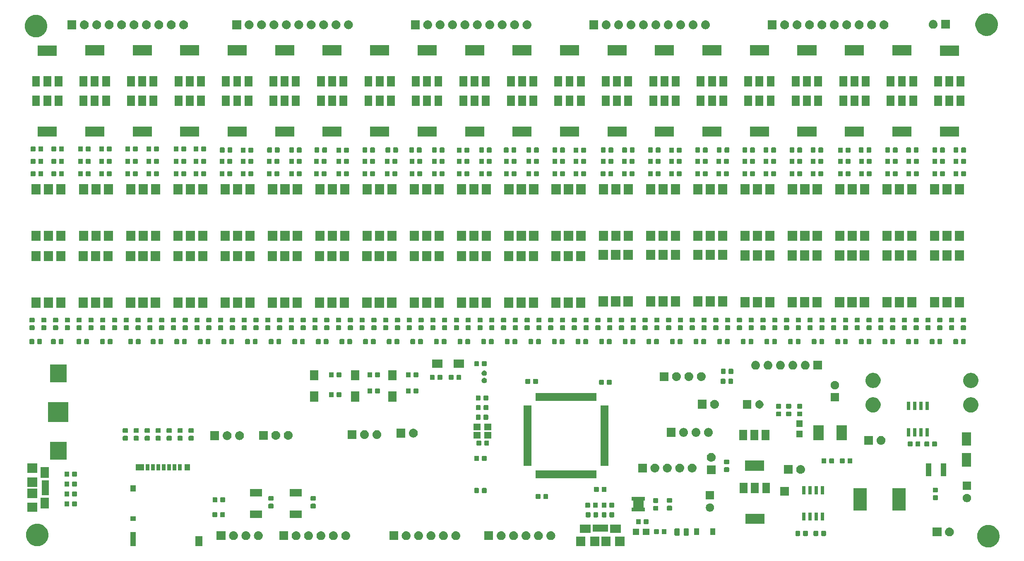
<source format=gbr>
G04 #@! TF.GenerationSoftware,KiCad,Pcbnew,(5.0.1)-4*
G04 #@! TF.CreationDate,2018-12-21T07:52:54-07:00*
G04 #@! TF.ProjectId,SprinklerControllerSTM,537072696E6B6C6572436F6E74726F6C,rev?*
G04 #@! TF.SameCoordinates,Original*
G04 #@! TF.FileFunction,Soldermask,Top*
G04 #@! TF.FilePolarity,Negative*
%FSLAX46Y46*%
G04 Gerber Fmt 4.6, Leading zero omitted, Abs format (unit mm)*
G04 Created by KiCad (PCBNEW (5.0.1)-4) date 12/21/2018 7:52:54 AM*
%MOMM*%
%LPD*%
G01*
G04 APERTURE LIST*
%ADD10C,0.100000*%
G04 APERTURE END LIST*
D10*
G36*
X247590903Y-140237213D02*
X247813177Y-140281426D01*
X248231932Y-140454880D01*
X248608802Y-140706696D01*
X248929304Y-141027198D01*
X249181120Y-141404068D01*
X249354574Y-141822823D01*
X249395950Y-142030836D01*
X249443000Y-142267370D01*
X249443000Y-142720630D01*
X249440645Y-142732467D01*
X249354574Y-143165177D01*
X249181120Y-143583932D01*
X248929304Y-143960802D01*
X248608802Y-144281304D01*
X248231932Y-144533120D01*
X247813177Y-144706574D01*
X247590903Y-144750787D01*
X247368630Y-144795000D01*
X246915370Y-144795000D01*
X246693097Y-144750787D01*
X246470823Y-144706574D01*
X246052068Y-144533120D01*
X245675198Y-144281304D01*
X245354696Y-143960802D01*
X245102880Y-143583932D01*
X244929426Y-143165177D01*
X244843355Y-142732467D01*
X244841000Y-142720630D01*
X244841000Y-142267370D01*
X244888050Y-142030836D01*
X244929426Y-141822823D01*
X245102880Y-141404068D01*
X245354696Y-141027198D01*
X245675198Y-140706696D01*
X246052068Y-140454880D01*
X246470823Y-140281426D01*
X246693097Y-140237213D01*
X246915370Y-140193000D01*
X247368630Y-140193000D01*
X247590903Y-140237213D01*
X247590903Y-140237213D01*
G37*
G36*
X172743930Y-144550960D02*
X170841070Y-144550960D01*
X170841070Y-142549040D01*
X172743930Y-142549040D01*
X172743930Y-144550960D01*
X172743930Y-144550960D01*
G37*
G36*
X169894050Y-144550960D02*
X167991190Y-144550960D01*
X167991190Y-142549040D01*
X169894050Y-142549040D01*
X169894050Y-144550960D01*
X169894050Y-144550960D01*
G37*
G36*
X164742930Y-144550960D02*
X162840070Y-144550960D01*
X162840070Y-142549040D01*
X164742930Y-142549040D01*
X164742930Y-144550960D01*
X164742930Y-144550960D01*
G37*
G36*
X167592810Y-144550960D02*
X165689950Y-144550960D01*
X165689950Y-142549040D01*
X167592810Y-142549040D01*
X167592810Y-144550960D01*
X167592810Y-144550960D01*
G37*
G36*
X53015209Y-139980887D02*
X53249177Y-140027426D01*
X53667932Y-140200880D01*
X54044802Y-140452696D01*
X54365304Y-140773198D01*
X54617120Y-141150068D01*
X54790574Y-141568823D01*
X54807566Y-141654250D01*
X54879000Y-142013370D01*
X54879000Y-142466630D01*
X54857120Y-142576627D01*
X54790574Y-142911177D01*
X54617120Y-143329932D01*
X54365304Y-143706802D01*
X54044802Y-144027304D01*
X53667932Y-144279120D01*
X53249177Y-144452574D01*
X53026903Y-144496787D01*
X52804630Y-144541000D01*
X52351370Y-144541000D01*
X52129097Y-144496787D01*
X51906823Y-144452574D01*
X51488068Y-144279120D01*
X51111198Y-144027304D01*
X50790696Y-143706802D01*
X50538880Y-143329932D01*
X50365426Y-142911177D01*
X50298880Y-142576627D01*
X50277000Y-142466630D01*
X50277000Y-142013370D01*
X50348434Y-141654250D01*
X50365426Y-141568823D01*
X50538880Y-141150068D01*
X50790696Y-140773198D01*
X51111198Y-140452696D01*
X51488068Y-140200880D01*
X51906823Y-140027426D01*
X52140791Y-139980887D01*
X52351370Y-139939000D01*
X52804630Y-139939000D01*
X53015209Y-139980887D01*
X53015209Y-139980887D01*
G37*
G36*
X72720000Y-144520000D02*
X71618000Y-144520000D01*
X71618000Y-141618000D01*
X72720000Y-141618000D01*
X72720000Y-144520000D01*
X72720000Y-144520000D01*
G37*
G36*
X86370000Y-144520000D02*
X84968000Y-144520000D01*
X84968000Y-142518000D01*
X86370000Y-142518000D01*
X86370000Y-144520000D01*
X86370000Y-144520000D01*
G37*
G36*
X103901000Y-143301000D02*
X102099000Y-143301000D01*
X102099000Y-141499000D01*
X103901000Y-141499000D01*
X103901000Y-143301000D01*
X103901000Y-143301000D01*
G37*
G36*
X115810443Y-141505519D02*
X115876627Y-141512037D01*
X115989853Y-141546384D01*
X116046467Y-141563557D01*
X116148321Y-141618000D01*
X116202991Y-141647222D01*
X116238729Y-141676552D01*
X116340186Y-141759814D01*
X116414970Y-141850940D01*
X116452778Y-141897009D01*
X116452779Y-141897011D01*
X116536443Y-142053533D01*
X116542045Y-142072000D01*
X116587963Y-142223373D01*
X116605359Y-142400000D01*
X116587963Y-142576627D01*
X116553616Y-142689853D01*
X116536443Y-142746467D01*
X116462348Y-142885087D01*
X116452778Y-142902991D01*
X116423448Y-142938729D01*
X116340186Y-143040186D01*
X116238729Y-143123448D01*
X116202991Y-143152778D01*
X116202989Y-143152779D01*
X116046467Y-143236443D01*
X115989853Y-143253616D01*
X115876627Y-143287963D01*
X115810443Y-143294481D01*
X115744260Y-143301000D01*
X115655740Y-143301000D01*
X115589557Y-143294481D01*
X115523373Y-143287963D01*
X115410147Y-143253616D01*
X115353533Y-143236443D01*
X115197011Y-143152779D01*
X115197009Y-143152778D01*
X115161271Y-143123448D01*
X115059814Y-143040186D01*
X114976552Y-142938729D01*
X114947222Y-142902991D01*
X114937652Y-142885087D01*
X114863557Y-142746467D01*
X114846384Y-142689853D01*
X114812037Y-142576627D01*
X114794641Y-142400000D01*
X114812037Y-142223373D01*
X114857955Y-142072000D01*
X114863557Y-142053533D01*
X114947221Y-141897011D01*
X114947222Y-141897009D01*
X114985030Y-141850940D01*
X115059814Y-141759814D01*
X115161271Y-141676552D01*
X115197009Y-141647222D01*
X115251679Y-141618000D01*
X115353533Y-141563557D01*
X115410147Y-141546384D01*
X115523373Y-141512037D01*
X115589557Y-141505519D01*
X115655740Y-141499000D01*
X115744260Y-141499000D01*
X115810443Y-141505519D01*
X115810443Y-141505519D01*
G37*
G36*
X113270443Y-141505519D02*
X113336627Y-141512037D01*
X113449853Y-141546384D01*
X113506467Y-141563557D01*
X113608321Y-141618000D01*
X113662991Y-141647222D01*
X113698729Y-141676552D01*
X113800186Y-141759814D01*
X113874970Y-141850940D01*
X113912778Y-141897009D01*
X113912779Y-141897011D01*
X113996443Y-142053533D01*
X114002045Y-142072000D01*
X114047963Y-142223373D01*
X114065359Y-142400000D01*
X114047963Y-142576627D01*
X114013616Y-142689853D01*
X113996443Y-142746467D01*
X113922348Y-142885087D01*
X113912778Y-142902991D01*
X113883448Y-142938729D01*
X113800186Y-143040186D01*
X113698729Y-143123448D01*
X113662991Y-143152778D01*
X113662989Y-143152779D01*
X113506467Y-143236443D01*
X113449853Y-143253616D01*
X113336627Y-143287963D01*
X113270443Y-143294481D01*
X113204260Y-143301000D01*
X113115740Y-143301000D01*
X113049557Y-143294481D01*
X112983373Y-143287963D01*
X112870147Y-143253616D01*
X112813533Y-143236443D01*
X112657011Y-143152779D01*
X112657009Y-143152778D01*
X112621271Y-143123448D01*
X112519814Y-143040186D01*
X112436552Y-142938729D01*
X112407222Y-142902991D01*
X112397652Y-142885087D01*
X112323557Y-142746467D01*
X112306384Y-142689853D01*
X112272037Y-142576627D01*
X112254641Y-142400000D01*
X112272037Y-142223373D01*
X112317955Y-142072000D01*
X112323557Y-142053533D01*
X112407221Y-141897011D01*
X112407222Y-141897009D01*
X112445030Y-141850940D01*
X112519814Y-141759814D01*
X112621271Y-141676552D01*
X112657009Y-141647222D01*
X112711679Y-141618000D01*
X112813533Y-141563557D01*
X112870147Y-141546384D01*
X112983373Y-141512037D01*
X113049557Y-141505519D01*
X113115740Y-141499000D01*
X113204260Y-141499000D01*
X113270443Y-141505519D01*
X113270443Y-141505519D01*
G37*
G36*
X110730443Y-141505519D02*
X110796627Y-141512037D01*
X110909853Y-141546384D01*
X110966467Y-141563557D01*
X111068321Y-141618000D01*
X111122991Y-141647222D01*
X111158729Y-141676552D01*
X111260186Y-141759814D01*
X111334970Y-141850940D01*
X111372778Y-141897009D01*
X111372779Y-141897011D01*
X111456443Y-142053533D01*
X111462045Y-142072000D01*
X111507963Y-142223373D01*
X111525359Y-142400000D01*
X111507963Y-142576627D01*
X111473616Y-142689853D01*
X111456443Y-142746467D01*
X111382348Y-142885087D01*
X111372778Y-142902991D01*
X111343448Y-142938729D01*
X111260186Y-143040186D01*
X111158729Y-143123448D01*
X111122991Y-143152778D01*
X111122989Y-143152779D01*
X110966467Y-143236443D01*
X110909853Y-143253616D01*
X110796627Y-143287963D01*
X110730443Y-143294481D01*
X110664260Y-143301000D01*
X110575740Y-143301000D01*
X110509557Y-143294481D01*
X110443373Y-143287963D01*
X110330147Y-143253616D01*
X110273533Y-143236443D01*
X110117011Y-143152779D01*
X110117009Y-143152778D01*
X110081271Y-143123448D01*
X109979814Y-143040186D01*
X109896552Y-142938729D01*
X109867222Y-142902991D01*
X109857652Y-142885087D01*
X109783557Y-142746467D01*
X109766384Y-142689853D01*
X109732037Y-142576627D01*
X109714641Y-142400000D01*
X109732037Y-142223373D01*
X109777955Y-142072000D01*
X109783557Y-142053533D01*
X109867221Y-141897011D01*
X109867222Y-141897009D01*
X109905030Y-141850940D01*
X109979814Y-141759814D01*
X110081271Y-141676552D01*
X110117009Y-141647222D01*
X110171679Y-141618000D01*
X110273533Y-141563557D01*
X110330147Y-141546384D01*
X110443373Y-141512037D01*
X110509557Y-141505519D01*
X110575740Y-141499000D01*
X110664260Y-141499000D01*
X110730443Y-141505519D01*
X110730443Y-141505519D01*
G37*
G36*
X108190443Y-141505519D02*
X108256627Y-141512037D01*
X108369853Y-141546384D01*
X108426467Y-141563557D01*
X108528321Y-141618000D01*
X108582991Y-141647222D01*
X108618729Y-141676552D01*
X108720186Y-141759814D01*
X108794970Y-141850940D01*
X108832778Y-141897009D01*
X108832779Y-141897011D01*
X108916443Y-142053533D01*
X108922045Y-142072000D01*
X108967963Y-142223373D01*
X108985359Y-142400000D01*
X108967963Y-142576627D01*
X108933616Y-142689853D01*
X108916443Y-142746467D01*
X108842348Y-142885087D01*
X108832778Y-142902991D01*
X108803448Y-142938729D01*
X108720186Y-143040186D01*
X108618729Y-143123448D01*
X108582991Y-143152778D01*
X108582989Y-143152779D01*
X108426467Y-143236443D01*
X108369853Y-143253616D01*
X108256627Y-143287963D01*
X108190443Y-143294481D01*
X108124260Y-143301000D01*
X108035740Y-143301000D01*
X107969557Y-143294481D01*
X107903373Y-143287963D01*
X107790147Y-143253616D01*
X107733533Y-143236443D01*
X107577011Y-143152779D01*
X107577009Y-143152778D01*
X107541271Y-143123448D01*
X107439814Y-143040186D01*
X107356552Y-142938729D01*
X107327222Y-142902991D01*
X107317652Y-142885087D01*
X107243557Y-142746467D01*
X107226384Y-142689853D01*
X107192037Y-142576627D01*
X107174641Y-142400000D01*
X107192037Y-142223373D01*
X107237955Y-142072000D01*
X107243557Y-142053533D01*
X107327221Y-141897011D01*
X107327222Y-141897009D01*
X107365030Y-141850940D01*
X107439814Y-141759814D01*
X107541271Y-141676552D01*
X107577009Y-141647222D01*
X107631679Y-141618000D01*
X107733533Y-141563557D01*
X107790147Y-141546384D01*
X107903373Y-141512037D01*
X107969557Y-141505519D01*
X108035740Y-141499000D01*
X108124260Y-141499000D01*
X108190443Y-141505519D01*
X108190443Y-141505519D01*
G37*
G36*
X105650443Y-141505519D02*
X105716627Y-141512037D01*
X105829853Y-141546384D01*
X105886467Y-141563557D01*
X105988321Y-141618000D01*
X106042991Y-141647222D01*
X106078729Y-141676552D01*
X106180186Y-141759814D01*
X106254970Y-141850940D01*
X106292778Y-141897009D01*
X106292779Y-141897011D01*
X106376443Y-142053533D01*
X106382045Y-142072000D01*
X106427963Y-142223373D01*
X106445359Y-142400000D01*
X106427963Y-142576627D01*
X106393616Y-142689853D01*
X106376443Y-142746467D01*
X106302348Y-142885087D01*
X106292778Y-142902991D01*
X106263448Y-142938729D01*
X106180186Y-143040186D01*
X106078729Y-143123448D01*
X106042991Y-143152778D01*
X106042989Y-143152779D01*
X105886467Y-143236443D01*
X105829853Y-143253616D01*
X105716627Y-143287963D01*
X105650443Y-143294481D01*
X105584260Y-143301000D01*
X105495740Y-143301000D01*
X105429557Y-143294481D01*
X105363373Y-143287963D01*
X105250147Y-143253616D01*
X105193533Y-143236443D01*
X105037011Y-143152779D01*
X105037009Y-143152778D01*
X105001271Y-143123448D01*
X104899814Y-143040186D01*
X104816552Y-142938729D01*
X104787222Y-142902991D01*
X104777652Y-142885087D01*
X104703557Y-142746467D01*
X104686384Y-142689853D01*
X104652037Y-142576627D01*
X104634641Y-142400000D01*
X104652037Y-142223373D01*
X104697955Y-142072000D01*
X104703557Y-142053533D01*
X104787221Y-141897011D01*
X104787222Y-141897009D01*
X104825030Y-141850940D01*
X104899814Y-141759814D01*
X105001271Y-141676552D01*
X105037009Y-141647222D01*
X105091679Y-141618000D01*
X105193533Y-141563557D01*
X105250147Y-141546384D01*
X105363373Y-141512037D01*
X105429557Y-141505519D01*
X105495740Y-141499000D01*
X105584260Y-141499000D01*
X105650443Y-141505519D01*
X105650443Y-141505519D01*
G37*
G36*
X157768325Y-141491113D02*
X157838627Y-141498037D01*
X157919043Y-141522431D01*
X158008467Y-141549557D01*
X158044512Y-141568824D01*
X158164991Y-141633222D01*
X158200729Y-141662552D01*
X158302186Y-141745814D01*
X158369428Y-141827750D01*
X158414778Y-141883009D01*
X158422261Y-141897009D01*
X158498443Y-142039533D01*
X158515616Y-142096147D01*
X158549963Y-142209373D01*
X158567359Y-142386000D01*
X158549963Y-142562627D01*
X158545716Y-142576627D01*
X158498443Y-142732467D01*
X158424348Y-142871087D01*
X158414778Y-142888991D01*
X158403290Y-142902989D01*
X158302186Y-143026186D01*
X158200729Y-143109448D01*
X158164991Y-143138778D01*
X158164989Y-143138779D01*
X158008467Y-143222443D01*
X157962314Y-143236443D01*
X157838627Y-143273963D01*
X157772443Y-143280481D01*
X157706260Y-143287000D01*
X157617740Y-143287000D01*
X157551557Y-143280481D01*
X157485373Y-143273963D01*
X157361686Y-143236443D01*
X157315533Y-143222443D01*
X157159011Y-143138779D01*
X157159009Y-143138778D01*
X157123271Y-143109448D01*
X157021814Y-143026186D01*
X156920710Y-142902989D01*
X156909222Y-142888991D01*
X156899652Y-142871087D01*
X156825557Y-142732467D01*
X156778284Y-142576627D01*
X156774037Y-142562627D01*
X156756641Y-142386000D01*
X156774037Y-142209373D01*
X156808384Y-142096147D01*
X156825557Y-142039533D01*
X156901739Y-141897009D01*
X156909222Y-141883009D01*
X156954572Y-141827750D01*
X157021814Y-141745814D01*
X157123271Y-141662552D01*
X157159009Y-141633222D01*
X157279488Y-141568824D01*
X157315533Y-141549557D01*
X157404957Y-141522431D01*
X157485373Y-141498037D01*
X157555675Y-141491113D01*
X157617740Y-141485000D01*
X157706260Y-141485000D01*
X157768325Y-141491113D01*
X157768325Y-141491113D01*
G37*
G36*
X135783325Y-141491113D02*
X135853627Y-141498037D01*
X135934043Y-141522431D01*
X136023467Y-141549557D01*
X136059512Y-141568824D01*
X136179991Y-141633222D01*
X136215729Y-141662552D01*
X136317186Y-141745814D01*
X136384428Y-141827750D01*
X136429778Y-141883009D01*
X136437261Y-141897009D01*
X136513443Y-142039533D01*
X136530616Y-142096147D01*
X136564963Y-142209373D01*
X136582359Y-142386000D01*
X136564963Y-142562627D01*
X136560716Y-142576627D01*
X136513443Y-142732467D01*
X136439348Y-142871087D01*
X136429778Y-142888991D01*
X136418290Y-142902989D01*
X136317186Y-143026186D01*
X136215729Y-143109448D01*
X136179991Y-143138778D01*
X136179989Y-143138779D01*
X136023467Y-143222443D01*
X135977314Y-143236443D01*
X135853627Y-143273963D01*
X135787443Y-143280481D01*
X135721260Y-143287000D01*
X135632740Y-143287000D01*
X135566557Y-143280481D01*
X135500373Y-143273963D01*
X135376686Y-143236443D01*
X135330533Y-143222443D01*
X135174011Y-143138779D01*
X135174009Y-143138778D01*
X135138271Y-143109448D01*
X135036814Y-143026186D01*
X134935710Y-142902989D01*
X134924222Y-142888991D01*
X134914652Y-142871087D01*
X134840557Y-142732467D01*
X134793284Y-142576627D01*
X134789037Y-142562627D01*
X134771641Y-142386000D01*
X134789037Y-142209373D01*
X134823384Y-142096147D01*
X134840557Y-142039533D01*
X134916739Y-141897009D01*
X134924222Y-141883009D01*
X134969572Y-141827750D01*
X135036814Y-141745814D01*
X135138271Y-141662552D01*
X135174009Y-141633222D01*
X135294488Y-141568824D01*
X135330533Y-141549557D01*
X135419957Y-141522431D01*
X135500373Y-141498037D01*
X135570675Y-141491113D01*
X135632740Y-141485000D01*
X135721260Y-141485000D01*
X135783325Y-141491113D01*
X135783325Y-141491113D01*
G37*
G36*
X133243325Y-141491113D02*
X133313627Y-141498037D01*
X133394043Y-141522431D01*
X133483467Y-141549557D01*
X133519512Y-141568824D01*
X133639991Y-141633222D01*
X133675729Y-141662552D01*
X133777186Y-141745814D01*
X133844428Y-141827750D01*
X133889778Y-141883009D01*
X133897261Y-141897009D01*
X133973443Y-142039533D01*
X133990616Y-142096147D01*
X134024963Y-142209373D01*
X134042359Y-142386000D01*
X134024963Y-142562627D01*
X134020716Y-142576627D01*
X133973443Y-142732467D01*
X133899348Y-142871087D01*
X133889778Y-142888991D01*
X133878290Y-142902989D01*
X133777186Y-143026186D01*
X133675729Y-143109448D01*
X133639991Y-143138778D01*
X133639989Y-143138779D01*
X133483467Y-143222443D01*
X133437314Y-143236443D01*
X133313627Y-143273963D01*
X133247443Y-143280481D01*
X133181260Y-143287000D01*
X133092740Y-143287000D01*
X133026557Y-143280481D01*
X132960373Y-143273963D01*
X132836686Y-143236443D01*
X132790533Y-143222443D01*
X132634011Y-143138779D01*
X132634009Y-143138778D01*
X132598271Y-143109448D01*
X132496814Y-143026186D01*
X132395710Y-142902989D01*
X132384222Y-142888991D01*
X132374652Y-142871087D01*
X132300557Y-142732467D01*
X132253284Y-142576627D01*
X132249037Y-142562627D01*
X132231641Y-142386000D01*
X132249037Y-142209373D01*
X132283384Y-142096147D01*
X132300557Y-142039533D01*
X132376739Y-141897009D01*
X132384222Y-141883009D01*
X132429572Y-141827750D01*
X132496814Y-141745814D01*
X132598271Y-141662552D01*
X132634009Y-141633222D01*
X132754488Y-141568824D01*
X132790533Y-141549557D01*
X132879957Y-141522431D01*
X132960373Y-141498037D01*
X133030675Y-141491113D01*
X133092740Y-141485000D01*
X133181260Y-141485000D01*
X133243325Y-141491113D01*
X133243325Y-141491113D01*
G37*
G36*
X128163325Y-141491113D02*
X128233627Y-141498037D01*
X128314043Y-141522431D01*
X128403467Y-141549557D01*
X128439512Y-141568824D01*
X128559991Y-141633222D01*
X128595729Y-141662552D01*
X128697186Y-141745814D01*
X128764428Y-141827750D01*
X128809778Y-141883009D01*
X128817261Y-141897009D01*
X128893443Y-142039533D01*
X128910616Y-142096147D01*
X128944963Y-142209373D01*
X128962359Y-142386000D01*
X128944963Y-142562627D01*
X128940716Y-142576627D01*
X128893443Y-142732467D01*
X128819348Y-142871087D01*
X128809778Y-142888991D01*
X128798290Y-142902989D01*
X128697186Y-143026186D01*
X128595729Y-143109448D01*
X128559991Y-143138778D01*
X128559989Y-143138779D01*
X128403467Y-143222443D01*
X128357314Y-143236443D01*
X128233627Y-143273963D01*
X128167443Y-143280481D01*
X128101260Y-143287000D01*
X128012740Y-143287000D01*
X127946557Y-143280481D01*
X127880373Y-143273963D01*
X127756686Y-143236443D01*
X127710533Y-143222443D01*
X127554011Y-143138779D01*
X127554009Y-143138778D01*
X127518271Y-143109448D01*
X127416814Y-143026186D01*
X127315710Y-142902989D01*
X127304222Y-142888991D01*
X127294652Y-142871087D01*
X127220557Y-142732467D01*
X127173284Y-142576627D01*
X127169037Y-142562627D01*
X127151641Y-142386000D01*
X127169037Y-142209373D01*
X127203384Y-142096147D01*
X127220557Y-142039533D01*
X127296739Y-141897009D01*
X127304222Y-141883009D01*
X127349572Y-141827750D01*
X127416814Y-141745814D01*
X127518271Y-141662552D01*
X127554009Y-141633222D01*
X127674488Y-141568824D01*
X127710533Y-141549557D01*
X127799957Y-141522431D01*
X127880373Y-141498037D01*
X127950675Y-141491113D01*
X128012740Y-141485000D01*
X128101260Y-141485000D01*
X128163325Y-141491113D01*
X128163325Y-141491113D01*
G37*
G36*
X126418000Y-143287000D02*
X124616000Y-143287000D01*
X124616000Y-141485000D01*
X126418000Y-141485000D01*
X126418000Y-143287000D01*
X126418000Y-143287000D01*
G37*
G36*
X155228325Y-141491113D02*
X155298627Y-141498037D01*
X155379043Y-141522431D01*
X155468467Y-141549557D01*
X155504512Y-141568824D01*
X155624991Y-141633222D01*
X155660729Y-141662552D01*
X155762186Y-141745814D01*
X155829428Y-141827750D01*
X155874778Y-141883009D01*
X155882261Y-141897009D01*
X155958443Y-142039533D01*
X155975616Y-142096147D01*
X156009963Y-142209373D01*
X156027359Y-142386000D01*
X156009963Y-142562627D01*
X156005716Y-142576627D01*
X155958443Y-142732467D01*
X155884348Y-142871087D01*
X155874778Y-142888991D01*
X155863290Y-142902989D01*
X155762186Y-143026186D01*
X155660729Y-143109448D01*
X155624991Y-143138778D01*
X155624989Y-143138779D01*
X155468467Y-143222443D01*
X155422314Y-143236443D01*
X155298627Y-143273963D01*
X155232443Y-143280481D01*
X155166260Y-143287000D01*
X155077740Y-143287000D01*
X155011557Y-143280481D01*
X154945373Y-143273963D01*
X154821686Y-143236443D01*
X154775533Y-143222443D01*
X154619011Y-143138779D01*
X154619009Y-143138778D01*
X154583271Y-143109448D01*
X154481814Y-143026186D01*
X154380710Y-142902989D01*
X154369222Y-142888991D01*
X154359652Y-142871087D01*
X154285557Y-142732467D01*
X154238284Y-142576627D01*
X154234037Y-142562627D01*
X154216641Y-142386000D01*
X154234037Y-142209373D01*
X154268384Y-142096147D01*
X154285557Y-142039533D01*
X154361739Y-141897009D01*
X154369222Y-141883009D01*
X154414572Y-141827750D01*
X154481814Y-141745814D01*
X154583271Y-141662552D01*
X154619009Y-141633222D01*
X154739488Y-141568824D01*
X154775533Y-141549557D01*
X154864957Y-141522431D01*
X154945373Y-141498037D01*
X155015675Y-141491113D01*
X155077740Y-141485000D01*
X155166260Y-141485000D01*
X155228325Y-141491113D01*
X155228325Y-141491113D01*
G37*
G36*
X152688325Y-141491113D02*
X152758627Y-141498037D01*
X152839043Y-141522431D01*
X152928467Y-141549557D01*
X152964512Y-141568824D01*
X153084991Y-141633222D01*
X153120729Y-141662552D01*
X153222186Y-141745814D01*
X153289428Y-141827750D01*
X153334778Y-141883009D01*
X153342261Y-141897009D01*
X153418443Y-142039533D01*
X153435616Y-142096147D01*
X153469963Y-142209373D01*
X153487359Y-142386000D01*
X153469963Y-142562627D01*
X153465716Y-142576627D01*
X153418443Y-142732467D01*
X153344348Y-142871087D01*
X153334778Y-142888991D01*
X153323290Y-142902989D01*
X153222186Y-143026186D01*
X153120729Y-143109448D01*
X153084991Y-143138778D01*
X153084989Y-143138779D01*
X152928467Y-143222443D01*
X152882314Y-143236443D01*
X152758627Y-143273963D01*
X152692443Y-143280481D01*
X152626260Y-143287000D01*
X152537740Y-143287000D01*
X152471557Y-143280481D01*
X152405373Y-143273963D01*
X152281686Y-143236443D01*
X152235533Y-143222443D01*
X152079011Y-143138779D01*
X152079009Y-143138778D01*
X152043271Y-143109448D01*
X151941814Y-143026186D01*
X151840710Y-142902989D01*
X151829222Y-142888991D01*
X151819652Y-142871087D01*
X151745557Y-142732467D01*
X151698284Y-142576627D01*
X151694037Y-142562627D01*
X151676641Y-142386000D01*
X151694037Y-142209373D01*
X151728384Y-142096147D01*
X151745557Y-142039533D01*
X151821739Y-141897009D01*
X151829222Y-141883009D01*
X151874572Y-141827750D01*
X151941814Y-141745814D01*
X152043271Y-141662552D01*
X152079009Y-141633222D01*
X152199488Y-141568824D01*
X152235533Y-141549557D01*
X152324957Y-141522431D01*
X152405373Y-141498037D01*
X152475675Y-141491113D01*
X152537740Y-141485000D01*
X152626260Y-141485000D01*
X152688325Y-141491113D01*
X152688325Y-141491113D01*
G37*
G36*
X97926325Y-141491113D02*
X97996627Y-141498037D01*
X98077043Y-141522431D01*
X98166467Y-141549557D01*
X98202512Y-141568824D01*
X98322991Y-141633222D01*
X98358729Y-141662552D01*
X98460186Y-141745814D01*
X98527428Y-141827750D01*
X98572778Y-141883009D01*
X98580261Y-141897009D01*
X98656443Y-142039533D01*
X98673616Y-142096147D01*
X98707963Y-142209373D01*
X98725359Y-142386000D01*
X98707963Y-142562627D01*
X98703716Y-142576627D01*
X98656443Y-142732467D01*
X98582348Y-142871087D01*
X98572778Y-142888991D01*
X98561290Y-142902989D01*
X98460186Y-143026186D01*
X98358729Y-143109448D01*
X98322991Y-143138778D01*
X98322989Y-143138779D01*
X98166467Y-143222443D01*
X98120314Y-143236443D01*
X97996627Y-143273963D01*
X97930443Y-143280481D01*
X97864260Y-143287000D01*
X97775740Y-143287000D01*
X97709557Y-143280481D01*
X97643373Y-143273963D01*
X97519686Y-143236443D01*
X97473533Y-143222443D01*
X97317011Y-143138779D01*
X97317009Y-143138778D01*
X97281271Y-143109448D01*
X97179814Y-143026186D01*
X97078710Y-142902989D01*
X97067222Y-142888991D01*
X97057652Y-142871087D01*
X96983557Y-142732467D01*
X96936284Y-142576627D01*
X96932037Y-142562627D01*
X96914641Y-142386000D01*
X96932037Y-142209373D01*
X96966384Y-142096147D01*
X96983557Y-142039533D01*
X97059739Y-141897009D01*
X97067222Y-141883009D01*
X97112572Y-141827750D01*
X97179814Y-141745814D01*
X97281271Y-141662552D01*
X97317009Y-141633222D01*
X97437488Y-141568824D01*
X97473533Y-141549557D01*
X97562957Y-141522431D01*
X97643373Y-141498037D01*
X97713675Y-141491113D01*
X97775740Y-141485000D01*
X97864260Y-141485000D01*
X97926325Y-141491113D01*
X97926325Y-141491113D01*
G37*
G36*
X138323325Y-141491113D02*
X138393627Y-141498037D01*
X138474043Y-141522431D01*
X138563467Y-141549557D01*
X138599512Y-141568824D01*
X138719991Y-141633222D01*
X138755729Y-141662552D01*
X138857186Y-141745814D01*
X138924428Y-141827750D01*
X138969778Y-141883009D01*
X138977261Y-141897009D01*
X139053443Y-142039533D01*
X139070616Y-142096147D01*
X139104963Y-142209373D01*
X139122359Y-142386000D01*
X139104963Y-142562627D01*
X139100716Y-142576627D01*
X139053443Y-142732467D01*
X138979348Y-142871087D01*
X138969778Y-142888991D01*
X138958290Y-142902989D01*
X138857186Y-143026186D01*
X138755729Y-143109448D01*
X138719991Y-143138778D01*
X138719989Y-143138779D01*
X138563467Y-143222443D01*
X138517314Y-143236443D01*
X138393627Y-143273963D01*
X138327443Y-143280481D01*
X138261260Y-143287000D01*
X138172740Y-143287000D01*
X138106557Y-143280481D01*
X138040373Y-143273963D01*
X137916686Y-143236443D01*
X137870533Y-143222443D01*
X137714011Y-143138779D01*
X137714009Y-143138778D01*
X137678271Y-143109448D01*
X137576814Y-143026186D01*
X137475710Y-142902989D01*
X137464222Y-142888991D01*
X137454652Y-142871087D01*
X137380557Y-142732467D01*
X137333284Y-142576627D01*
X137329037Y-142562627D01*
X137311641Y-142386000D01*
X137329037Y-142209373D01*
X137363384Y-142096147D01*
X137380557Y-142039533D01*
X137456739Y-141897009D01*
X137464222Y-141883009D01*
X137509572Y-141827750D01*
X137576814Y-141745814D01*
X137678271Y-141662552D01*
X137714009Y-141633222D01*
X137834488Y-141568824D01*
X137870533Y-141549557D01*
X137959957Y-141522431D01*
X138040373Y-141498037D01*
X138110675Y-141491113D01*
X138172740Y-141485000D01*
X138261260Y-141485000D01*
X138323325Y-141491113D01*
X138323325Y-141491113D01*
G37*
G36*
X130703325Y-141491113D02*
X130773627Y-141498037D01*
X130854043Y-141522431D01*
X130943467Y-141549557D01*
X130979512Y-141568824D01*
X131099991Y-141633222D01*
X131135729Y-141662552D01*
X131237186Y-141745814D01*
X131304428Y-141827750D01*
X131349778Y-141883009D01*
X131357261Y-141897009D01*
X131433443Y-142039533D01*
X131450616Y-142096147D01*
X131484963Y-142209373D01*
X131502359Y-142386000D01*
X131484963Y-142562627D01*
X131480716Y-142576627D01*
X131433443Y-142732467D01*
X131359348Y-142871087D01*
X131349778Y-142888991D01*
X131338290Y-142902989D01*
X131237186Y-143026186D01*
X131135729Y-143109448D01*
X131099991Y-143138778D01*
X131099989Y-143138779D01*
X130943467Y-143222443D01*
X130897314Y-143236443D01*
X130773627Y-143273963D01*
X130707443Y-143280481D01*
X130641260Y-143287000D01*
X130552740Y-143287000D01*
X130486557Y-143280481D01*
X130420373Y-143273963D01*
X130296686Y-143236443D01*
X130250533Y-143222443D01*
X130094011Y-143138779D01*
X130094009Y-143138778D01*
X130058271Y-143109448D01*
X129956814Y-143026186D01*
X129855710Y-142902989D01*
X129844222Y-142888991D01*
X129834652Y-142871087D01*
X129760557Y-142732467D01*
X129713284Y-142576627D01*
X129709037Y-142562627D01*
X129691641Y-142386000D01*
X129709037Y-142209373D01*
X129743384Y-142096147D01*
X129760557Y-142039533D01*
X129836739Y-141897009D01*
X129844222Y-141883009D01*
X129889572Y-141827750D01*
X129956814Y-141745814D01*
X130058271Y-141662552D01*
X130094009Y-141633222D01*
X130214488Y-141568824D01*
X130250533Y-141549557D01*
X130339957Y-141522431D01*
X130420373Y-141498037D01*
X130490675Y-141491113D01*
X130552740Y-141485000D01*
X130641260Y-141485000D01*
X130703325Y-141491113D01*
X130703325Y-141491113D01*
G37*
G36*
X145863000Y-143287000D02*
X144061000Y-143287000D01*
X144061000Y-141485000D01*
X145863000Y-141485000D01*
X145863000Y-143287000D01*
X145863000Y-143287000D01*
G37*
G36*
X92846325Y-141491113D02*
X92916627Y-141498037D01*
X92997043Y-141522431D01*
X93086467Y-141549557D01*
X93122512Y-141568824D01*
X93242991Y-141633222D01*
X93278729Y-141662552D01*
X93380186Y-141745814D01*
X93447428Y-141827750D01*
X93492778Y-141883009D01*
X93500261Y-141897009D01*
X93576443Y-142039533D01*
X93593616Y-142096147D01*
X93627963Y-142209373D01*
X93645359Y-142386000D01*
X93627963Y-142562627D01*
X93623716Y-142576627D01*
X93576443Y-142732467D01*
X93502348Y-142871087D01*
X93492778Y-142888991D01*
X93481290Y-142902989D01*
X93380186Y-143026186D01*
X93278729Y-143109448D01*
X93242991Y-143138778D01*
X93242989Y-143138779D01*
X93086467Y-143222443D01*
X93040314Y-143236443D01*
X92916627Y-143273963D01*
X92850443Y-143280481D01*
X92784260Y-143287000D01*
X92695740Y-143287000D01*
X92629557Y-143280481D01*
X92563373Y-143273963D01*
X92439686Y-143236443D01*
X92393533Y-143222443D01*
X92237011Y-143138779D01*
X92237009Y-143138778D01*
X92201271Y-143109448D01*
X92099814Y-143026186D01*
X91998710Y-142902989D01*
X91987222Y-142888991D01*
X91977652Y-142871087D01*
X91903557Y-142732467D01*
X91856284Y-142576627D01*
X91852037Y-142562627D01*
X91834641Y-142386000D01*
X91852037Y-142209373D01*
X91886384Y-142096147D01*
X91903557Y-142039533D01*
X91979739Y-141897009D01*
X91987222Y-141883009D01*
X92032572Y-141827750D01*
X92099814Y-141745814D01*
X92201271Y-141662552D01*
X92237009Y-141633222D01*
X92357488Y-141568824D01*
X92393533Y-141549557D01*
X92482957Y-141522431D01*
X92563373Y-141498037D01*
X92633675Y-141491113D01*
X92695740Y-141485000D01*
X92784260Y-141485000D01*
X92846325Y-141491113D01*
X92846325Y-141491113D01*
G37*
G36*
X91101000Y-143287000D02*
X89299000Y-143287000D01*
X89299000Y-141485000D01*
X91101000Y-141485000D01*
X91101000Y-143287000D01*
X91101000Y-143287000D01*
G37*
G36*
X150148325Y-141491113D02*
X150218627Y-141498037D01*
X150299043Y-141522431D01*
X150388467Y-141549557D01*
X150424512Y-141568824D01*
X150544991Y-141633222D01*
X150580729Y-141662552D01*
X150682186Y-141745814D01*
X150749428Y-141827750D01*
X150794778Y-141883009D01*
X150802261Y-141897009D01*
X150878443Y-142039533D01*
X150895616Y-142096147D01*
X150929963Y-142209373D01*
X150947359Y-142386000D01*
X150929963Y-142562627D01*
X150925716Y-142576627D01*
X150878443Y-142732467D01*
X150804348Y-142871087D01*
X150794778Y-142888991D01*
X150783290Y-142902989D01*
X150682186Y-143026186D01*
X150580729Y-143109448D01*
X150544991Y-143138778D01*
X150544989Y-143138779D01*
X150388467Y-143222443D01*
X150342314Y-143236443D01*
X150218627Y-143273963D01*
X150152443Y-143280481D01*
X150086260Y-143287000D01*
X149997740Y-143287000D01*
X149931557Y-143280481D01*
X149865373Y-143273963D01*
X149741686Y-143236443D01*
X149695533Y-143222443D01*
X149539011Y-143138779D01*
X149539009Y-143138778D01*
X149503271Y-143109448D01*
X149401814Y-143026186D01*
X149300710Y-142902989D01*
X149289222Y-142888991D01*
X149279652Y-142871087D01*
X149205557Y-142732467D01*
X149158284Y-142576627D01*
X149154037Y-142562627D01*
X149136641Y-142386000D01*
X149154037Y-142209373D01*
X149188384Y-142096147D01*
X149205557Y-142039533D01*
X149281739Y-141897009D01*
X149289222Y-141883009D01*
X149334572Y-141827750D01*
X149401814Y-141745814D01*
X149503271Y-141662552D01*
X149539009Y-141633222D01*
X149659488Y-141568824D01*
X149695533Y-141549557D01*
X149784957Y-141522431D01*
X149865373Y-141498037D01*
X149935675Y-141491113D01*
X149997740Y-141485000D01*
X150086260Y-141485000D01*
X150148325Y-141491113D01*
X150148325Y-141491113D01*
G37*
G36*
X147608325Y-141491113D02*
X147678627Y-141498037D01*
X147759043Y-141522431D01*
X147848467Y-141549557D01*
X147884512Y-141568824D01*
X148004991Y-141633222D01*
X148040729Y-141662552D01*
X148142186Y-141745814D01*
X148209428Y-141827750D01*
X148254778Y-141883009D01*
X148262261Y-141897009D01*
X148338443Y-142039533D01*
X148355616Y-142096147D01*
X148389963Y-142209373D01*
X148407359Y-142386000D01*
X148389963Y-142562627D01*
X148385716Y-142576627D01*
X148338443Y-142732467D01*
X148264348Y-142871087D01*
X148254778Y-142888991D01*
X148243290Y-142902989D01*
X148142186Y-143026186D01*
X148040729Y-143109448D01*
X148004991Y-143138778D01*
X148004989Y-143138779D01*
X147848467Y-143222443D01*
X147802314Y-143236443D01*
X147678627Y-143273963D01*
X147612443Y-143280481D01*
X147546260Y-143287000D01*
X147457740Y-143287000D01*
X147391557Y-143280481D01*
X147325373Y-143273963D01*
X147201686Y-143236443D01*
X147155533Y-143222443D01*
X146999011Y-143138779D01*
X146999009Y-143138778D01*
X146963271Y-143109448D01*
X146861814Y-143026186D01*
X146760710Y-142902989D01*
X146749222Y-142888991D01*
X146739652Y-142871087D01*
X146665557Y-142732467D01*
X146618284Y-142576627D01*
X146614037Y-142562627D01*
X146596641Y-142386000D01*
X146614037Y-142209373D01*
X146648384Y-142096147D01*
X146665557Y-142039533D01*
X146741739Y-141897009D01*
X146749222Y-141883009D01*
X146794572Y-141827750D01*
X146861814Y-141745814D01*
X146963271Y-141662552D01*
X146999009Y-141633222D01*
X147119488Y-141568824D01*
X147155533Y-141549557D01*
X147244957Y-141522431D01*
X147325373Y-141498037D01*
X147395675Y-141491113D01*
X147457740Y-141485000D01*
X147546260Y-141485000D01*
X147608325Y-141491113D01*
X147608325Y-141491113D01*
G37*
G36*
X95386325Y-141491113D02*
X95456627Y-141498037D01*
X95537043Y-141522431D01*
X95626467Y-141549557D01*
X95662512Y-141568824D01*
X95782991Y-141633222D01*
X95818729Y-141662552D01*
X95920186Y-141745814D01*
X95987428Y-141827750D01*
X96032778Y-141883009D01*
X96040261Y-141897009D01*
X96116443Y-142039533D01*
X96133616Y-142096147D01*
X96167963Y-142209373D01*
X96185359Y-142386000D01*
X96167963Y-142562627D01*
X96163716Y-142576627D01*
X96116443Y-142732467D01*
X96042348Y-142871087D01*
X96032778Y-142888991D01*
X96021290Y-142902989D01*
X95920186Y-143026186D01*
X95818729Y-143109448D01*
X95782991Y-143138778D01*
X95782989Y-143138779D01*
X95626467Y-143222443D01*
X95580314Y-143236443D01*
X95456627Y-143273963D01*
X95390443Y-143280481D01*
X95324260Y-143287000D01*
X95235740Y-143287000D01*
X95169557Y-143280481D01*
X95103373Y-143273963D01*
X94979686Y-143236443D01*
X94933533Y-143222443D01*
X94777011Y-143138779D01*
X94777009Y-143138778D01*
X94741271Y-143109448D01*
X94639814Y-143026186D01*
X94538710Y-142902989D01*
X94527222Y-142888991D01*
X94517652Y-142871087D01*
X94443557Y-142732467D01*
X94396284Y-142576627D01*
X94392037Y-142562627D01*
X94374641Y-142386000D01*
X94392037Y-142209373D01*
X94426384Y-142096147D01*
X94443557Y-142039533D01*
X94519739Y-141897009D01*
X94527222Y-141883009D01*
X94572572Y-141827750D01*
X94639814Y-141745814D01*
X94741271Y-141662552D01*
X94777009Y-141633222D01*
X94897488Y-141568824D01*
X94933533Y-141549557D01*
X95022957Y-141522431D01*
X95103373Y-141498037D01*
X95173675Y-141491113D01*
X95235740Y-141485000D01*
X95324260Y-141485000D01*
X95386325Y-141491113D01*
X95386325Y-141491113D01*
G37*
G36*
X237563000Y-142537000D02*
X235761000Y-142537000D01*
X235761000Y-140735000D01*
X237563000Y-140735000D01*
X237563000Y-142537000D01*
X237563000Y-142537000D01*
G37*
G36*
X239312442Y-140741518D02*
X239378627Y-140748037D01*
X239491853Y-140782384D01*
X239548467Y-140799557D01*
X239687087Y-140873652D01*
X239704991Y-140883222D01*
X239740729Y-140912552D01*
X239842186Y-140995814D01*
X239906072Y-141073661D01*
X239954778Y-141133009D01*
X239954779Y-141133011D01*
X240038443Y-141289533D01*
X240038443Y-141289534D01*
X240089963Y-141459373D01*
X240107359Y-141636000D01*
X240089963Y-141812627D01*
X240068613Y-141883009D01*
X240038443Y-141982467D01*
X240000457Y-142053533D01*
X239954778Y-142138991D01*
X239929101Y-142170278D01*
X239842186Y-142276186D01*
X239740729Y-142359448D01*
X239704991Y-142388778D01*
X239704989Y-142388779D01*
X239548467Y-142472443D01*
X239491853Y-142489616D01*
X239378627Y-142523963D01*
X239312442Y-142530482D01*
X239246260Y-142537000D01*
X239157740Y-142537000D01*
X239091558Y-142530482D01*
X239025373Y-142523963D01*
X238912147Y-142489616D01*
X238855533Y-142472443D01*
X238699011Y-142388779D01*
X238699009Y-142388778D01*
X238663271Y-142359448D01*
X238561814Y-142276186D01*
X238474899Y-142170278D01*
X238449222Y-142138991D01*
X238403543Y-142053533D01*
X238365557Y-141982467D01*
X238335387Y-141883009D01*
X238314037Y-141812627D01*
X238296641Y-141636000D01*
X238314037Y-141459373D01*
X238365557Y-141289534D01*
X238365557Y-141289533D01*
X238449221Y-141133011D01*
X238449222Y-141133009D01*
X238497928Y-141073661D01*
X238561814Y-140995814D01*
X238663271Y-140912552D01*
X238699009Y-140883222D01*
X238716913Y-140873652D01*
X238855533Y-140799557D01*
X238912147Y-140782384D01*
X239025373Y-140748037D01*
X239091558Y-140741518D01*
X239157740Y-140735000D01*
X239246260Y-140735000D01*
X239312442Y-140741518D01*
X239312442Y-140741518D01*
G37*
G36*
X208516591Y-141414085D02*
X208550569Y-141424393D01*
X208581887Y-141441133D01*
X208609339Y-141463661D01*
X208631867Y-141491113D01*
X208648607Y-141522431D01*
X208658915Y-141556409D01*
X208663000Y-141597890D01*
X208663000Y-142274110D01*
X208658915Y-142315591D01*
X208648607Y-142349569D01*
X208631867Y-142380887D01*
X208609339Y-142408339D01*
X208581887Y-142430867D01*
X208550569Y-142447607D01*
X208516591Y-142457915D01*
X208475110Y-142462000D01*
X207873890Y-142462000D01*
X207832409Y-142457915D01*
X207798431Y-142447607D01*
X207767113Y-142430867D01*
X207739661Y-142408339D01*
X207717133Y-142380887D01*
X207700393Y-142349569D01*
X207690085Y-142315591D01*
X207686000Y-142274110D01*
X207686000Y-141597890D01*
X207690085Y-141556409D01*
X207700393Y-141522431D01*
X207717133Y-141491113D01*
X207739661Y-141463661D01*
X207767113Y-141441133D01*
X207798431Y-141424393D01*
X207832409Y-141414085D01*
X207873890Y-141410000D01*
X208475110Y-141410000D01*
X208516591Y-141414085D01*
X208516591Y-141414085D01*
G37*
G36*
X213791591Y-141414085D02*
X213825569Y-141424393D01*
X213856887Y-141441133D01*
X213884339Y-141463661D01*
X213906867Y-141491113D01*
X213923607Y-141522431D01*
X213933915Y-141556409D01*
X213938000Y-141597890D01*
X213938000Y-142274110D01*
X213933915Y-142315591D01*
X213923607Y-142349569D01*
X213906867Y-142380887D01*
X213884339Y-142408339D01*
X213856887Y-142430867D01*
X213825569Y-142447607D01*
X213791591Y-142457915D01*
X213750110Y-142462000D01*
X213148890Y-142462000D01*
X213107409Y-142457915D01*
X213073431Y-142447607D01*
X213042113Y-142430867D01*
X213014661Y-142408339D01*
X212992133Y-142380887D01*
X212975393Y-142349569D01*
X212965085Y-142315591D01*
X212961000Y-142274110D01*
X212961000Y-141597890D01*
X212965085Y-141556409D01*
X212975393Y-141522431D01*
X212992133Y-141491113D01*
X213014661Y-141463661D01*
X213042113Y-141441133D01*
X213073431Y-141424393D01*
X213107409Y-141414085D01*
X213148890Y-141410000D01*
X213750110Y-141410000D01*
X213791591Y-141414085D01*
X213791591Y-141414085D01*
G37*
G36*
X212216591Y-141414085D02*
X212250569Y-141424393D01*
X212281887Y-141441133D01*
X212309339Y-141463661D01*
X212331867Y-141491113D01*
X212348607Y-141522431D01*
X212358915Y-141556409D01*
X212363000Y-141597890D01*
X212363000Y-142274110D01*
X212358915Y-142315591D01*
X212348607Y-142349569D01*
X212331867Y-142380887D01*
X212309339Y-142408339D01*
X212281887Y-142430867D01*
X212250569Y-142447607D01*
X212216591Y-142457915D01*
X212175110Y-142462000D01*
X211573890Y-142462000D01*
X211532409Y-142457915D01*
X211498431Y-142447607D01*
X211467113Y-142430867D01*
X211439661Y-142408339D01*
X211417133Y-142380887D01*
X211400393Y-142349569D01*
X211390085Y-142315591D01*
X211386000Y-142274110D01*
X211386000Y-141597890D01*
X211390085Y-141556409D01*
X211400393Y-141522431D01*
X211417133Y-141491113D01*
X211439661Y-141463661D01*
X211467113Y-141441133D01*
X211498431Y-141424393D01*
X211532409Y-141414085D01*
X211573890Y-141410000D01*
X212175110Y-141410000D01*
X212216591Y-141414085D01*
X212216591Y-141414085D01*
G37*
G36*
X210091591Y-141414085D02*
X210125569Y-141424393D01*
X210156887Y-141441133D01*
X210184339Y-141463661D01*
X210206867Y-141491113D01*
X210223607Y-141522431D01*
X210233915Y-141556409D01*
X210238000Y-141597890D01*
X210238000Y-142274110D01*
X210233915Y-142315591D01*
X210223607Y-142349569D01*
X210206867Y-142380887D01*
X210184339Y-142408339D01*
X210156887Y-142430867D01*
X210125569Y-142447607D01*
X210091591Y-142457915D01*
X210050110Y-142462000D01*
X209448890Y-142462000D01*
X209407409Y-142457915D01*
X209373431Y-142447607D01*
X209342113Y-142430867D01*
X209314661Y-142408339D01*
X209292133Y-142380887D01*
X209275393Y-142349569D01*
X209265085Y-142315591D01*
X209261000Y-142274110D01*
X209261000Y-141597890D01*
X209265085Y-141556409D01*
X209275393Y-141522431D01*
X209292133Y-141491113D01*
X209314661Y-141463661D01*
X209342113Y-141441133D01*
X209373431Y-141424393D01*
X209407409Y-141414085D01*
X209448890Y-141410000D01*
X210050110Y-141410000D01*
X210091591Y-141414085D01*
X210091591Y-141414085D01*
G37*
G36*
X183856466Y-140889565D02*
X183895137Y-140901296D01*
X183930779Y-140920348D01*
X183962017Y-140945983D01*
X183987652Y-140977221D01*
X184006704Y-141012863D01*
X184018435Y-141051534D01*
X184023000Y-141097888D01*
X184023000Y-142174112D01*
X184018435Y-142220466D01*
X184006704Y-142259137D01*
X183987652Y-142294779D01*
X183962017Y-142326017D01*
X183930779Y-142351652D01*
X183895137Y-142370704D01*
X183856466Y-142382435D01*
X183810112Y-142387000D01*
X183158888Y-142387000D01*
X183112534Y-142382435D01*
X183073863Y-142370704D01*
X183038221Y-142351652D01*
X183006983Y-142326017D01*
X182981348Y-142294779D01*
X182962296Y-142259137D01*
X182950565Y-142220466D01*
X182946000Y-142174112D01*
X182946000Y-141097888D01*
X182950565Y-141051534D01*
X182962296Y-141012863D01*
X182981348Y-140977221D01*
X183006983Y-140945983D01*
X183038221Y-140920348D01*
X183073863Y-140901296D01*
X183112534Y-140889565D01*
X183158888Y-140885000D01*
X183810112Y-140885000D01*
X183856466Y-140889565D01*
X183856466Y-140889565D01*
G37*
G36*
X185731466Y-140889565D02*
X185770137Y-140901296D01*
X185805779Y-140920348D01*
X185837017Y-140945983D01*
X185862652Y-140977221D01*
X185881704Y-141012863D01*
X185893435Y-141051534D01*
X185898000Y-141097888D01*
X185898000Y-142174112D01*
X185893435Y-142220466D01*
X185881704Y-142259137D01*
X185862652Y-142294779D01*
X185837017Y-142326017D01*
X185805779Y-142351652D01*
X185770137Y-142370704D01*
X185731466Y-142382435D01*
X185685112Y-142387000D01*
X185033888Y-142387000D01*
X184987534Y-142382435D01*
X184948863Y-142370704D01*
X184913221Y-142351652D01*
X184881983Y-142326017D01*
X184856348Y-142294779D01*
X184837296Y-142259137D01*
X184825565Y-142220466D01*
X184821000Y-142174112D01*
X184821000Y-141097888D01*
X184825565Y-141051534D01*
X184837296Y-141012863D01*
X184856348Y-140977221D01*
X184881983Y-140945983D01*
X184913221Y-140920348D01*
X184948863Y-140901296D01*
X184987534Y-140889565D01*
X185033888Y-140885000D01*
X185685112Y-140885000D01*
X185731466Y-140889565D01*
X185731466Y-140889565D01*
G37*
G36*
X175713000Y-142237000D02*
X174411000Y-142237000D01*
X174411000Y-140935000D01*
X175713000Y-140935000D01*
X175713000Y-142237000D01*
X175713000Y-142237000D01*
G37*
G36*
X177813000Y-142237000D02*
X176511000Y-142237000D01*
X176511000Y-140935000D01*
X177813000Y-140935000D01*
X177813000Y-142237000D01*
X177813000Y-142237000D01*
G37*
G36*
X188003000Y-142227000D02*
X187001000Y-142227000D01*
X187001000Y-140925000D01*
X188003000Y-140925000D01*
X188003000Y-142227000D01*
X188003000Y-142227000D01*
G37*
G36*
X191303000Y-142227000D02*
X190301000Y-142227000D01*
X190301000Y-140925000D01*
X191303000Y-140925000D01*
X191303000Y-142227000D01*
X191303000Y-142227000D01*
G37*
G36*
X181181591Y-141024085D02*
X181215569Y-141034393D01*
X181246887Y-141051133D01*
X181274339Y-141073661D01*
X181296867Y-141101113D01*
X181313607Y-141132431D01*
X181323915Y-141166409D01*
X181328000Y-141207890D01*
X181328000Y-141884110D01*
X181323915Y-141925591D01*
X181313607Y-141959569D01*
X181296867Y-141990887D01*
X181274339Y-142018339D01*
X181246887Y-142040867D01*
X181215569Y-142057607D01*
X181181591Y-142067915D01*
X181140110Y-142072000D01*
X180538890Y-142072000D01*
X180497409Y-142067915D01*
X180463431Y-142057607D01*
X180432113Y-142040867D01*
X180404661Y-142018339D01*
X180382133Y-141990887D01*
X180365393Y-141959569D01*
X180355085Y-141925591D01*
X180351000Y-141884110D01*
X180351000Y-141207890D01*
X180355085Y-141166409D01*
X180365393Y-141132431D01*
X180382133Y-141101113D01*
X180404661Y-141073661D01*
X180432113Y-141051133D01*
X180463431Y-141034393D01*
X180497409Y-141024085D01*
X180538890Y-141020000D01*
X181140110Y-141020000D01*
X181181591Y-141024085D01*
X181181591Y-141024085D01*
G37*
G36*
X179606591Y-141024085D02*
X179640569Y-141034393D01*
X179671887Y-141051133D01*
X179699339Y-141073661D01*
X179721867Y-141101113D01*
X179738607Y-141132431D01*
X179748915Y-141166409D01*
X179753000Y-141207890D01*
X179753000Y-141884110D01*
X179748915Y-141925591D01*
X179738607Y-141959569D01*
X179721867Y-141990887D01*
X179699339Y-142018339D01*
X179671887Y-142040867D01*
X179640569Y-142057607D01*
X179606591Y-142067915D01*
X179565110Y-142072000D01*
X178963890Y-142072000D01*
X178922409Y-142067915D01*
X178888431Y-142057607D01*
X178857113Y-142040867D01*
X178829661Y-142018339D01*
X178807133Y-141990887D01*
X178790393Y-141959569D01*
X178780085Y-141925591D01*
X178776000Y-141884110D01*
X178776000Y-141207890D01*
X178780085Y-141166409D01*
X178790393Y-141132431D01*
X178807133Y-141101113D01*
X178829661Y-141073661D01*
X178857113Y-141051133D01*
X178888431Y-141034393D01*
X178922409Y-141024085D01*
X178963890Y-141020000D01*
X179565110Y-141020000D01*
X179606591Y-141024085D01*
X179606591Y-141024085D01*
G37*
G36*
X171992090Y-141850940D02*
X169789510Y-141850940D01*
X169789510Y-140148740D01*
X171992090Y-140148740D01*
X171992090Y-141850940D01*
X171992090Y-141850940D01*
G37*
G36*
X165794490Y-141850940D02*
X163591910Y-141850940D01*
X163591910Y-140148740D01*
X165794490Y-140148740D01*
X165794490Y-141850940D01*
X165794490Y-141850940D01*
G37*
G36*
X169342870Y-141600750D02*
X166241130Y-141600750D01*
X166241130Y-140150010D01*
X169342870Y-140150010D01*
X169342870Y-141600750D01*
X169342870Y-141600750D01*
G37*
G36*
X175916591Y-139014085D02*
X175950569Y-139024393D01*
X175981887Y-139041133D01*
X176009339Y-139063661D01*
X176031867Y-139091113D01*
X176048607Y-139122431D01*
X176058915Y-139156409D01*
X176063000Y-139197890D01*
X176063000Y-139874110D01*
X176058915Y-139915591D01*
X176048607Y-139949569D01*
X176031867Y-139980887D01*
X176009339Y-140008339D01*
X175981887Y-140030867D01*
X175950569Y-140047607D01*
X175916591Y-140057915D01*
X175875110Y-140062000D01*
X175273890Y-140062000D01*
X175232409Y-140057915D01*
X175198431Y-140047607D01*
X175167113Y-140030867D01*
X175139661Y-140008339D01*
X175117133Y-139980887D01*
X175100393Y-139949569D01*
X175090085Y-139915591D01*
X175086000Y-139874110D01*
X175086000Y-139197890D01*
X175090085Y-139156409D01*
X175100393Y-139122431D01*
X175117133Y-139091113D01*
X175139661Y-139063661D01*
X175167113Y-139041133D01*
X175198431Y-139024393D01*
X175232409Y-139014085D01*
X175273890Y-139010000D01*
X175875110Y-139010000D01*
X175916591Y-139014085D01*
X175916591Y-139014085D01*
G37*
G36*
X177491591Y-139014085D02*
X177525569Y-139024393D01*
X177556887Y-139041133D01*
X177584339Y-139063661D01*
X177606867Y-139091113D01*
X177623607Y-139122431D01*
X177633915Y-139156409D01*
X177638000Y-139197890D01*
X177638000Y-139874110D01*
X177633915Y-139915591D01*
X177623607Y-139949569D01*
X177606867Y-139980887D01*
X177584339Y-140008339D01*
X177556887Y-140030867D01*
X177525569Y-140047607D01*
X177491591Y-140057915D01*
X177450110Y-140062000D01*
X176848890Y-140062000D01*
X176807409Y-140057915D01*
X176773431Y-140047607D01*
X176742113Y-140030867D01*
X176714661Y-140008339D01*
X176692133Y-139980887D01*
X176675393Y-139949569D01*
X176665085Y-139915591D01*
X176661000Y-139874110D01*
X176661000Y-139197890D01*
X176665085Y-139156409D01*
X176675393Y-139122431D01*
X176692133Y-139091113D01*
X176714661Y-139063661D01*
X176742113Y-139041133D01*
X176773431Y-139024393D01*
X176807409Y-139014085D01*
X176848890Y-139010000D01*
X177450110Y-139010000D01*
X177491591Y-139014085D01*
X177491591Y-139014085D01*
G37*
G36*
X201351000Y-140001000D02*
X197449000Y-140001000D01*
X197449000Y-137899000D01*
X201351000Y-137899000D01*
X201351000Y-140001000D01*
X201351000Y-140001000D01*
G37*
G36*
X72720000Y-139370000D02*
X71618000Y-139370000D01*
X71618000Y-138468000D01*
X72720000Y-138468000D01*
X72720000Y-139370000D01*
X72720000Y-139370000D01*
G37*
G36*
X211028000Y-139312000D02*
X210326000Y-139312000D01*
X210326000Y-137660000D01*
X211028000Y-137660000D01*
X211028000Y-139312000D01*
X211028000Y-139312000D01*
G37*
G36*
X212298000Y-139312000D02*
X211596000Y-139312000D01*
X211596000Y-137660000D01*
X212298000Y-137660000D01*
X212298000Y-139312000D01*
X212298000Y-139312000D01*
G37*
G36*
X209758000Y-139312000D02*
X209056000Y-139312000D01*
X209056000Y-137660000D01*
X209758000Y-137660000D01*
X209758000Y-139312000D01*
X209758000Y-139312000D01*
G37*
G36*
X213568000Y-139312000D02*
X212866000Y-139312000D01*
X212866000Y-137660000D01*
X213568000Y-137660000D01*
X213568000Y-139312000D01*
X213568000Y-139312000D01*
G37*
G36*
X98614000Y-138783000D02*
X96112000Y-138783000D01*
X96112000Y-137231000D01*
X98614000Y-137231000D01*
X98614000Y-138783000D01*
X98614000Y-138783000D01*
G37*
G36*
X106692000Y-138758000D02*
X104290000Y-138758000D01*
X104290000Y-137256000D01*
X106692000Y-137256000D01*
X106692000Y-138758000D01*
X106692000Y-138758000D01*
G37*
G36*
X168906591Y-137604085D02*
X168940569Y-137614393D01*
X168971887Y-137631133D01*
X168999339Y-137653661D01*
X169021867Y-137681113D01*
X169038607Y-137712431D01*
X169048915Y-137746409D01*
X169053000Y-137787890D01*
X169053000Y-138464110D01*
X169048915Y-138505591D01*
X169038607Y-138539569D01*
X169021867Y-138570887D01*
X168999339Y-138598339D01*
X168971887Y-138620867D01*
X168940569Y-138637607D01*
X168906591Y-138647915D01*
X168865110Y-138652000D01*
X168263890Y-138652000D01*
X168222409Y-138647915D01*
X168188431Y-138637607D01*
X168157113Y-138620867D01*
X168129661Y-138598339D01*
X168107133Y-138570887D01*
X168090393Y-138539569D01*
X168080085Y-138505591D01*
X168076000Y-138464110D01*
X168076000Y-137787890D01*
X168080085Y-137746409D01*
X168090393Y-137712431D01*
X168107133Y-137681113D01*
X168129661Y-137653661D01*
X168157113Y-137631133D01*
X168188431Y-137614393D01*
X168222409Y-137604085D01*
X168263890Y-137600000D01*
X168865110Y-137600000D01*
X168906591Y-137604085D01*
X168906591Y-137604085D01*
G37*
G36*
X170481591Y-137604085D02*
X170515569Y-137614393D01*
X170546887Y-137631133D01*
X170574339Y-137653661D01*
X170596867Y-137681113D01*
X170613607Y-137712431D01*
X170623915Y-137746409D01*
X170628000Y-137787890D01*
X170628000Y-138464110D01*
X170623915Y-138505591D01*
X170613607Y-138539569D01*
X170596867Y-138570887D01*
X170574339Y-138598339D01*
X170546887Y-138620867D01*
X170515569Y-138637607D01*
X170481591Y-138647915D01*
X170440110Y-138652000D01*
X169838890Y-138652000D01*
X169797409Y-138647915D01*
X169763431Y-138637607D01*
X169732113Y-138620867D01*
X169704661Y-138598339D01*
X169682133Y-138570887D01*
X169665393Y-138539569D01*
X169655085Y-138505591D01*
X169651000Y-138464110D01*
X169651000Y-137787890D01*
X169655085Y-137746409D01*
X169665393Y-137712431D01*
X169682133Y-137681113D01*
X169704661Y-137653661D01*
X169732113Y-137631133D01*
X169763431Y-137614393D01*
X169797409Y-137604085D01*
X169838890Y-137600000D01*
X170440110Y-137600000D01*
X170481591Y-137604085D01*
X170481591Y-137604085D01*
G37*
G36*
X167191591Y-137604085D02*
X167225569Y-137614393D01*
X167256887Y-137631133D01*
X167284339Y-137653661D01*
X167306867Y-137681113D01*
X167323607Y-137712431D01*
X167333915Y-137746409D01*
X167338000Y-137787890D01*
X167338000Y-138464110D01*
X167333915Y-138505591D01*
X167323607Y-138539569D01*
X167306867Y-138570887D01*
X167284339Y-138598339D01*
X167256887Y-138620867D01*
X167225569Y-138637607D01*
X167191591Y-138647915D01*
X167150110Y-138652000D01*
X166548890Y-138652000D01*
X166507409Y-138647915D01*
X166473431Y-138637607D01*
X166442113Y-138620867D01*
X166414661Y-138598339D01*
X166392133Y-138570887D01*
X166375393Y-138539569D01*
X166365085Y-138505591D01*
X166361000Y-138464110D01*
X166361000Y-137787890D01*
X166365085Y-137746409D01*
X166375393Y-137712431D01*
X166392133Y-137681113D01*
X166414661Y-137653661D01*
X166442113Y-137631133D01*
X166473431Y-137614393D01*
X166507409Y-137604085D01*
X166548890Y-137600000D01*
X167150110Y-137600000D01*
X167191591Y-137604085D01*
X167191591Y-137604085D01*
G37*
G36*
X165616591Y-137604085D02*
X165650569Y-137614393D01*
X165681887Y-137631133D01*
X165709339Y-137653661D01*
X165731867Y-137681113D01*
X165748607Y-137712431D01*
X165758915Y-137746409D01*
X165763000Y-137787890D01*
X165763000Y-138464110D01*
X165758915Y-138505591D01*
X165748607Y-138539569D01*
X165731867Y-138570887D01*
X165709339Y-138598339D01*
X165681887Y-138620867D01*
X165650569Y-138637607D01*
X165616591Y-138647915D01*
X165575110Y-138652000D01*
X164973890Y-138652000D01*
X164932409Y-138647915D01*
X164898431Y-138637607D01*
X164867113Y-138620867D01*
X164839661Y-138598339D01*
X164817133Y-138570887D01*
X164800393Y-138539569D01*
X164790085Y-138505591D01*
X164786000Y-138464110D01*
X164786000Y-137787890D01*
X164790085Y-137746409D01*
X164800393Y-137712431D01*
X164817133Y-137681113D01*
X164839661Y-137653661D01*
X164867113Y-137631133D01*
X164898431Y-137614393D01*
X164932409Y-137604085D01*
X164973890Y-137600000D01*
X165575110Y-137600000D01*
X165616591Y-137604085D01*
X165616591Y-137604085D01*
G37*
G36*
X89272091Y-137571085D02*
X89306069Y-137581393D01*
X89337387Y-137598133D01*
X89364839Y-137620661D01*
X89387367Y-137648113D01*
X89404107Y-137679431D01*
X89414415Y-137713409D01*
X89418500Y-137754890D01*
X89418500Y-138431110D01*
X89414415Y-138472591D01*
X89404107Y-138506569D01*
X89387367Y-138537887D01*
X89364839Y-138565339D01*
X89337387Y-138587867D01*
X89306069Y-138604607D01*
X89272091Y-138614915D01*
X89230610Y-138619000D01*
X88629390Y-138619000D01*
X88587909Y-138614915D01*
X88553931Y-138604607D01*
X88522613Y-138587867D01*
X88495161Y-138565339D01*
X88472633Y-138537887D01*
X88455893Y-138506569D01*
X88445585Y-138472591D01*
X88441500Y-138431110D01*
X88441500Y-137754890D01*
X88445585Y-137713409D01*
X88455893Y-137679431D01*
X88472633Y-137648113D01*
X88495161Y-137620661D01*
X88522613Y-137598133D01*
X88553931Y-137581393D01*
X88587909Y-137571085D01*
X88629390Y-137567000D01*
X89230610Y-137567000D01*
X89272091Y-137571085D01*
X89272091Y-137571085D01*
G37*
G36*
X90847091Y-137571085D02*
X90881069Y-137581393D01*
X90912387Y-137598133D01*
X90939839Y-137620661D01*
X90962367Y-137648113D01*
X90979107Y-137679431D01*
X90989415Y-137713409D01*
X90993500Y-137754890D01*
X90993500Y-138431110D01*
X90989415Y-138472591D01*
X90979107Y-138506569D01*
X90962367Y-138537887D01*
X90939839Y-138565339D01*
X90912387Y-138587867D01*
X90881069Y-138604607D01*
X90847091Y-138614915D01*
X90805610Y-138619000D01*
X90204390Y-138619000D01*
X90162909Y-138614915D01*
X90128931Y-138604607D01*
X90097613Y-138587867D01*
X90070161Y-138565339D01*
X90047633Y-138537887D01*
X90030893Y-138506569D01*
X90020585Y-138472591D01*
X90016500Y-138431110D01*
X90016500Y-137754890D01*
X90020585Y-137713409D01*
X90030893Y-137679431D01*
X90047633Y-137648113D01*
X90070161Y-137620661D01*
X90097613Y-137598133D01*
X90128931Y-137581393D01*
X90162909Y-137571085D01*
X90204390Y-137567000D01*
X90805610Y-137567000D01*
X90847091Y-137571085D01*
X90847091Y-137571085D01*
G37*
G36*
X52562960Y-137539930D02*
X50561040Y-137539930D01*
X50561040Y-135637070D01*
X52562960Y-135637070D01*
X52562960Y-137539930D01*
X52562960Y-137539930D01*
G37*
G36*
X190460228Y-135817703D02*
X190615100Y-135881853D01*
X190754481Y-135974985D01*
X190873015Y-136093519D01*
X190966147Y-136232900D01*
X191030297Y-136387772D01*
X191063000Y-136552184D01*
X191063000Y-136719816D01*
X191030297Y-136884228D01*
X190966147Y-137039100D01*
X190873015Y-137178481D01*
X190754481Y-137297015D01*
X190615100Y-137390147D01*
X190460228Y-137454297D01*
X190295816Y-137487000D01*
X190128184Y-137487000D01*
X189963772Y-137454297D01*
X189808900Y-137390147D01*
X189669519Y-137297015D01*
X189550985Y-137178481D01*
X189457853Y-137039100D01*
X189393703Y-136884228D01*
X189361000Y-136719816D01*
X189361000Y-136552184D01*
X189393703Y-136387772D01*
X189457853Y-136232900D01*
X189550985Y-136093519D01*
X189669519Y-135974985D01*
X189808900Y-135881853D01*
X189963772Y-135817703D01*
X190128184Y-135785000D01*
X190295816Y-135785000D01*
X190460228Y-135817703D01*
X190460228Y-135817703D01*
G37*
G36*
X176853000Y-135187000D02*
X176763000Y-135187000D01*
X176738614Y-135189402D01*
X176715165Y-135196515D01*
X176693554Y-135208066D01*
X176674612Y-135223612D01*
X176659066Y-135242554D01*
X176647515Y-135264165D01*
X176640402Y-135287614D01*
X176638000Y-135312000D01*
X176638000Y-136560000D01*
X176640402Y-136584386D01*
X176647515Y-136607835D01*
X176659066Y-136629446D01*
X176674612Y-136648388D01*
X176693554Y-136663934D01*
X176715165Y-136675485D01*
X176738614Y-136682598D01*
X176763000Y-136685000D01*
X176853000Y-136685000D01*
X176853000Y-137387000D01*
X174221000Y-137387000D01*
X174221000Y-136685000D01*
X174411000Y-136685000D01*
X174435386Y-136682598D01*
X174458835Y-136675485D01*
X174480446Y-136663934D01*
X174499388Y-136648388D01*
X174514934Y-136629446D01*
X174526485Y-136607835D01*
X174533598Y-136584386D01*
X174536000Y-136560000D01*
X174536000Y-135312000D01*
X174533598Y-135287614D01*
X174526485Y-135264165D01*
X174514934Y-135242554D01*
X174499388Y-135223612D01*
X174480446Y-135208066D01*
X174458835Y-135196515D01*
X174435386Y-135189402D01*
X174411000Y-135187000D01*
X174221000Y-135187000D01*
X174221000Y-134485000D01*
X176853000Y-134485000D01*
X176853000Y-135187000D01*
X176853000Y-135187000D01*
G37*
G36*
X230263000Y-137287000D02*
X227561000Y-137287000D01*
X227561000Y-132685000D01*
X230263000Y-132685000D01*
X230263000Y-137287000D01*
X230263000Y-137287000D01*
G37*
G36*
X222263000Y-137287000D02*
X219561000Y-137287000D01*
X219561000Y-132685000D01*
X222263000Y-132685000D01*
X222263000Y-137287000D01*
X222263000Y-137287000D01*
G37*
G36*
X179491591Y-136289085D02*
X179525569Y-136299393D01*
X179556887Y-136316133D01*
X179584339Y-136338661D01*
X179606867Y-136366113D01*
X179623607Y-136397431D01*
X179633915Y-136431409D01*
X179638000Y-136472890D01*
X179638000Y-137074110D01*
X179633915Y-137115591D01*
X179623607Y-137149569D01*
X179606867Y-137180887D01*
X179584339Y-137208339D01*
X179556887Y-137230867D01*
X179525569Y-137247607D01*
X179491591Y-137257915D01*
X179450110Y-137262000D01*
X178773890Y-137262000D01*
X178732409Y-137257915D01*
X178698431Y-137247607D01*
X178667113Y-137230867D01*
X178639661Y-137208339D01*
X178617133Y-137180887D01*
X178600393Y-137149569D01*
X178590085Y-137115591D01*
X178586000Y-137074110D01*
X178586000Y-136472890D01*
X178590085Y-136431409D01*
X178600393Y-136397431D01*
X178617133Y-136366113D01*
X178639661Y-136338661D01*
X178667113Y-136316133D01*
X178698431Y-136299393D01*
X178732409Y-136289085D01*
X178773890Y-136285000D01*
X179450110Y-136285000D01*
X179491591Y-136289085D01*
X179491591Y-136289085D01*
G37*
G36*
X182316591Y-136264085D02*
X182350569Y-136274393D01*
X182381887Y-136291133D01*
X182409339Y-136313661D01*
X182431867Y-136341113D01*
X182448607Y-136372431D01*
X182458915Y-136406409D01*
X182463000Y-136447890D01*
X182463000Y-137049110D01*
X182458915Y-137090591D01*
X182448607Y-137124569D01*
X182431867Y-137155887D01*
X182409339Y-137183339D01*
X182381887Y-137205867D01*
X182350569Y-137222607D01*
X182316591Y-137232915D01*
X182275110Y-137237000D01*
X181598890Y-137237000D01*
X181557409Y-137232915D01*
X181523431Y-137222607D01*
X181492113Y-137205867D01*
X181464661Y-137183339D01*
X181442133Y-137155887D01*
X181425393Y-137124569D01*
X181415085Y-137090591D01*
X181411000Y-137049110D01*
X181411000Y-136447890D01*
X181415085Y-136406409D01*
X181425393Y-136372431D01*
X181442133Y-136341113D01*
X181464661Y-136313661D01*
X181492113Y-136291133D01*
X181523431Y-136274393D01*
X181557409Y-136264085D01*
X181598890Y-136260000D01*
X182275110Y-136260000D01*
X182316591Y-136264085D01*
X182316591Y-136264085D01*
G37*
G36*
X109426591Y-135856085D02*
X109460569Y-135866393D01*
X109491887Y-135883133D01*
X109519339Y-135905661D01*
X109541867Y-135933113D01*
X109558607Y-135964431D01*
X109568915Y-135998409D01*
X109573000Y-136039890D01*
X109573000Y-136641110D01*
X109568915Y-136682591D01*
X109558607Y-136716569D01*
X109541867Y-136747887D01*
X109519339Y-136775339D01*
X109491887Y-136797867D01*
X109460569Y-136814607D01*
X109426591Y-136824915D01*
X109385110Y-136829000D01*
X108708890Y-136829000D01*
X108667409Y-136824915D01*
X108633431Y-136814607D01*
X108602113Y-136797867D01*
X108574661Y-136775339D01*
X108552133Y-136747887D01*
X108535393Y-136716569D01*
X108525085Y-136682591D01*
X108521000Y-136641110D01*
X108521000Y-136039890D01*
X108525085Y-135998409D01*
X108535393Y-135964431D01*
X108552133Y-135933113D01*
X108574661Y-135905661D01*
X108602113Y-135883133D01*
X108633431Y-135866393D01*
X108667409Y-135856085D01*
X108708890Y-135852000D01*
X109385110Y-135852000D01*
X109426591Y-135856085D01*
X109426591Y-135856085D01*
G37*
G36*
X100790591Y-135856085D02*
X100824569Y-135866393D01*
X100855887Y-135883133D01*
X100883339Y-135905661D01*
X100905867Y-135933113D01*
X100922607Y-135964431D01*
X100932915Y-135998409D01*
X100937000Y-136039890D01*
X100937000Y-136641110D01*
X100932915Y-136682591D01*
X100922607Y-136716569D01*
X100905867Y-136747887D01*
X100883339Y-136775339D01*
X100855887Y-136797867D01*
X100824569Y-136814607D01*
X100790591Y-136824915D01*
X100749110Y-136829000D01*
X100072890Y-136829000D01*
X100031409Y-136824915D01*
X99997431Y-136814607D01*
X99966113Y-136797867D01*
X99938661Y-136775339D01*
X99916133Y-136747887D01*
X99899393Y-136716569D01*
X99889085Y-136682591D01*
X99885000Y-136641110D01*
X99885000Y-136039890D01*
X99889085Y-135998409D01*
X99899393Y-135964431D01*
X99916133Y-135933113D01*
X99938661Y-135905661D01*
X99966113Y-135883133D01*
X99997431Y-135866393D01*
X100031409Y-135856085D01*
X100072890Y-135852000D01*
X100749110Y-135852000D01*
X100790591Y-135856085D01*
X100790591Y-135856085D01*
G37*
G36*
X54963260Y-136788090D02*
X53261060Y-136788090D01*
X53261060Y-134585510D01*
X54963260Y-134585510D01*
X54963260Y-136788090D01*
X54963260Y-136788090D01*
G37*
G36*
X167111591Y-135634085D02*
X167145569Y-135644393D01*
X167176887Y-135661133D01*
X167204339Y-135683661D01*
X167226867Y-135711113D01*
X167243607Y-135742431D01*
X167253915Y-135776409D01*
X167258000Y-135817890D01*
X167258000Y-136494110D01*
X167253915Y-136535591D01*
X167243607Y-136569569D01*
X167226867Y-136600887D01*
X167204339Y-136628339D01*
X167176887Y-136650867D01*
X167145569Y-136667607D01*
X167111591Y-136677915D01*
X167070110Y-136682000D01*
X166468890Y-136682000D01*
X166427409Y-136677915D01*
X166393431Y-136667607D01*
X166362113Y-136650867D01*
X166334661Y-136628339D01*
X166312133Y-136600887D01*
X166295393Y-136569569D01*
X166285085Y-136535591D01*
X166281000Y-136494110D01*
X166281000Y-135817890D01*
X166285085Y-135776409D01*
X166295393Y-135742431D01*
X166312133Y-135711113D01*
X166334661Y-135683661D01*
X166362113Y-135661133D01*
X166393431Y-135644393D01*
X166427409Y-135634085D01*
X166468890Y-135630000D01*
X167070110Y-135630000D01*
X167111591Y-135634085D01*
X167111591Y-135634085D01*
G37*
G36*
X165536591Y-135634085D02*
X165570569Y-135644393D01*
X165601887Y-135661133D01*
X165629339Y-135683661D01*
X165651867Y-135711113D01*
X165668607Y-135742431D01*
X165678915Y-135776409D01*
X165683000Y-135817890D01*
X165683000Y-136494110D01*
X165678915Y-136535591D01*
X165668607Y-136569569D01*
X165651867Y-136600887D01*
X165629339Y-136628339D01*
X165601887Y-136650867D01*
X165570569Y-136667607D01*
X165536591Y-136677915D01*
X165495110Y-136682000D01*
X164893890Y-136682000D01*
X164852409Y-136677915D01*
X164818431Y-136667607D01*
X164787113Y-136650867D01*
X164759661Y-136628339D01*
X164737133Y-136600887D01*
X164720393Y-136569569D01*
X164710085Y-136535591D01*
X164706000Y-136494110D01*
X164706000Y-135817890D01*
X164710085Y-135776409D01*
X164720393Y-135742431D01*
X164737133Y-135711113D01*
X164759661Y-135683661D01*
X164787113Y-135661133D01*
X164818431Y-135644393D01*
X164852409Y-135634085D01*
X164893890Y-135630000D01*
X165495110Y-135630000D01*
X165536591Y-135634085D01*
X165536591Y-135634085D01*
G37*
G36*
X170471591Y-135634085D02*
X170505569Y-135644393D01*
X170536887Y-135661133D01*
X170564339Y-135683661D01*
X170586867Y-135711113D01*
X170603607Y-135742431D01*
X170613915Y-135776409D01*
X170618000Y-135817890D01*
X170618000Y-136494110D01*
X170613915Y-136535591D01*
X170603607Y-136569569D01*
X170586867Y-136600887D01*
X170564339Y-136628339D01*
X170536887Y-136650867D01*
X170505569Y-136667607D01*
X170471591Y-136677915D01*
X170430110Y-136682000D01*
X169828890Y-136682000D01*
X169787409Y-136677915D01*
X169753431Y-136667607D01*
X169722113Y-136650867D01*
X169694661Y-136628339D01*
X169672133Y-136600887D01*
X169655393Y-136569569D01*
X169645085Y-136535591D01*
X169641000Y-136494110D01*
X169641000Y-135817890D01*
X169645085Y-135776409D01*
X169655393Y-135742431D01*
X169672133Y-135711113D01*
X169694661Y-135683661D01*
X169722113Y-135661133D01*
X169753431Y-135644393D01*
X169787409Y-135634085D01*
X169828890Y-135630000D01*
X170430110Y-135630000D01*
X170471591Y-135634085D01*
X170471591Y-135634085D01*
G37*
G36*
X168896591Y-135634085D02*
X168930569Y-135644393D01*
X168961887Y-135661133D01*
X168989339Y-135683661D01*
X169011867Y-135711113D01*
X169028607Y-135742431D01*
X169038915Y-135776409D01*
X169043000Y-135817890D01*
X169043000Y-136494110D01*
X169038915Y-136535591D01*
X169028607Y-136569569D01*
X169011867Y-136600887D01*
X168989339Y-136628339D01*
X168961887Y-136650867D01*
X168930569Y-136667607D01*
X168896591Y-136677915D01*
X168855110Y-136682000D01*
X168253890Y-136682000D01*
X168212409Y-136677915D01*
X168178431Y-136667607D01*
X168147113Y-136650867D01*
X168119661Y-136628339D01*
X168097133Y-136600887D01*
X168080393Y-136569569D01*
X168070085Y-136535591D01*
X168066000Y-136494110D01*
X168066000Y-135817890D01*
X168070085Y-135776409D01*
X168080393Y-135742431D01*
X168097133Y-135711113D01*
X168119661Y-135683661D01*
X168147113Y-135661133D01*
X168178431Y-135644393D01*
X168212409Y-135634085D01*
X168253890Y-135630000D01*
X168855110Y-135630000D01*
X168896591Y-135634085D01*
X168896591Y-135634085D01*
G37*
G36*
X60565591Y-135368085D02*
X60599569Y-135378393D01*
X60630887Y-135395133D01*
X60658339Y-135417661D01*
X60680867Y-135445113D01*
X60697607Y-135476431D01*
X60707915Y-135510409D01*
X60712000Y-135551890D01*
X60712000Y-136228110D01*
X60707915Y-136269591D01*
X60697607Y-136303569D01*
X60680867Y-136334887D01*
X60658339Y-136362339D01*
X60630887Y-136384867D01*
X60599569Y-136401607D01*
X60565591Y-136411915D01*
X60524110Y-136416000D01*
X59922890Y-136416000D01*
X59881409Y-136411915D01*
X59847431Y-136401607D01*
X59816113Y-136384867D01*
X59788661Y-136362339D01*
X59766133Y-136334887D01*
X59749393Y-136303569D01*
X59739085Y-136269591D01*
X59735000Y-136228110D01*
X59735000Y-135551890D01*
X59739085Y-135510409D01*
X59749393Y-135476431D01*
X59766133Y-135445113D01*
X59788661Y-135417661D01*
X59816113Y-135395133D01*
X59847431Y-135378393D01*
X59881409Y-135368085D01*
X59922890Y-135364000D01*
X60524110Y-135364000D01*
X60565591Y-135368085D01*
X60565591Y-135368085D01*
G37*
G36*
X58990591Y-135368085D02*
X59024569Y-135378393D01*
X59055887Y-135395133D01*
X59083339Y-135417661D01*
X59105867Y-135445113D01*
X59122607Y-135476431D01*
X59132915Y-135510409D01*
X59137000Y-135551890D01*
X59137000Y-136228110D01*
X59132915Y-136269591D01*
X59122607Y-136303569D01*
X59105867Y-136334887D01*
X59083339Y-136362339D01*
X59055887Y-136384867D01*
X59024569Y-136401607D01*
X58990591Y-136411915D01*
X58949110Y-136416000D01*
X58347890Y-136416000D01*
X58306409Y-136411915D01*
X58272431Y-136401607D01*
X58241113Y-136384867D01*
X58213661Y-136362339D01*
X58191133Y-136334887D01*
X58174393Y-136303569D01*
X58164085Y-136269591D01*
X58160000Y-136228110D01*
X58160000Y-135551890D01*
X58164085Y-135510409D01*
X58174393Y-135476431D01*
X58191133Y-135445113D01*
X58213661Y-135417661D01*
X58241113Y-135395133D01*
X58272431Y-135378393D01*
X58306409Y-135368085D01*
X58347890Y-135364000D01*
X58949110Y-135364000D01*
X58990591Y-135368085D01*
X58990591Y-135368085D01*
G37*
G36*
X179491591Y-134714085D02*
X179525569Y-134724393D01*
X179556887Y-134741133D01*
X179584339Y-134763661D01*
X179606867Y-134791113D01*
X179623607Y-134822431D01*
X179633915Y-134856409D01*
X179638000Y-134897890D01*
X179638000Y-135499110D01*
X179633915Y-135540591D01*
X179623607Y-135574569D01*
X179606867Y-135605887D01*
X179584339Y-135633339D01*
X179556887Y-135655867D01*
X179525569Y-135672607D01*
X179491591Y-135682915D01*
X179450110Y-135687000D01*
X178773890Y-135687000D01*
X178732409Y-135682915D01*
X178698431Y-135672607D01*
X178667113Y-135655867D01*
X178639661Y-135633339D01*
X178617133Y-135605887D01*
X178600393Y-135574569D01*
X178590085Y-135540591D01*
X178586000Y-135499110D01*
X178586000Y-134897890D01*
X178590085Y-134856409D01*
X178600393Y-134822431D01*
X178617133Y-134791113D01*
X178639661Y-134763661D01*
X178667113Y-134741133D01*
X178698431Y-134724393D01*
X178732409Y-134714085D01*
X178773890Y-134710000D01*
X179450110Y-134710000D01*
X179491591Y-134714085D01*
X179491591Y-134714085D01*
G37*
G36*
X182316591Y-134689085D02*
X182350569Y-134699393D01*
X182381887Y-134716133D01*
X182409339Y-134738661D01*
X182431867Y-134766113D01*
X182448607Y-134797431D01*
X182458915Y-134831409D01*
X182463000Y-134872890D01*
X182463000Y-135474110D01*
X182458915Y-135515591D01*
X182448607Y-135549569D01*
X182431867Y-135580887D01*
X182409339Y-135608339D01*
X182381887Y-135630867D01*
X182350569Y-135647607D01*
X182316591Y-135657915D01*
X182275110Y-135662000D01*
X181598890Y-135662000D01*
X181557409Y-135657915D01*
X181523431Y-135647607D01*
X181492113Y-135630867D01*
X181464661Y-135608339D01*
X181442133Y-135580887D01*
X181425393Y-135549569D01*
X181415085Y-135515591D01*
X181411000Y-135474110D01*
X181411000Y-134872890D01*
X181415085Y-134831409D01*
X181425393Y-134797431D01*
X181442133Y-134766113D01*
X181464661Y-134738661D01*
X181492113Y-134716133D01*
X181523431Y-134699393D01*
X181557409Y-134689085D01*
X181598890Y-134685000D01*
X182275110Y-134685000D01*
X182316591Y-134689085D01*
X182316591Y-134689085D01*
G37*
G36*
X90872591Y-134523085D02*
X90906569Y-134533393D01*
X90937887Y-134550133D01*
X90965339Y-134572661D01*
X90987867Y-134600113D01*
X91004607Y-134631431D01*
X91014915Y-134665409D01*
X91019000Y-134706890D01*
X91019000Y-135383110D01*
X91014915Y-135424591D01*
X91004607Y-135458569D01*
X90987867Y-135489887D01*
X90965339Y-135517339D01*
X90937887Y-135539867D01*
X90906569Y-135556607D01*
X90872591Y-135566915D01*
X90831110Y-135571000D01*
X90229890Y-135571000D01*
X90188409Y-135566915D01*
X90154431Y-135556607D01*
X90123113Y-135539867D01*
X90095661Y-135517339D01*
X90073133Y-135489887D01*
X90056393Y-135458569D01*
X90046085Y-135424591D01*
X90042000Y-135383110D01*
X90042000Y-134706890D01*
X90046085Y-134665409D01*
X90056393Y-134631431D01*
X90073133Y-134600113D01*
X90095661Y-134572661D01*
X90123113Y-134550133D01*
X90154431Y-134533393D01*
X90188409Y-134523085D01*
X90229890Y-134519000D01*
X90831110Y-134519000D01*
X90872591Y-134523085D01*
X90872591Y-134523085D01*
G37*
G36*
X89297591Y-134523085D02*
X89331569Y-134533393D01*
X89362887Y-134550133D01*
X89390339Y-134572661D01*
X89412867Y-134600113D01*
X89429607Y-134631431D01*
X89439915Y-134665409D01*
X89444000Y-134706890D01*
X89444000Y-135383110D01*
X89439915Y-135424591D01*
X89429607Y-135458569D01*
X89412867Y-135489887D01*
X89390339Y-135517339D01*
X89362887Y-135539867D01*
X89331569Y-135556607D01*
X89297591Y-135566915D01*
X89256110Y-135571000D01*
X88654890Y-135571000D01*
X88613409Y-135566915D01*
X88579431Y-135556607D01*
X88548113Y-135539867D01*
X88520661Y-135517339D01*
X88498133Y-135489887D01*
X88481393Y-135458569D01*
X88471085Y-135424591D01*
X88467000Y-135383110D01*
X88467000Y-134706890D01*
X88471085Y-134665409D01*
X88481393Y-134631431D01*
X88498133Y-134600113D01*
X88520661Y-134572661D01*
X88548113Y-134550133D01*
X88579431Y-134533393D01*
X88613409Y-134523085D01*
X88654890Y-134519000D01*
X89256110Y-134519000D01*
X89297591Y-134523085D01*
X89297591Y-134523085D01*
G37*
G36*
X243010228Y-133867703D02*
X243165100Y-133931853D01*
X243304481Y-134024985D01*
X243423015Y-134143519D01*
X243516147Y-134282900D01*
X243580297Y-134437772D01*
X243613000Y-134602184D01*
X243613000Y-134769816D01*
X243580297Y-134934228D01*
X243516147Y-135089100D01*
X243423015Y-135228481D01*
X243304481Y-135347015D01*
X243165100Y-135440147D01*
X243010228Y-135504297D01*
X242845816Y-135537000D01*
X242678184Y-135537000D01*
X242513772Y-135504297D01*
X242358900Y-135440147D01*
X242219519Y-135347015D01*
X242100985Y-135228481D01*
X242007853Y-135089100D01*
X241943703Y-134934228D01*
X241911000Y-134769816D01*
X241911000Y-134602184D01*
X241943703Y-134437772D01*
X242007853Y-134282900D01*
X242100985Y-134143519D01*
X242219519Y-134024985D01*
X242358900Y-133931853D01*
X242513772Y-133867703D01*
X242678184Y-133835000D01*
X242845816Y-133835000D01*
X243010228Y-133867703D01*
X243010228Y-133867703D01*
G37*
G36*
X109426591Y-134281085D02*
X109460569Y-134291393D01*
X109491887Y-134308133D01*
X109519339Y-134330661D01*
X109541867Y-134358113D01*
X109558607Y-134389431D01*
X109568915Y-134423409D01*
X109573000Y-134464890D01*
X109573000Y-135066110D01*
X109568915Y-135107591D01*
X109558607Y-135141569D01*
X109541867Y-135172887D01*
X109519339Y-135200339D01*
X109491887Y-135222867D01*
X109460569Y-135239607D01*
X109426591Y-135249915D01*
X109385110Y-135254000D01*
X108708890Y-135254000D01*
X108667409Y-135249915D01*
X108633431Y-135239607D01*
X108602113Y-135222867D01*
X108574661Y-135200339D01*
X108552133Y-135172887D01*
X108535393Y-135141569D01*
X108525085Y-135107591D01*
X108521000Y-135066110D01*
X108521000Y-134464890D01*
X108525085Y-134423409D01*
X108535393Y-134389431D01*
X108552133Y-134358113D01*
X108574661Y-134330661D01*
X108602113Y-134308133D01*
X108633431Y-134291393D01*
X108667409Y-134281085D01*
X108708890Y-134277000D01*
X109385110Y-134277000D01*
X109426591Y-134281085D01*
X109426591Y-134281085D01*
G37*
G36*
X100790591Y-134281085D02*
X100824569Y-134291393D01*
X100855887Y-134308133D01*
X100883339Y-134330661D01*
X100905867Y-134358113D01*
X100922607Y-134389431D01*
X100932915Y-134423409D01*
X100937000Y-134464890D01*
X100937000Y-135066110D01*
X100932915Y-135107591D01*
X100922607Y-135141569D01*
X100905867Y-135172887D01*
X100883339Y-135200339D01*
X100855887Y-135222867D01*
X100824569Y-135239607D01*
X100790591Y-135249915D01*
X100749110Y-135254000D01*
X100072890Y-135254000D01*
X100031409Y-135249915D01*
X99997431Y-135239607D01*
X99966113Y-135222867D01*
X99938661Y-135200339D01*
X99916133Y-135172887D01*
X99899393Y-135141569D01*
X99889085Y-135107591D01*
X99885000Y-135066110D01*
X99885000Y-134464890D01*
X99889085Y-134423409D01*
X99899393Y-134389431D01*
X99916133Y-134358113D01*
X99938661Y-134330661D01*
X99966113Y-134308133D01*
X99997431Y-134291393D01*
X100031409Y-134281085D01*
X100072890Y-134277000D01*
X100749110Y-134277000D01*
X100790591Y-134281085D01*
X100790591Y-134281085D01*
G37*
G36*
X236691591Y-134139085D02*
X236725569Y-134149393D01*
X236756887Y-134166133D01*
X236784339Y-134188661D01*
X236806867Y-134216113D01*
X236823607Y-134247431D01*
X236833915Y-134281409D01*
X236838000Y-134322890D01*
X236838000Y-134924110D01*
X236833915Y-134965591D01*
X236823607Y-134999569D01*
X236806867Y-135030887D01*
X236784339Y-135058339D01*
X236756887Y-135080867D01*
X236725569Y-135097607D01*
X236691591Y-135107915D01*
X236650110Y-135112000D01*
X235973890Y-135112000D01*
X235932409Y-135107915D01*
X235898431Y-135097607D01*
X235867113Y-135080867D01*
X235839661Y-135058339D01*
X235817133Y-135030887D01*
X235800393Y-134999569D01*
X235790085Y-134965591D01*
X235786000Y-134924110D01*
X235786000Y-134322890D01*
X235790085Y-134281409D01*
X235800393Y-134247431D01*
X235817133Y-134216113D01*
X235839661Y-134188661D01*
X235867113Y-134166133D01*
X235898431Y-134149393D01*
X235932409Y-134139085D01*
X235973890Y-134135000D01*
X236650110Y-134135000D01*
X236691591Y-134139085D01*
X236691591Y-134139085D01*
G37*
G36*
X191063000Y-134987000D02*
X189361000Y-134987000D01*
X189361000Y-133285000D01*
X191063000Y-133285000D01*
X191063000Y-134987000D01*
X191063000Y-134987000D01*
G37*
G36*
X156966591Y-133864085D02*
X157000569Y-133874393D01*
X157031887Y-133891133D01*
X157059339Y-133913661D01*
X157081867Y-133941113D01*
X157098607Y-133972431D01*
X157108915Y-134006409D01*
X157113000Y-134047890D01*
X157113000Y-134724110D01*
X157108915Y-134765591D01*
X157098607Y-134799569D01*
X157081867Y-134830887D01*
X157059339Y-134858339D01*
X157031887Y-134880867D01*
X157000569Y-134897607D01*
X156966591Y-134907915D01*
X156925110Y-134912000D01*
X156323890Y-134912000D01*
X156282409Y-134907915D01*
X156248431Y-134897607D01*
X156217113Y-134880867D01*
X156189661Y-134858339D01*
X156167133Y-134830887D01*
X156150393Y-134799569D01*
X156140085Y-134765591D01*
X156136000Y-134724110D01*
X156136000Y-134047890D01*
X156140085Y-134006409D01*
X156150393Y-133972431D01*
X156167133Y-133941113D01*
X156189661Y-133913661D01*
X156217113Y-133891133D01*
X156248431Y-133874393D01*
X156282409Y-133864085D01*
X156323890Y-133860000D01*
X156925110Y-133860000D01*
X156966591Y-133864085D01*
X156966591Y-133864085D01*
G37*
G36*
X155391591Y-133864085D02*
X155425569Y-133874393D01*
X155456887Y-133891133D01*
X155484339Y-133913661D01*
X155506867Y-133941113D01*
X155523607Y-133972431D01*
X155533915Y-134006409D01*
X155538000Y-134047890D01*
X155538000Y-134724110D01*
X155533915Y-134765591D01*
X155523607Y-134799569D01*
X155506867Y-134830887D01*
X155484339Y-134858339D01*
X155456887Y-134880867D01*
X155425569Y-134897607D01*
X155391591Y-134907915D01*
X155350110Y-134912000D01*
X154748890Y-134912000D01*
X154707409Y-134907915D01*
X154673431Y-134897607D01*
X154642113Y-134880867D01*
X154614661Y-134858339D01*
X154592133Y-134830887D01*
X154575393Y-134799569D01*
X154565085Y-134765591D01*
X154561000Y-134724110D01*
X154561000Y-134047890D01*
X154565085Y-134006409D01*
X154575393Y-133972431D01*
X154592133Y-133941113D01*
X154614661Y-133913661D01*
X154642113Y-133891133D01*
X154673431Y-133874393D01*
X154707409Y-133864085D01*
X154748890Y-133860000D01*
X155350110Y-133860000D01*
X155391591Y-133864085D01*
X155391591Y-133864085D01*
G37*
G36*
X52562960Y-134690050D02*
X50561040Y-134690050D01*
X50561040Y-132787190D01*
X52562960Y-132787190D01*
X52562960Y-134690050D01*
X52562960Y-134690050D01*
G37*
G36*
X60565591Y-133336085D02*
X60599569Y-133346393D01*
X60630887Y-133363133D01*
X60658339Y-133385661D01*
X60680867Y-133413113D01*
X60697607Y-133444431D01*
X60707915Y-133478409D01*
X60712000Y-133519890D01*
X60712000Y-134196110D01*
X60707915Y-134237591D01*
X60697607Y-134271569D01*
X60680867Y-134302887D01*
X60658339Y-134330339D01*
X60630887Y-134352867D01*
X60599569Y-134369607D01*
X60565591Y-134379915D01*
X60524110Y-134384000D01*
X59922890Y-134384000D01*
X59881409Y-134379915D01*
X59847431Y-134369607D01*
X59816113Y-134352867D01*
X59788661Y-134330339D01*
X59766133Y-134302887D01*
X59749393Y-134271569D01*
X59739085Y-134237591D01*
X59735000Y-134196110D01*
X59735000Y-133519890D01*
X59739085Y-133478409D01*
X59749393Y-133444431D01*
X59766133Y-133413113D01*
X59788661Y-133385661D01*
X59816113Y-133363133D01*
X59847431Y-133346393D01*
X59881409Y-133336085D01*
X59922890Y-133332000D01*
X60524110Y-133332000D01*
X60565591Y-133336085D01*
X60565591Y-133336085D01*
G37*
G36*
X58990591Y-133336085D02*
X59024569Y-133346393D01*
X59055887Y-133363133D01*
X59083339Y-133385661D01*
X59105867Y-133413113D01*
X59122607Y-133444431D01*
X59132915Y-133478409D01*
X59137000Y-133519890D01*
X59137000Y-134196110D01*
X59132915Y-134237591D01*
X59122607Y-134271569D01*
X59105867Y-134302887D01*
X59083339Y-134330339D01*
X59055887Y-134352867D01*
X59024569Y-134369607D01*
X58990591Y-134379915D01*
X58949110Y-134384000D01*
X58347890Y-134384000D01*
X58306409Y-134379915D01*
X58272431Y-134369607D01*
X58241113Y-134352867D01*
X58213661Y-134330339D01*
X58191133Y-134302887D01*
X58174393Y-134271569D01*
X58164085Y-134237591D01*
X58160000Y-134196110D01*
X58160000Y-133519890D01*
X58164085Y-133478409D01*
X58174393Y-133444431D01*
X58191133Y-133413113D01*
X58213661Y-133385661D01*
X58241113Y-133363133D01*
X58272431Y-133346393D01*
X58306409Y-133336085D01*
X58347890Y-133332000D01*
X58949110Y-133332000D01*
X58990591Y-133336085D01*
X58990591Y-133336085D01*
G37*
G36*
X98614000Y-134383000D02*
X96112000Y-134383000D01*
X96112000Y-132831000D01*
X98614000Y-132831000D01*
X98614000Y-134383000D01*
X98614000Y-134383000D01*
G37*
G36*
X106692000Y-134358000D02*
X104290000Y-134358000D01*
X104290000Y-132856000D01*
X106692000Y-132856000D01*
X106692000Y-134358000D01*
X106692000Y-134358000D01*
G37*
G36*
X206351000Y-134201000D02*
X204549000Y-134201000D01*
X204549000Y-132399000D01*
X206351000Y-132399000D01*
X206351000Y-134201000D01*
X206351000Y-134201000D01*
G37*
G36*
X54961990Y-134138870D02*
X53511250Y-134138870D01*
X53511250Y-131037130D01*
X54961990Y-131037130D01*
X54961990Y-134138870D01*
X54961990Y-134138870D01*
G37*
G36*
X211028000Y-133912000D02*
X210326000Y-133912000D01*
X210326000Y-132260000D01*
X211028000Y-132260000D01*
X211028000Y-133912000D01*
X211028000Y-133912000D01*
G37*
G36*
X209758000Y-133912000D02*
X209056000Y-133912000D01*
X209056000Y-132260000D01*
X209758000Y-132260000D01*
X209758000Y-133912000D01*
X209758000Y-133912000D01*
G37*
G36*
X213568000Y-133912000D02*
X212866000Y-133912000D01*
X212866000Y-132260000D01*
X213568000Y-132260000D01*
X213568000Y-133912000D01*
X213568000Y-133912000D01*
G37*
G36*
X212298000Y-133912000D02*
X211596000Y-133912000D01*
X211596000Y-132260000D01*
X212298000Y-132260000D01*
X212298000Y-133912000D01*
X212298000Y-133912000D01*
G37*
G36*
X197901000Y-133701000D02*
X196299000Y-133701000D01*
X196299000Y-131599000D01*
X197901000Y-131599000D01*
X197901000Y-133701000D01*
X197901000Y-133701000D01*
G37*
G36*
X202501000Y-133701000D02*
X200899000Y-133701000D01*
X200899000Y-131599000D01*
X202501000Y-131599000D01*
X202501000Y-133701000D01*
X202501000Y-133701000D01*
G37*
G36*
X200201000Y-133701000D02*
X198599000Y-133701000D01*
X198599000Y-131599000D01*
X200201000Y-131599000D01*
X200201000Y-133701000D01*
X200201000Y-133701000D01*
G37*
G36*
X144379591Y-132628085D02*
X144413569Y-132638393D01*
X144444887Y-132655133D01*
X144472339Y-132677661D01*
X144494867Y-132705113D01*
X144511607Y-132736431D01*
X144521915Y-132770409D01*
X144526000Y-132811890D01*
X144526000Y-133488110D01*
X144521915Y-133529591D01*
X144511607Y-133563569D01*
X144494867Y-133594887D01*
X144472339Y-133622339D01*
X144444887Y-133644867D01*
X144413569Y-133661607D01*
X144379591Y-133671915D01*
X144338110Y-133676000D01*
X143736890Y-133676000D01*
X143695409Y-133671915D01*
X143661431Y-133661607D01*
X143630113Y-133644867D01*
X143602661Y-133622339D01*
X143580133Y-133594887D01*
X143563393Y-133563569D01*
X143553085Y-133529591D01*
X143549000Y-133488110D01*
X143549000Y-132811890D01*
X143553085Y-132770409D01*
X143563393Y-132736431D01*
X143580133Y-132705113D01*
X143602661Y-132677661D01*
X143630113Y-132655133D01*
X143661431Y-132638393D01*
X143695409Y-132628085D01*
X143736890Y-132624000D01*
X144338110Y-132624000D01*
X144379591Y-132628085D01*
X144379591Y-132628085D01*
G37*
G36*
X142804591Y-132628085D02*
X142838569Y-132638393D01*
X142869887Y-132655133D01*
X142897339Y-132677661D01*
X142919867Y-132705113D01*
X142936607Y-132736431D01*
X142946915Y-132770409D01*
X142951000Y-132811890D01*
X142951000Y-133488110D01*
X142946915Y-133529591D01*
X142936607Y-133563569D01*
X142919867Y-133594887D01*
X142897339Y-133622339D01*
X142869887Y-133644867D01*
X142838569Y-133661607D01*
X142804591Y-133671915D01*
X142763110Y-133676000D01*
X142161890Y-133676000D01*
X142120409Y-133671915D01*
X142086431Y-133661607D01*
X142055113Y-133644867D01*
X142027661Y-133622339D01*
X142005133Y-133594887D01*
X141988393Y-133563569D01*
X141978085Y-133529591D01*
X141974000Y-133488110D01*
X141974000Y-132811890D01*
X141978085Y-132770409D01*
X141988393Y-132736431D01*
X142005133Y-132705113D01*
X142027661Y-132677661D01*
X142055113Y-132655133D01*
X142086431Y-132638393D01*
X142120409Y-132628085D01*
X142161890Y-132624000D01*
X142763110Y-132624000D01*
X142804591Y-132628085D01*
X142804591Y-132628085D01*
G37*
G36*
X236691591Y-132564085D02*
X236725569Y-132574393D01*
X236756887Y-132591133D01*
X236784339Y-132613661D01*
X236806867Y-132641113D01*
X236823607Y-132672431D01*
X236833915Y-132706409D01*
X236838000Y-132747890D01*
X236838000Y-133349110D01*
X236833915Y-133390591D01*
X236823607Y-133424569D01*
X236806867Y-133455887D01*
X236784339Y-133483339D01*
X236756887Y-133505867D01*
X236725569Y-133522607D01*
X236691591Y-133532915D01*
X236650110Y-133537000D01*
X235973890Y-133537000D01*
X235932409Y-133532915D01*
X235898431Y-133522607D01*
X235867113Y-133505867D01*
X235839661Y-133483339D01*
X235817133Y-133455887D01*
X235800393Y-133424569D01*
X235790085Y-133390591D01*
X235786000Y-133349110D01*
X235786000Y-132747890D01*
X235790085Y-132706409D01*
X235800393Y-132672431D01*
X235817133Y-132641113D01*
X235839661Y-132613661D01*
X235867113Y-132591133D01*
X235898431Y-132574393D01*
X235932409Y-132564085D01*
X235973890Y-132560000D01*
X236650110Y-132560000D01*
X236691591Y-132564085D01*
X236691591Y-132564085D01*
G37*
G36*
X168891591Y-132389085D02*
X168925569Y-132399393D01*
X168956887Y-132416133D01*
X168984339Y-132438661D01*
X169006867Y-132466113D01*
X169023607Y-132497431D01*
X169033915Y-132531409D01*
X169038000Y-132572890D01*
X169038000Y-133249110D01*
X169033915Y-133290591D01*
X169023607Y-133324569D01*
X169006867Y-133355887D01*
X168984339Y-133383339D01*
X168956887Y-133405867D01*
X168925569Y-133422607D01*
X168891591Y-133432915D01*
X168850110Y-133437000D01*
X168248890Y-133437000D01*
X168207409Y-133432915D01*
X168173431Y-133422607D01*
X168142113Y-133405867D01*
X168114661Y-133383339D01*
X168092133Y-133355887D01*
X168075393Y-133324569D01*
X168065085Y-133290591D01*
X168061000Y-133249110D01*
X168061000Y-132572890D01*
X168065085Y-132531409D01*
X168075393Y-132497431D01*
X168092133Y-132466113D01*
X168114661Y-132438661D01*
X168142113Y-132416133D01*
X168173431Y-132399393D01*
X168207409Y-132389085D01*
X168248890Y-132385000D01*
X168850110Y-132385000D01*
X168891591Y-132389085D01*
X168891591Y-132389085D01*
G37*
G36*
X167316591Y-132389085D02*
X167350569Y-132399393D01*
X167381887Y-132416133D01*
X167409339Y-132438661D01*
X167431867Y-132466113D01*
X167448607Y-132497431D01*
X167458915Y-132531409D01*
X167463000Y-132572890D01*
X167463000Y-133249110D01*
X167458915Y-133290591D01*
X167448607Y-133324569D01*
X167431867Y-133355887D01*
X167409339Y-133383339D01*
X167381887Y-133405867D01*
X167350569Y-133422607D01*
X167316591Y-133432915D01*
X167275110Y-133437000D01*
X166673890Y-133437000D01*
X166632409Y-133432915D01*
X166598431Y-133422607D01*
X166567113Y-133405867D01*
X166539661Y-133383339D01*
X166517133Y-133355887D01*
X166500393Y-133324569D01*
X166490085Y-133290591D01*
X166486000Y-133249110D01*
X166486000Y-132572890D01*
X166490085Y-132531409D01*
X166500393Y-132497431D01*
X166517133Y-132466113D01*
X166539661Y-132438661D01*
X166567113Y-132416133D01*
X166598431Y-132399393D01*
X166632409Y-132389085D01*
X166673890Y-132385000D01*
X167275110Y-132385000D01*
X167316591Y-132389085D01*
X167316591Y-132389085D01*
G37*
G36*
X72720000Y-133370000D02*
X71618000Y-133370000D01*
X71618000Y-132068000D01*
X72720000Y-132068000D01*
X72720000Y-133370000D01*
X72720000Y-133370000D01*
G37*
G36*
X243613000Y-133037000D02*
X241911000Y-133037000D01*
X241911000Y-131335000D01*
X243613000Y-131335000D01*
X243613000Y-133037000D01*
X243613000Y-133037000D01*
G37*
G36*
X52562960Y-132388810D02*
X50561040Y-132388810D01*
X50561040Y-130485950D01*
X52562960Y-130485950D01*
X52562960Y-132388810D01*
X52562960Y-132388810D01*
G37*
G36*
X58990591Y-131304085D02*
X59024569Y-131314393D01*
X59055887Y-131331133D01*
X59083339Y-131353661D01*
X59105867Y-131381113D01*
X59122607Y-131412431D01*
X59132915Y-131446409D01*
X59137000Y-131487890D01*
X59137000Y-132164110D01*
X59132915Y-132205591D01*
X59122607Y-132239569D01*
X59105867Y-132270887D01*
X59083339Y-132298339D01*
X59055887Y-132320867D01*
X59024569Y-132337607D01*
X58990591Y-132347915D01*
X58949110Y-132352000D01*
X58347890Y-132352000D01*
X58306409Y-132347915D01*
X58272431Y-132337607D01*
X58241113Y-132320867D01*
X58213661Y-132298339D01*
X58191133Y-132270887D01*
X58174393Y-132239569D01*
X58164085Y-132205591D01*
X58160000Y-132164110D01*
X58160000Y-131487890D01*
X58164085Y-131446409D01*
X58174393Y-131412431D01*
X58191133Y-131381113D01*
X58213661Y-131353661D01*
X58241113Y-131331133D01*
X58272431Y-131314393D01*
X58306409Y-131304085D01*
X58347890Y-131300000D01*
X58949110Y-131300000D01*
X58990591Y-131304085D01*
X58990591Y-131304085D01*
G37*
G36*
X60565591Y-131304085D02*
X60599569Y-131314393D01*
X60630887Y-131331133D01*
X60658339Y-131353661D01*
X60680867Y-131381113D01*
X60697607Y-131412431D01*
X60707915Y-131446409D01*
X60712000Y-131487890D01*
X60712000Y-132164110D01*
X60707915Y-132205591D01*
X60697607Y-132239569D01*
X60680867Y-132270887D01*
X60658339Y-132298339D01*
X60630887Y-132320867D01*
X60599569Y-132337607D01*
X60565591Y-132347915D01*
X60524110Y-132352000D01*
X59922890Y-132352000D01*
X59881409Y-132347915D01*
X59847431Y-132337607D01*
X59816113Y-132320867D01*
X59788661Y-132298339D01*
X59766133Y-132270887D01*
X59749393Y-132239569D01*
X59739085Y-132205591D01*
X59735000Y-132164110D01*
X59735000Y-131487890D01*
X59739085Y-131446409D01*
X59749393Y-131412431D01*
X59766133Y-131381113D01*
X59788661Y-131353661D01*
X59816113Y-131331133D01*
X59847431Y-131314393D01*
X59881409Y-131304085D01*
X59922890Y-131300000D01*
X60524110Y-131300000D01*
X60565591Y-131304085D01*
X60565591Y-131304085D01*
G37*
G36*
X166953000Y-130637000D02*
X154571000Y-130637000D01*
X154571000Y-129035000D01*
X166953000Y-129035000D01*
X166953000Y-130637000D01*
X166953000Y-130637000D01*
G37*
G36*
X54963260Y-130590490D02*
X53261060Y-130590490D01*
X53261060Y-128387910D01*
X54963260Y-128387910D01*
X54963260Y-130590490D01*
X54963260Y-130590490D01*
G37*
G36*
X58990591Y-129272085D02*
X59024569Y-129282393D01*
X59055887Y-129299133D01*
X59083339Y-129321661D01*
X59105867Y-129349113D01*
X59122607Y-129380431D01*
X59132915Y-129414409D01*
X59137000Y-129455890D01*
X59137000Y-130132110D01*
X59132915Y-130173591D01*
X59122607Y-130207569D01*
X59105867Y-130238887D01*
X59083339Y-130266339D01*
X59055887Y-130288867D01*
X59024569Y-130305607D01*
X58990591Y-130315915D01*
X58949110Y-130320000D01*
X58347890Y-130320000D01*
X58306409Y-130315915D01*
X58272431Y-130305607D01*
X58241113Y-130288867D01*
X58213661Y-130266339D01*
X58191133Y-130238887D01*
X58174393Y-130207569D01*
X58164085Y-130173591D01*
X58160000Y-130132110D01*
X58160000Y-129455890D01*
X58164085Y-129414409D01*
X58174393Y-129380431D01*
X58191133Y-129349113D01*
X58213661Y-129321661D01*
X58241113Y-129299133D01*
X58272431Y-129282393D01*
X58306409Y-129272085D01*
X58347890Y-129268000D01*
X58949110Y-129268000D01*
X58990591Y-129272085D01*
X58990591Y-129272085D01*
G37*
G36*
X60565591Y-129272085D02*
X60599569Y-129282393D01*
X60630887Y-129299133D01*
X60658339Y-129321661D01*
X60680867Y-129349113D01*
X60697607Y-129380431D01*
X60707915Y-129414409D01*
X60712000Y-129455890D01*
X60712000Y-130132110D01*
X60707915Y-130173591D01*
X60697607Y-130207569D01*
X60680867Y-130238887D01*
X60658339Y-130266339D01*
X60630887Y-130288867D01*
X60599569Y-130305607D01*
X60565591Y-130315915D01*
X60524110Y-130320000D01*
X59922890Y-130320000D01*
X59881409Y-130315915D01*
X59847431Y-130305607D01*
X59816113Y-130288867D01*
X59788661Y-130266339D01*
X59766133Y-130238887D01*
X59749393Y-130207569D01*
X59739085Y-130173591D01*
X59735000Y-130132110D01*
X59735000Y-129455890D01*
X59739085Y-129414409D01*
X59749393Y-129380431D01*
X59766133Y-129349113D01*
X59788661Y-129321661D01*
X59816113Y-129299133D01*
X59847431Y-129282393D01*
X59881409Y-129272085D01*
X59922890Y-129268000D01*
X60524110Y-129268000D01*
X60565591Y-129272085D01*
X60565591Y-129272085D01*
G37*
G36*
X238513000Y-130237000D02*
X237411000Y-130237000D01*
X237411000Y-127635000D01*
X238513000Y-127635000D01*
X238513000Y-130237000D01*
X238513000Y-130237000D01*
G37*
G36*
X235513000Y-130237000D02*
X234411000Y-130237000D01*
X234411000Y-127635000D01*
X235513000Y-127635000D01*
X235513000Y-130237000D01*
X235513000Y-130237000D01*
G37*
G36*
X191363000Y-129787000D02*
X189561000Y-129787000D01*
X189561000Y-127985000D01*
X191363000Y-127985000D01*
X191363000Y-129787000D01*
X191363000Y-129787000D01*
G37*
G36*
X208862442Y-127941518D02*
X208928627Y-127948037D01*
X209041853Y-127982384D01*
X209098467Y-127999557D01*
X209187242Y-128047009D01*
X209254991Y-128083222D01*
X209290729Y-128112552D01*
X209392186Y-128195814D01*
X209475448Y-128297271D01*
X209504778Y-128333009D01*
X209504779Y-128333011D01*
X209588443Y-128489533D01*
X209588443Y-128489534D01*
X209639963Y-128659373D01*
X209657359Y-128836000D01*
X209639963Y-129012627D01*
X209622559Y-129070000D01*
X209588443Y-129182467D01*
X209532786Y-129286592D01*
X209504778Y-129338991D01*
X209496471Y-129349113D01*
X209392186Y-129476186D01*
X209315731Y-129538930D01*
X209254991Y-129588778D01*
X209254989Y-129588779D01*
X209098467Y-129672443D01*
X209041853Y-129689616D01*
X208928627Y-129723963D01*
X208862443Y-129730481D01*
X208796260Y-129737000D01*
X208707740Y-129737000D01*
X208641557Y-129730481D01*
X208575373Y-129723963D01*
X208462147Y-129689616D01*
X208405533Y-129672443D01*
X208249011Y-129588779D01*
X208249009Y-129588778D01*
X208188269Y-129538930D01*
X208111814Y-129476186D01*
X208007529Y-129349113D01*
X207999222Y-129338991D01*
X207971214Y-129286592D01*
X207915557Y-129182467D01*
X207881441Y-129070000D01*
X207864037Y-129012627D01*
X207846641Y-128836000D01*
X207864037Y-128659373D01*
X207915557Y-128489534D01*
X207915557Y-128489533D01*
X207999221Y-128333011D01*
X207999222Y-128333009D01*
X208028552Y-128297271D01*
X208111814Y-128195814D01*
X208213271Y-128112552D01*
X208249009Y-128083222D01*
X208316758Y-128047009D01*
X208405533Y-127999557D01*
X208462147Y-127982384D01*
X208575373Y-127948037D01*
X208641558Y-127941518D01*
X208707740Y-127935000D01*
X208796260Y-127935000D01*
X208862442Y-127941518D01*
X208862442Y-127941518D01*
G37*
G36*
X207113000Y-129737000D02*
X205311000Y-129737000D01*
X205311000Y-127935000D01*
X207113000Y-127935000D01*
X207113000Y-129737000D01*
X207113000Y-129737000D01*
G37*
G36*
X52562960Y-129538930D02*
X50561040Y-129538930D01*
X50561040Y-127636070D01*
X52562960Y-127636070D01*
X52562960Y-129538930D01*
X52562960Y-129538930D01*
G37*
G36*
X184130443Y-127655519D02*
X184196627Y-127662037D01*
X184309853Y-127696384D01*
X184366467Y-127713557D01*
X184445622Y-127755867D01*
X184522991Y-127797222D01*
X184558729Y-127826552D01*
X184660186Y-127909814D01*
X184733835Y-127999557D01*
X184772778Y-128047009D01*
X184772779Y-128047011D01*
X184856443Y-128203533D01*
X184856443Y-128203534D01*
X184907963Y-128373373D01*
X184925359Y-128550000D01*
X184907963Y-128726627D01*
X184874785Y-128836000D01*
X184856443Y-128896467D01*
X184794354Y-129012625D01*
X184772778Y-129052991D01*
X184758819Y-129070000D01*
X184660186Y-129190186D01*
X184565368Y-129268000D01*
X184522991Y-129302778D01*
X184522989Y-129302779D01*
X184366467Y-129386443D01*
X184309853Y-129403616D01*
X184196627Y-129437963D01*
X184130442Y-129444482D01*
X184064260Y-129451000D01*
X183975740Y-129451000D01*
X183909558Y-129444482D01*
X183843373Y-129437963D01*
X183730147Y-129403616D01*
X183673533Y-129386443D01*
X183517011Y-129302779D01*
X183517009Y-129302778D01*
X183474632Y-129268000D01*
X183379814Y-129190186D01*
X183281181Y-129070000D01*
X183267222Y-129052991D01*
X183245646Y-129012625D01*
X183183557Y-128896467D01*
X183165215Y-128836000D01*
X183132037Y-128726627D01*
X183114641Y-128550000D01*
X183132037Y-128373373D01*
X183183557Y-128203534D01*
X183183557Y-128203533D01*
X183267221Y-128047011D01*
X183267222Y-128047009D01*
X183306165Y-127999557D01*
X183379814Y-127909814D01*
X183481271Y-127826552D01*
X183517009Y-127797222D01*
X183594378Y-127755867D01*
X183673533Y-127713557D01*
X183730147Y-127696384D01*
X183843373Y-127662037D01*
X183909557Y-127655519D01*
X183975740Y-127649000D01*
X184064260Y-127649000D01*
X184130443Y-127655519D01*
X184130443Y-127655519D01*
G37*
G36*
X186670443Y-127655519D02*
X186736627Y-127662037D01*
X186849853Y-127696384D01*
X186906467Y-127713557D01*
X186985622Y-127755867D01*
X187062991Y-127797222D01*
X187098729Y-127826552D01*
X187200186Y-127909814D01*
X187273835Y-127999557D01*
X187312778Y-128047009D01*
X187312779Y-128047011D01*
X187396443Y-128203533D01*
X187396443Y-128203534D01*
X187447963Y-128373373D01*
X187465359Y-128550000D01*
X187447963Y-128726627D01*
X187414785Y-128836000D01*
X187396443Y-128896467D01*
X187334354Y-129012625D01*
X187312778Y-129052991D01*
X187298819Y-129070000D01*
X187200186Y-129190186D01*
X187105368Y-129268000D01*
X187062991Y-129302778D01*
X187062989Y-129302779D01*
X186906467Y-129386443D01*
X186849853Y-129403616D01*
X186736627Y-129437963D01*
X186670442Y-129444482D01*
X186604260Y-129451000D01*
X186515740Y-129451000D01*
X186449558Y-129444482D01*
X186383373Y-129437963D01*
X186270147Y-129403616D01*
X186213533Y-129386443D01*
X186057011Y-129302779D01*
X186057009Y-129302778D01*
X186014632Y-129268000D01*
X185919814Y-129190186D01*
X185821181Y-129070000D01*
X185807222Y-129052991D01*
X185785646Y-129012625D01*
X185723557Y-128896467D01*
X185705215Y-128836000D01*
X185672037Y-128726627D01*
X185654641Y-128550000D01*
X185672037Y-128373373D01*
X185723557Y-128203534D01*
X185723557Y-128203533D01*
X185807221Y-128047011D01*
X185807222Y-128047009D01*
X185846165Y-127999557D01*
X185919814Y-127909814D01*
X186021271Y-127826552D01*
X186057009Y-127797222D01*
X186134378Y-127755867D01*
X186213533Y-127713557D01*
X186270147Y-127696384D01*
X186383373Y-127662037D01*
X186449557Y-127655519D01*
X186515740Y-127649000D01*
X186604260Y-127649000D01*
X186670443Y-127655519D01*
X186670443Y-127655519D01*
G37*
G36*
X179050443Y-127655519D02*
X179116627Y-127662037D01*
X179229853Y-127696384D01*
X179286467Y-127713557D01*
X179365622Y-127755867D01*
X179442991Y-127797222D01*
X179478729Y-127826552D01*
X179580186Y-127909814D01*
X179653835Y-127999557D01*
X179692778Y-128047009D01*
X179692779Y-128047011D01*
X179776443Y-128203533D01*
X179776443Y-128203534D01*
X179827963Y-128373373D01*
X179845359Y-128550000D01*
X179827963Y-128726627D01*
X179794785Y-128836000D01*
X179776443Y-128896467D01*
X179714354Y-129012625D01*
X179692778Y-129052991D01*
X179678819Y-129070000D01*
X179580186Y-129190186D01*
X179485368Y-129268000D01*
X179442991Y-129302778D01*
X179442989Y-129302779D01*
X179286467Y-129386443D01*
X179229853Y-129403616D01*
X179116627Y-129437963D01*
X179050442Y-129444482D01*
X178984260Y-129451000D01*
X178895740Y-129451000D01*
X178829558Y-129444482D01*
X178763373Y-129437963D01*
X178650147Y-129403616D01*
X178593533Y-129386443D01*
X178437011Y-129302779D01*
X178437009Y-129302778D01*
X178394632Y-129268000D01*
X178299814Y-129190186D01*
X178201181Y-129070000D01*
X178187222Y-129052991D01*
X178165646Y-129012625D01*
X178103557Y-128896467D01*
X178085215Y-128836000D01*
X178052037Y-128726627D01*
X178034641Y-128550000D01*
X178052037Y-128373373D01*
X178103557Y-128203534D01*
X178103557Y-128203533D01*
X178187221Y-128047011D01*
X178187222Y-128047009D01*
X178226165Y-127999557D01*
X178299814Y-127909814D01*
X178401271Y-127826552D01*
X178437009Y-127797222D01*
X178514378Y-127755867D01*
X178593533Y-127713557D01*
X178650147Y-127696384D01*
X178763373Y-127662037D01*
X178829557Y-127655519D01*
X178895740Y-127649000D01*
X178984260Y-127649000D01*
X179050443Y-127655519D01*
X179050443Y-127655519D01*
G37*
G36*
X177301000Y-129451000D02*
X175499000Y-129451000D01*
X175499000Y-127649000D01*
X177301000Y-127649000D01*
X177301000Y-129451000D01*
X177301000Y-129451000D01*
G37*
G36*
X181590443Y-127655519D02*
X181656627Y-127662037D01*
X181769853Y-127696384D01*
X181826467Y-127713557D01*
X181905622Y-127755867D01*
X181982991Y-127797222D01*
X182018729Y-127826552D01*
X182120186Y-127909814D01*
X182193835Y-127999557D01*
X182232778Y-128047009D01*
X182232779Y-128047011D01*
X182316443Y-128203533D01*
X182316443Y-128203534D01*
X182367963Y-128373373D01*
X182385359Y-128550000D01*
X182367963Y-128726627D01*
X182334785Y-128836000D01*
X182316443Y-128896467D01*
X182254354Y-129012625D01*
X182232778Y-129052991D01*
X182218819Y-129070000D01*
X182120186Y-129190186D01*
X182025368Y-129268000D01*
X181982991Y-129302778D01*
X181982989Y-129302779D01*
X181826467Y-129386443D01*
X181769853Y-129403616D01*
X181656627Y-129437963D01*
X181590442Y-129444482D01*
X181524260Y-129451000D01*
X181435740Y-129451000D01*
X181369558Y-129444482D01*
X181303373Y-129437963D01*
X181190147Y-129403616D01*
X181133533Y-129386443D01*
X180977011Y-129302779D01*
X180977009Y-129302778D01*
X180934632Y-129268000D01*
X180839814Y-129190186D01*
X180741181Y-129070000D01*
X180727222Y-129052991D01*
X180705646Y-129012625D01*
X180643557Y-128896467D01*
X180625215Y-128836000D01*
X180592037Y-128726627D01*
X180574641Y-128550000D01*
X180592037Y-128373373D01*
X180643557Y-128203534D01*
X180643557Y-128203533D01*
X180727221Y-128047011D01*
X180727222Y-128047009D01*
X180766165Y-127999557D01*
X180839814Y-127909814D01*
X180941271Y-127826552D01*
X180977009Y-127797222D01*
X181054378Y-127755867D01*
X181133533Y-127713557D01*
X181190147Y-127696384D01*
X181303373Y-127662037D01*
X181369557Y-127655519D01*
X181435740Y-127649000D01*
X181524260Y-127649000D01*
X181590443Y-127655519D01*
X181590443Y-127655519D01*
G37*
G36*
X193991591Y-128389085D02*
X194025569Y-128399393D01*
X194056887Y-128416133D01*
X194084339Y-128438661D01*
X194106867Y-128466113D01*
X194123607Y-128497431D01*
X194133915Y-128531409D01*
X194138000Y-128572890D01*
X194138000Y-129174110D01*
X194133915Y-129215591D01*
X194123607Y-129249569D01*
X194106867Y-129280887D01*
X194084339Y-129308339D01*
X194056887Y-129330867D01*
X194025569Y-129347607D01*
X193991591Y-129357915D01*
X193950110Y-129362000D01*
X193273890Y-129362000D01*
X193232409Y-129357915D01*
X193198431Y-129347607D01*
X193167113Y-129330867D01*
X193139661Y-129308339D01*
X193117133Y-129280887D01*
X193100393Y-129249569D01*
X193090085Y-129215591D01*
X193086000Y-129174110D01*
X193086000Y-128572890D01*
X193090085Y-128531409D01*
X193100393Y-128497431D01*
X193117133Y-128466113D01*
X193139661Y-128438661D01*
X193167113Y-128416133D01*
X193198431Y-128399393D01*
X193232409Y-128389085D01*
X193273890Y-128385000D01*
X193950110Y-128385000D01*
X193991591Y-128389085D01*
X193991591Y-128389085D01*
G37*
G36*
X201263000Y-129137000D02*
X197361000Y-129137000D01*
X197361000Y-127035000D01*
X201263000Y-127035000D01*
X201263000Y-129137000D01*
X201263000Y-129137000D01*
G37*
G36*
X81070000Y-129070000D02*
X80268000Y-129070000D01*
X80268000Y-127768000D01*
X81070000Y-127768000D01*
X81070000Y-129070000D01*
X81070000Y-129070000D01*
G37*
G36*
X77770000Y-129070000D02*
X76968000Y-129070000D01*
X76968000Y-127768000D01*
X77770000Y-127768000D01*
X77770000Y-129070000D01*
X77770000Y-129070000D01*
G37*
G36*
X76670000Y-129070000D02*
X75868000Y-129070000D01*
X75868000Y-127768000D01*
X76670000Y-127768000D01*
X76670000Y-129070000D01*
X76670000Y-129070000D01*
G37*
G36*
X75570000Y-129070000D02*
X74768000Y-129070000D01*
X74768000Y-127768000D01*
X75570000Y-127768000D01*
X75570000Y-129070000D01*
X75570000Y-129070000D01*
G37*
G36*
X74470000Y-129070000D02*
X72718000Y-129070000D01*
X72718000Y-127768000D01*
X74470000Y-127768000D01*
X74470000Y-129070000D01*
X74470000Y-129070000D01*
G37*
G36*
X78870000Y-129070000D02*
X78068000Y-129070000D01*
X78068000Y-127768000D01*
X78870000Y-127768000D01*
X78870000Y-129070000D01*
X78870000Y-129070000D01*
G37*
G36*
X79970000Y-129070000D02*
X79168000Y-129070000D01*
X79168000Y-127768000D01*
X79970000Y-127768000D01*
X79970000Y-129070000D01*
X79970000Y-129070000D01*
G37*
G36*
X82170000Y-129070000D02*
X81368000Y-129070000D01*
X81368000Y-127768000D01*
X82170000Y-127768000D01*
X82170000Y-129070000D01*
X82170000Y-129070000D01*
G37*
G36*
X83870000Y-129070000D02*
X82768000Y-129070000D01*
X82768000Y-127768000D01*
X83870000Y-127768000D01*
X83870000Y-129070000D01*
X83870000Y-129070000D01*
G37*
G36*
X243638000Y-128262000D02*
X241786000Y-128262000D01*
X241786000Y-125510000D01*
X243638000Y-125510000D01*
X243638000Y-128262000D01*
X243638000Y-128262000D01*
G37*
G36*
X153663000Y-128127000D02*
X152061000Y-128127000D01*
X152061000Y-115745000D01*
X153663000Y-115745000D01*
X153663000Y-128127000D01*
X153663000Y-128127000D01*
G37*
G36*
X169463000Y-128127000D02*
X167861000Y-128127000D01*
X167861000Y-115745000D01*
X169463000Y-115745000D01*
X169463000Y-128127000D01*
X169463000Y-128127000D01*
G37*
G36*
X193991591Y-126814085D02*
X194025569Y-126824393D01*
X194056887Y-126841133D01*
X194084339Y-126863661D01*
X194106867Y-126891113D01*
X194123607Y-126922431D01*
X194133915Y-126956409D01*
X194138000Y-126997890D01*
X194138000Y-127599110D01*
X194133915Y-127640591D01*
X194123607Y-127674569D01*
X194106867Y-127705887D01*
X194084339Y-127733339D01*
X194056887Y-127755867D01*
X194025569Y-127772607D01*
X193991591Y-127782915D01*
X193950110Y-127787000D01*
X193273890Y-127787000D01*
X193232409Y-127782915D01*
X193198431Y-127772607D01*
X193167113Y-127755867D01*
X193139661Y-127733339D01*
X193117133Y-127705887D01*
X193100393Y-127674569D01*
X193090085Y-127640591D01*
X193086000Y-127599110D01*
X193086000Y-126997890D01*
X193090085Y-126956409D01*
X193100393Y-126922431D01*
X193117133Y-126891113D01*
X193139661Y-126863661D01*
X193167113Y-126841133D01*
X193198431Y-126824393D01*
X193232409Y-126814085D01*
X193273890Y-126810000D01*
X193950110Y-126810000D01*
X193991591Y-126814085D01*
X193991591Y-126814085D01*
G37*
G36*
X213866591Y-126564085D02*
X213900569Y-126574393D01*
X213931887Y-126591133D01*
X213959339Y-126613661D01*
X213981867Y-126641113D01*
X213998607Y-126672431D01*
X214008915Y-126706409D01*
X214013000Y-126747890D01*
X214013000Y-127424110D01*
X214008915Y-127465591D01*
X213998607Y-127499569D01*
X213981867Y-127530887D01*
X213959339Y-127558339D01*
X213931887Y-127580867D01*
X213900569Y-127597607D01*
X213866591Y-127607915D01*
X213825110Y-127612000D01*
X213223890Y-127612000D01*
X213182409Y-127607915D01*
X213148431Y-127597607D01*
X213117113Y-127580867D01*
X213089661Y-127558339D01*
X213067133Y-127530887D01*
X213050393Y-127499569D01*
X213040085Y-127465591D01*
X213036000Y-127424110D01*
X213036000Y-126747890D01*
X213040085Y-126706409D01*
X213050393Y-126672431D01*
X213067133Y-126641113D01*
X213089661Y-126613661D01*
X213117113Y-126591133D01*
X213148431Y-126574393D01*
X213182409Y-126564085D01*
X213223890Y-126560000D01*
X213825110Y-126560000D01*
X213866591Y-126564085D01*
X213866591Y-126564085D01*
G37*
G36*
X219191591Y-126564085D02*
X219225569Y-126574393D01*
X219256887Y-126591133D01*
X219284339Y-126613661D01*
X219306867Y-126641113D01*
X219323607Y-126672431D01*
X219333915Y-126706409D01*
X219338000Y-126747890D01*
X219338000Y-127424110D01*
X219333915Y-127465591D01*
X219323607Y-127499569D01*
X219306867Y-127530887D01*
X219284339Y-127558339D01*
X219256887Y-127580867D01*
X219225569Y-127597607D01*
X219191591Y-127607915D01*
X219150110Y-127612000D01*
X218548890Y-127612000D01*
X218507409Y-127607915D01*
X218473431Y-127597607D01*
X218442113Y-127580867D01*
X218414661Y-127558339D01*
X218392133Y-127530887D01*
X218375393Y-127499569D01*
X218365085Y-127465591D01*
X218361000Y-127424110D01*
X218361000Y-126747890D01*
X218365085Y-126706409D01*
X218375393Y-126672431D01*
X218392133Y-126641113D01*
X218414661Y-126613661D01*
X218442113Y-126591133D01*
X218473431Y-126574393D01*
X218507409Y-126564085D01*
X218548890Y-126560000D01*
X219150110Y-126560000D01*
X219191591Y-126564085D01*
X219191591Y-126564085D01*
G37*
G36*
X217616591Y-126564085D02*
X217650569Y-126574393D01*
X217681887Y-126591133D01*
X217709339Y-126613661D01*
X217731867Y-126641113D01*
X217748607Y-126672431D01*
X217758915Y-126706409D01*
X217763000Y-126747890D01*
X217763000Y-127424110D01*
X217758915Y-127465591D01*
X217748607Y-127499569D01*
X217731867Y-127530887D01*
X217709339Y-127558339D01*
X217681887Y-127580867D01*
X217650569Y-127597607D01*
X217616591Y-127607915D01*
X217575110Y-127612000D01*
X216973890Y-127612000D01*
X216932409Y-127607915D01*
X216898431Y-127597607D01*
X216867113Y-127580867D01*
X216839661Y-127558339D01*
X216817133Y-127530887D01*
X216800393Y-127499569D01*
X216790085Y-127465591D01*
X216786000Y-127424110D01*
X216786000Y-126747890D01*
X216790085Y-126706409D01*
X216800393Y-126672431D01*
X216817133Y-126641113D01*
X216839661Y-126613661D01*
X216867113Y-126591133D01*
X216898431Y-126574393D01*
X216932409Y-126564085D01*
X216973890Y-126560000D01*
X217575110Y-126560000D01*
X217616591Y-126564085D01*
X217616591Y-126564085D01*
G37*
G36*
X215441591Y-126564085D02*
X215475569Y-126574393D01*
X215506887Y-126591133D01*
X215534339Y-126613661D01*
X215556867Y-126641113D01*
X215573607Y-126672431D01*
X215583915Y-126706409D01*
X215588000Y-126747890D01*
X215588000Y-127424110D01*
X215583915Y-127465591D01*
X215573607Y-127499569D01*
X215556867Y-127530887D01*
X215534339Y-127558339D01*
X215506887Y-127580867D01*
X215475569Y-127597607D01*
X215441591Y-127607915D01*
X215400110Y-127612000D01*
X214798890Y-127612000D01*
X214757409Y-127607915D01*
X214723431Y-127597607D01*
X214692113Y-127580867D01*
X214664661Y-127558339D01*
X214642133Y-127530887D01*
X214625393Y-127499569D01*
X214615085Y-127465591D01*
X214611000Y-127424110D01*
X214611000Y-126747890D01*
X214615085Y-126706409D01*
X214625393Y-126672431D01*
X214642133Y-126641113D01*
X214664661Y-126613661D01*
X214692113Y-126591133D01*
X214723431Y-126574393D01*
X214757409Y-126564085D01*
X214798890Y-126560000D01*
X215400110Y-126560000D01*
X215441591Y-126564085D01*
X215441591Y-126564085D01*
G37*
G36*
X190572443Y-125451519D02*
X190638627Y-125458037D01*
X190751853Y-125492384D01*
X190808467Y-125509557D01*
X190947087Y-125583652D01*
X190964991Y-125593222D01*
X191000729Y-125622552D01*
X191102186Y-125705814D01*
X191185448Y-125807271D01*
X191214778Y-125843009D01*
X191214779Y-125843011D01*
X191298443Y-125999533D01*
X191298443Y-125999534D01*
X191349963Y-126169373D01*
X191367359Y-126346000D01*
X191349963Y-126522627D01*
X191337202Y-126564693D01*
X191298443Y-126692467D01*
X191288654Y-126710780D01*
X191214778Y-126848991D01*
X191188066Y-126881539D01*
X191102186Y-126986186D01*
X191014266Y-127058339D01*
X190964991Y-127098778D01*
X190964989Y-127098779D01*
X190808467Y-127182443D01*
X190751853Y-127199616D01*
X190638627Y-127233963D01*
X190572443Y-127240481D01*
X190506260Y-127247000D01*
X190417740Y-127247000D01*
X190351557Y-127240481D01*
X190285373Y-127233963D01*
X190172147Y-127199616D01*
X190115533Y-127182443D01*
X189959011Y-127098779D01*
X189959009Y-127098778D01*
X189909734Y-127058339D01*
X189821814Y-126986186D01*
X189735934Y-126881539D01*
X189709222Y-126848991D01*
X189635346Y-126710780D01*
X189625557Y-126692467D01*
X189586798Y-126564693D01*
X189574037Y-126522627D01*
X189556641Y-126346000D01*
X189574037Y-126169373D01*
X189625557Y-125999534D01*
X189625557Y-125999533D01*
X189709221Y-125843011D01*
X189709222Y-125843009D01*
X189738552Y-125807271D01*
X189821814Y-125705814D01*
X189923271Y-125622552D01*
X189959009Y-125593222D01*
X189976913Y-125583652D01*
X190115533Y-125509557D01*
X190172147Y-125492384D01*
X190285373Y-125458037D01*
X190351557Y-125451519D01*
X190417740Y-125445000D01*
X190506260Y-125445000D01*
X190572443Y-125451519D01*
X190572443Y-125451519D01*
G37*
G36*
X144391591Y-126064085D02*
X144425569Y-126074393D01*
X144456887Y-126091133D01*
X144484339Y-126113661D01*
X144506867Y-126141113D01*
X144523607Y-126172431D01*
X144533915Y-126206409D01*
X144538000Y-126247890D01*
X144538000Y-126924110D01*
X144533915Y-126965591D01*
X144523607Y-126999569D01*
X144506867Y-127030887D01*
X144484339Y-127058339D01*
X144456887Y-127080867D01*
X144425569Y-127097607D01*
X144391591Y-127107915D01*
X144350110Y-127112000D01*
X143748890Y-127112000D01*
X143707409Y-127107915D01*
X143673431Y-127097607D01*
X143642113Y-127080867D01*
X143614661Y-127058339D01*
X143592133Y-127030887D01*
X143575393Y-126999569D01*
X143565085Y-126965591D01*
X143561000Y-126924110D01*
X143561000Y-126247890D01*
X143565085Y-126206409D01*
X143575393Y-126172431D01*
X143592133Y-126141113D01*
X143614661Y-126113661D01*
X143642113Y-126091133D01*
X143673431Y-126074393D01*
X143707409Y-126064085D01*
X143748890Y-126060000D01*
X144350110Y-126060000D01*
X144391591Y-126064085D01*
X144391591Y-126064085D01*
G37*
G36*
X142816591Y-126064085D02*
X142850569Y-126074393D01*
X142881887Y-126091133D01*
X142909339Y-126113661D01*
X142931867Y-126141113D01*
X142948607Y-126172431D01*
X142958915Y-126206409D01*
X142963000Y-126247890D01*
X142963000Y-126924110D01*
X142958915Y-126965591D01*
X142948607Y-126999569D01*
X142931867Y-127030887D01*
X142909339Y-127058339D01*
X142881887Y-127080867D01*
X142850569Y-127097607D01*
X142816591Y-127107915D01*
X142775110Y-127112000D01*
X142173890Y-127112000D01*
X142132409Y-127107915D01*
X142098431Y-127097607D01*
X142067113Y-127080867D01*
X142039661Y-127058339D01*
X142017133Y-127030887D01*
X142000393Y-126999569D01*
X141990085Y-126965591D01*
X141986000Y-126924110D01*
X141986000Y-126247890D01*
X141990085Y-126206409D01*
X142000393Y-126172431D01*
X142017133Y-126141113D01*
X142039661Y-126113661D01*
X142067113Y-126091133D01*
X142098431Y-126074393D01*
X142132409Y-126064085D01*
X142173890Y-126060000D01*
X142775110Y-126060000D01*
X142816591Y-126064085D01*
X142816591Y-126064085D01*
G37*
G36*
X58597000Y-126795000D02*
X55195000Y-126795000D01*
X55195000Y-123193000D01*
X58597000Y-123193000D01*
X58597000Y-126795000D01*
X58597000Y-126795000D01*
G37*
G36*
X236491591Y-123114085D02*
X236525569Y-123124393D01*
X236556887Y-123141133D01*
X236584339Y-123163661D01*
X236606867Y-123191113D01*
X236623607Y-123222431D01*
X236633915Y-123256409D01*
X236638000Y-123297890D01*
X236638000Y-123974110D01*
X236633915Y-124015591D01*
X236623607Y-124049569D01*
X236606867Y-124080887D01*
X236584339Y-124108339D01*
X236556887Y-124130867D01*
X236525569Y-124147607D01*
X236491591Y-124157915D01*
X236450110Y-124162000D01*
X235848890Y-124162000D01*
X235807409Y-124157915D01*
X235773431Y-124147607D01*
X235742113Y-124130867D01*
X235714661Y-124108339D01*
X235692133Y-124080887D01*
X235675393Y-124049569D01*
X235665085Y-124015591D01*
X235661000Y-123974110D01*
X235661000Y-123297890D01*
X235665085Y-123256409D01*
X235675393Y-123222431D01*
X235692133Y-123191113D01*
X235714661Y-123163661D01*
X235742113Y-123141133D01*
X235773431Y-123124393D01*
X235807409Y-123114085D01*
X235848890Y-123110000D01*
X236450110Y-123110000D01*
X236491591Y-123114085D01*
X236491591Y-123114085D01*
G37*
G36*
X231516591Y-123114085D02*
X231550569Y-123124393D01*
X231581887Y-123141133D01*
X231609339Y-123163661D01*
X231631867Y-123191113D01*
X231648607Y-123222431D01*
X231658915Y-123256409D01*
X231663000Y-123297890D01*
X231663000Y-123974110D01*
X231658915Y-124015591D01*
X231648607Y-124049569D01*
X231631867Y-124080887D01*
X231609339Y-124108339D01*
X231581887Y-124130867D01*
X231550569Y-124147607D01*
X231516591Y-124157915D01*
X231475110Y-124162000D01*
X230873890Y-124162000D01*
X230832409Y-124157915D01*
X230798431Y-124147607D01*
X230767113Y-124130867D01*
X230739661Y-124108339D01*
X230717133Y-124080887D01*
X230700393Y-124049569D01*
X230690085Y-124015591D01*
X230686000Y-123974110D01*
X230686000Y-123297890D01*
X230690085Y-123256409D01*
X230700393Y-123222431D01*
X230717133Y-123191113D01*
X230739661Y-123163661D01*
X230767113Y-123141133D01*
X230798431Y-123124393D01*
X230832409Y-123114085D01*
X230873890Y-123110000D01*
X231475110Y-123110000D01*
X231516591Y-123114085D01*
X231516591Y-123114085D01*
G37*
G36*
X233091591Y-123114085D02*
X233125569Y-123124393D01*
X233156887Y-123141133D01*
X233184339Y-123163661D01*
X233206867Y-123191113D01*
X233223607Y-123222431D01*
X233233915Y-123256409D01*
X233238000Y-123297890D01*
X233238000Y-123974110D01*
X233233915Y-124015591D01*
X233223607Y-124049569D01*
X233206867Y-124080887D01*
X233184339Y-124108339D01*
X233156887Y-124130867D01*
X233125569Y-124147607D01*
X233091591Y-124157915D01*
X233050110Y-124162000D01*
X232448890Y-124162000D01*
X232407409Y-124157915D01*
X232373431Y-124147607D01*
X232342113Y-124130867D01*
X232314661Y-124108339D01*
X232292133Y-124080887D01*
X232275393Y-124049569D01*
X232265085Y-124015591D01*
X232261000Y-123974110D01*
X232261000Y-123297890D01*
X232265085Y-123256409D01*
X232275393Y-123222431D01*
X232292133Y-123191113D01*
X232314661Y-123163661D01*
X232342113Y-123141133D01*
X232373431Y-123124393D01*
X232407409Y-123114085D01*
X232448890Y-123110000D01*
X233050110Y-123110000D01*
X233091591Y-123114085D01*
X233091591Y-123114085D01*
G37*
G36*
X234916591Y-123114085D02*
X234950569Y-123124393D01*
X234981887Y-123141133D01*
X235009339Y-123163661D01*
X235031867Y-123191113D01*
X235048607Y-123222431D01*
X235058915Y-123256409D01*
X235063000Y-123297890D01*
X235063000Y-123974110D01*
X235058915Y-124015591D01*
X235048607Y-124049569D01*
X235031867Y-124080887D01*
X235009339Y-124108339D01*
X234981887Y-124130867D01*
X234950569Y-124147607D01*
X234916591Y-124157915D01*
X234875110Y-124162000D01*
X234273890Y-124162000D01*
X234232409Y-124157915D01*
X234198431Y-124147607D01*
X234167113Y-124130867D01*
X234139661Y-124108339D01*
X234117133Y-124080887D01*
X234100393Y-124049569D01*
X234090085Y-124015591D01*
X234086000Y-123974110D01*
X234086000Y-123297890D01*
X234090085Y-123256409D01*
X234100393Y-123222431D01*
X234117133Y-123191113D01*
X234139661Y-123163661D01*
X234167113Y-123141133D01*
X234198431Y-123124393D01*
X234232409Y-123114085D01*
X234273890Y-123110000D01*
X234875110Y-123110000D01*
X234916591Y-123114085D01*
X234916591Y-123114085D01*
G37*
G36*
X143291591Y-122914085D02*
X143325569Y-122924393D01*
X143356887Y-122941133D01*
X143384339Y-122963661D01*
X143406867Y-122991113D01*
X143423607Y-123022431D01*
X143433915Y-123056409D01*
X143438000Y-123097890D01*
X143438000Y-123774110D01*
X143433915Y-123815591D01*
X143423607Y-123849569D01*
X143406867Y-123880887D01*
X143384339Y-123908339D01*
X143356887Y-123930867D01*
X143325569Y-123947607D01*
X143291591Y-123957915D01*
X143250110Y-123962000D01*
X142648890Y-123962000D01*
X142607409Y-123957915D01*
X142573431Y-123947607D01*
X142542113Y-123930867D01*
X142514661Y-123908339D01*
X142492133Y-123880887D01*
X142475393Y-123849569D01*
X142465085Y-123815591D01*
X142461000Y-123774110D01*
X142461000Y-123097890D01*
X142465085Y-123056409D01*
X142475393Y-123022431D01*
X142492133Y-122991113D01*
X142514661Y-122963661D01*
X142542113Y-122941133D01*
X142573431Y-122924393D01*
X142607409Y-122914085D01*
X142648890Y-122910000D01*
X143250110Y-122910000D01*
X143291591Y-122914085D01*
X143291591Y-122914085D01*
G37*
G36*
X144866591Y-122914085D02*
X144900569Y-122924393D01*
X144931887Y-122941133D01*
X144959339Y-122963661D01*
X144981867Y-122991113D01*
X144998607Y-123022431D01*
X145008915Y-123056409D01*
X145013000Y-123097890D01*
X145013000Y-123774110D01*
X145008915Y-123815591D01*
X144998607Y-123849569D01*
X144981867Y-123880887D01*
X144959339Y-123908339D01*
X144931887Y-123930867D01*
X144900569Y-123947607D01*
X144866591Y-123957915D01*
X144825110Y-123962000D01*
X144223890Y-123962000D01*
X144182409Y-123957915D01*
X144148431Y-123947607D01*
X144117113Y-123930867D01*
X144089661Y-123908339D01*
X144067133Y-123880887D01*
X144050393Y-123849569D01*
X144040085Y-123815591D01*
X144036000Y-123774110D01*
X144036000Y-123097890D01*
X144040085Y-123056409D01*
X144050393Y-123022431D01*
X144067133Y-122991113D01*
X144089661Y-122963661D01*
X144117113Y-122941133D01*
X144148431Y-122924393D01*
X144182409Y-122914085D01*
X144223890Y-122910000D01*
X144825110Y-122910000D01*
X144866591Y-122914085D01*
X144866591Y-122914085D01*
G37*
G36*
X243638000Y-123962000D02*
X241786000Y-123962000D01*
X241786000Y-121210000D01*
X243638000Y-121210000D01*
X243638000Y-123962000D01*
X243638000Y-123962000D01*
G37*
G36*
X225312443Y-121991519D02*
X225378627Y-121998037D01*
X225446615Y-122018661D01*
X225548467Y-122049557D01*
X225636527Y-122096627D01*
X225704991Y-122133222D01*
X225726653Y-122151000D01*
X225842186Y-122245814D01*
X225897323Y-122313000D01*
X225954778Y-122383009D01*
X225954779Y-122383011D01*
X226038443Y-122539533D01*
X226044708Y-122560186D01*
X226089963Y-122709373D01*
X226107359Y-122886000D01*
X226089963Y-123062627D01*
X226059315Y-123163661D01*
X226038443Y-123232467D01*
X226023309Y-123260780D01*
X225954778Y-123388991D01*
X225925448Y-123424729D01*
X225842186Y-123526186D01*
X225740729Y-123609448D01*
X225704991Y-123638778D01*
X225704989Y-123638779D01*
X225548467Y-123722443D01*
X225491853Y-123739616D01*
X225378627Y-123773963D01*
X225312442Y-123780482D01*
X225246260Y-123787000D01*
X225157740Y-123787000D01*
X225091558Y-123780482D01*
X225025373Y-123773963D01*
X224912147Y-123739616D01*
X224855533Y-123722443D01*
X224699011Y-123638779D01*
X224699009Y-123638778D01*
X224663271Y-123609448D01*
X224561814Y-123526186D01*
X224478552Y-123424729D01*
X224449222Y-123388991D01*
X224380691Y-123260780D01*
X224365557Y-123232467D01*
X224344685Y-123163661D01*
X224314037Y-123062627D01*
X224296641Y-122886000D01*
X224314037Y-122709373D01*
X224359292Y-122560186D01*
X224365557Y-122539533D01*
X224449221Y-122383011D01*
X224449222Y-122383009D01*
X224506677Y-122313000D01*
X224561814Y-122245814D01*
X224677347Y-122151000D01*
X224699009Y-122133222D01*
X224767473Y-122096627D01*
X224855533Y-122049557D01*
X224957385Y-122018661D01*
X225025373Y-121998037D01*
X225091557Y-121991519D01*
X225157740Y-121985000D01*
X225246260Y-121985000D01*
X225312443Y-121991519D01*
X225312443Y-121991519D01*
G37*
G36*
X223563000Y-123787000D02*
X221761000Y-123787000D01*
X221761000Y-121985000D01*
X223563000Y-121985000D01*
X223563000Y-123787000D01*
X223563000Y-123787000D01*
G37*
G36*
X77722589Y-121969085D02*
X77756567Y-121979393D01*
X77787885Y-121996133D01*
X77815337Y-122018661D01*
X77837865Y-122046113D01*
X77854605Y-122077431D01*
X77864913Y-122111409D01*
X77868998Y-122152890D01*
X77868998Y-122754110D01*
X77864913Y-122795591D01*
X77854605Y-122829569D01*
X77837865Y-122860887D01*
X77815337Y-122888339D01*
X77787885Y-122910867D01*
X77756567Y-122927607D01*
X77722589Y-122937915D01*
X77681108Y-122942000D01*
X77004888Y-122942000D01*
X76963407Y-122937915D01*
X76929429Y-122927607D01*
X76898111Y-122910867D01*
X76870659Y-122888339D01*
X76848131Y-122860887D01*
X76831391Y-122829569D01*
X76821083Y-122795591D01*
X76816998Y-122754110D01*
X76816998Y-122152890D01*
X76821083Y-122111409D01*
X76831391Y-122077431D01*
X76848131Y-122046113D01*
X76870659Y-122018661D01*
X76898111Y-121996133D01*
X76929429Y-121979393D01*
X76963407Y-121969085D01*
X77004888Y-121965000D01*
X77681108Y-121965000D01*
X77722589Y-121969085D01*
X77722589Y-121969085D01*
G37*
G36*
X75478923Y-121969085D02*
X75512901Y-121979393D01*
X75544219Y-121996133D01*
X75571671Y-122018661D01*
X75594199Y-122046113D01*
X75610939Y-122077431D01*
X75621247Y-122111409D01*
X75625332Y-122152890D01*
X75625332Y-122754110D01*
X75621247Y-122795591D01*
X75610939Y-122829569D01*
X75594199Y-122860887D01*
X75571671Y-122888339D01*
X75544219Y-122910867D01*
X75512901Y-122927607D01*
X75478923Y-122937915D01*
X75437442Y-122942000D01*
X74761222Y-122942000D01*
X74719741Y-122937915D01*
X74685763Y-122927607D01*
X74654445Y-122910867D01*
X74626993Y-122888339D01*
X74604465Y-122860887D01*
X74587725Y-122829569D01*
X74577417Y-122795591D01*
X74573332Y-122754110D01*
X74573332Y-122152890D01*
X74577417Y-122111409D01*
X74587725Y-122077431D01*
X74604465Y-122046113D01*
X74626993Y-122018661D01*
X74654445Y-121996133D01*
X74685763Y-121979393D01*
X74719741Y-121969085D01*
X74761222Y-121965000D01*
X75437442Y-121965000D01*
X75478923Y-121969085D01*
X75478923Y-121969085D01*
G37*
G36*
X73235257Y-121969085D02*
X73269235Y-121979393D01*
X73300553Y-121996133D01*
X73328005Y-122018661D01*
X73350533Y-122046113D01*
X73367273Y-122077431D01*
X73377581Y-122111409D01*
X73381666Y-122152890D01*
X73381666Y-122754110D01*
X73377581Y-122795591D01*
X73367273Y-122829569D01*
X73350533Y-122860887D01*
X73328005Y-122888339D01*
X73300553Y-122910867D01*
X73269235Y-122927607D01*
X73235257Y-122937915D01*
X73193776Y-122942000D01*
X72517556Y-122942000D01*
X72476075Y-122937915D01*
X72442097Y-122927607D01*
X72410779Y-122910867D01*
X72383327Y-122888339D01*
X72360799Y-122860887D01*
X72344059Y-122829569D01*
X72333751Y-122795591D01*
X72329666Y-122754110D01*
X72329666Y-122152890D01*
X72333751Y-122111409D01*
X72344059Y-122077431D01*
X72360799Y-122046113D01*
X72383327Y-122018661D01*
X72410779Y-121996133D01*
X72442097Y-121979393D01*
X72476075Y-121969085D01*
X72517556Y-121965000D01*
X73193776Y-121965000D01*
X73235257Y-121969085D01*
X73235257Y-121969085D01*
G37*
G36*
X70991591Y-121969085D02*
X71025569Y-121979393D01*
X71056887Y-121996133D01*
X71084339Y-122018661D01*
X71106867Y-122046113D01*
X71123607Y-122077431D01*
X71133915Y-122111409D01*
X71138000Y-122152890D01*
X71138000Y-122754110D01*
X71133915Y-122795591D01*
X71123607Y-122829569D01*
X71106867Y-122860887D01*
X71084339Y-122888339D01*
X71056887Y-122910867D01*
X71025569Y-122927607D01*
X70991591Y-122937915D01*
X70950110Y-122942000D01*
X70273890Y-122942000D01*
X70232409Y-122937915D01*
X70198431Y-122927607D01*
X70167113Y-122910867D01*
X70139661Y-122888339D01*
X70117133Y-122860887D01*
X70100393Y-122829569D01*
X70090085Y-122795591D01*
X70086000Y-122754110D01*
X70086000Y-122152890D01*
X70090085Y-122111409D01*
X70100393Y-122077431D01*
X70117133Y-122046113D01*
X70139661Y-122018661D01*
X70167113Y-121996133D01*
X70198431Y-121979393D01*
X70232409Y-121969085D01*
X70273890Y-121965000D01*
X70950110Y-121965000D01*
X70991591Y-121969085D01*
X70991591Y-121969085D01*
G37*
G36*
X82209921Y-121969085D02*
X82243899Y-121979393D01*
X82275217Y-121996133D01*
X82302669Y-122018661D01*
X82325197Y-122046113D01*
X82341937Y-122077431D01*
X82352245Y-122111409D01*
X82356330Y-122152890D01*
X82356330Y-122754110D01*
X82352245Y-122795591D01*
X82341937Y-122829569D01*
X82325197Y-122860887D01*
X82302669Y-122888339D01*
X82275217Y-122910867D01*
X82243899Y-122927607D01*
X82209921Y-122937915D01*
X82168440Y-122942000D01*
X81492220Y-122942000D01*
X81450739Y-122937915D01*
X81416761Y-122927607D01*
X81385443Y-122910867D01*
X81357991Y-122888339D01*
X81335463Y-122860887D01*
X81318723Y-122829569D01*
X81308415Y-122795591D01*
X81304330Y-122754110D01*
X81304330Y-122152890D01*
X81308415Y-122111409D01*
X81318723Y-122077431D01*
X81335463Y-122046113D01*
X81357991Y-122018661D01*
X81385443Y-121996133D01*
X81416761Y-121979393D01*
X81450739Y-121969085D01*
X81492220Y-121965000D01*
X82168440Y-121965000D01*
X82209921Y-121969085D01*
X82209921Y-121969085D01*
G37*
G36*
X79966255Y-121969085D02*
X80000233Y-121979393D01*
X80031551Y-121996133D01*
X80059003Y-122018661D01*
X80081531Y-122046113D01*
X80098271Y-122077431D01*
X80108579Y-122111409D01*
X80112664Y-122152890D01*
X80112664Y-122754110D01*
X80108579Y-122795591D01*
X80098271Y-122829569D01*
X80081531Y-122860887D01*
X80059003Y-122888339D01*
X80031551Y-122910867D01*
X80000233Y-122927607D01*
X79966255Y-122937915D01*
X79924774Y-122942000D01*
X79248554Y-122942000D01*
X79207073Y-122937915D01*
X79173095Y-122927607D01*
X79141777Y-122910867D01*
X79114325Y-122888339D01*
X79091797Y-122860887D01*
X79075057Y-122829569D01*
X79064749Y-122795591D01*
X79060664Y-122754110D01*
X79060664Y-122152890D01*
X79064749Y-122111409D01*
X79075057Y-122077431D01*
X79091797Y-122046113D01*
X79114325Y-122018661D01*
X79141777Y-121996133D01*
X79173095Y-121979393D01*
X79207073Y-121969085D01*
X79248554Y-121965000D01*
X79924774Y-121965000D01*
X79966255Y-121969085D01*
X79966255Y-121969085D01*
G37*
G36*
X84453591Y-121969085D02*
X84487569Y-121979393D01*
X84518887Y-121996133D01*
X84546339Y-122018661D01*
X84568867Y-122046113D01*
X84585607Y-122077431D01*
X84595915Y-122111409D01*
X84600000Y-122152890D01*
X84600000Y-122754110D01*
X84595915Y-122795591D01*
X84585607Y-122829569D01*
X84568867Y-122860887D01*
X84546339Y-122888339D01*
X84518887Y-122910867D01*
X84487569Y-122927607D01*
X84453591Y-122937915D01*
X84412110Y-122942000D01*
X83735890Y-122942000D01*
X83694409Y-122937915D01*
X83660431Y-122927607D01*
X83629113Y-122910867D01*
X83601661Y-122888339D01*
X83579133Y-122860887D01*
X83562393Y-122829569D01*
X83552085Y-122795591D01*
X83548000Y-122754110D01*
X83548000Y-122152890D01*
X83552085Y-122111409D01*
X83562393Y-122077431D01*
X83579133Y-122046113D01*
X83601661Y-122018661D01*
X83629113Y-121996133D01*
X83660431Y-121979393D01*
X83694409Y-121969085D01*
X83735890Y-121965000D01*
X84412110Y-121965000D01*
X84453591Y-121969085D01*
X84453591Y-121969085D01*
G37*
G36*
X213483000Y-122887000D02*
X211381000Y-122887000D01*
X211381000Y-119785000D01*
X213483000Y-119785000D01*
X213483000Y-122887000D01*
X213483000Y-122887000D01*
G37*
G36*
X218233000Y-122887000D02*
X216131000Y-122887000D01*
X216131000Y-119785000D01*
X218233000Y-119785000D01*
X218233000Y-122887000D01*
X218233000Y-122887000D01*
G37*
G36*
X197813000Y-122837000D02*
X196211000Y-122837000D01*
X196211000Y-120735000D01*
X197813000Y-120735000D01*
X197813000Y-122837000D01*
X197813000Y-122837000D01*
G37*
G36*
X200113000Y-122837000D02*
X198511000Y-122837000D01*
X198511000Y-120735000D01*
X200113000Y-120735000D01*
X200113000Y-122837000D01*
X200113000Y-122837000D01*
G37*
G36*
X202413000Y-122837000D02*
X200811000Y-122837000D01*
X200811000Y-120735000D01*
X202413000Y-120735000D01*
X202413000Y-122837000D01*
X202413000Y-122837000D01*
G37*
G36*
X89801000Y-122821000D02*
X87999000Y-122821000D01*
X87999000Y-121019000D01*
X89801000Y-121019000D01*
X89801000Y-122821000D01*
X89801000Y-122821000D01*
G37*
G36*
X91540680Y-121024557D02*
X91616627Y-121032037D01*
X91708199Y-121059815D01*
X91786467Y-121083557D01*
X91867742Y-121127000D01*
X91942991Y-121167222D01*
X91957476Y-121179110D01*
X92080186Y-121279814D01*
X92163448Y-121381271D01*
X92192778Y-121417009D01*
X92192779Y-121417011D01*
X92276443Y-121573533D01*
X92283400Y-121596467D01*
X92327963Y-121743373D01*
X92345359Y-121920000D01*
X92327963Y-122096627D01*
X92295698Y-122202991D01*
X92276443Y-122266467D01*
X92214149Y-122383009D01*
X92192778Y-122422991D01*
X92168332Y-122452778D01*
X92080186Y-122560186D01*
X91978729Y-122643448D01*
X91942991Y-122672778D01*
X91942989Y-122672779D01*
X91786467Y-122756443D01*
X91729853Y-122773616D01*
X91616627Y-122807963D01*
X91550443Y-122814481D01*
X91484260Y-122821000D01*
X91395740Y-122821000D01*
X91329557Y-122814481D01*
X91263373Y-122807963D01*
X91150147Y-122773616D01*
X91093533Y-122756443D01*
X90937011Y-122672779D01*
X90937009Y-122672778D01*
X90901271Y-122643448D01*
X90799814Y-122560186D01*
X90711668Y-122452778D01*
X90687222Y-122422991D01*
X90665851Y-122383009D01*
X90603557Y-122266467D01*
X90584302Y-122202991D01*
X90552037Y-122096627D01*
X90534641Y-121920000D01*
X90552037Y-121743373D01*
X90596600Y-121596467D01*
X90603557Y-121573533D01*
X90687221Y-121417011D01*
X90687222Y-121417009D01*
X90716552Y-121381271D01*
X90799814Y-121279814D01*
X90922524Y-121179110D01*
X90937009Y-121167222D01*
X91012258Y-121127000D01*
X91093533Y-121083557D01*
X91171801Y-121059815D01*
X91263373Y-121032037D01*
X91339320Y-121024557D01*
X91395740Y-121019000D01*
X91484260Y-121019000D01*
X91540680Y-121024557D01*
X91540680Y-121024557D01*
G37*
G36*
X94080680Y-121024557D02*
X94156627Y-121032037D01*
X94248199Y-121059815D01*
X94326467Y-121083557D01*
X94407742Y-121127000D01*
X94482991Y-121167222D01*
X94497476Y-121179110D01*
X94620186Y-121279814D01*
X94703448Y-121381271D01*
X94732778Y-121417009D01*
X94732779Y-121417011D01*
X94816443Y-121573533D01*
X94823400Y-121596467D01*
X94867963Y-121743373D01*
X94885359Y-121920000D01*
X94867963Y-122096627D01*
X94835698Y-122202991D01*
X94816443Y-122266467D01*
X94754149Y-122383009D01*
X94732778Y-122422991D01*
X94708332Y-122452778D01*
X94620186Y-122560186D01*
X94518729Y-122643448D01*
X94482991Y-122672778D01*
X94482989Y-122672779D01*
X94326467Y-122756443D01*
X94269853Y-122773616D01*
X94156627Y-122807963D01*
X94090443Y-122814481D01*
X94024260Y-122821000D01*
X93935740Y-122821000D01*
X93869557Y-122814481D01*
X93803373Y-122807963D01*
X93690147Y-122773616D01*
X93633533Y-122756443D01*
X93477011Y-122672779D01*
X93477009Y-122672778D01*
X93441271Y-122643448D01*
X93339814Y-122560186D01*
X93251668Y-122452778D01*
X93227222Y-122422991D01*
X93205851Y-122383009D01*
X93143557Y-122266467D01*
X93124302Y-122202991D01*
X93092037Y-122096627D01*
X93074641Y-121920000D01*
X93092037Y-121743373D01*
X93136600Y-121596467D01*
X93143557Y-121573533D01*
X93227221Y-121417011D01*
X93227222Y-121417009D01*
X93256552Y-121381271D01*
X93339814Y-121279814D01*
X93462524Y-121179110D01*
X93477009Y-121167222D01*
X93552258Y-121127000D01*
X93633533Y-121083557D01*
X93711801Y-121059815D01*
X93803373Y-121032037D01*
X93879320Y-121024557D01*
X93935740Y-121019000D01*
X94024260Y-121019000D01*
X94080680Y-121024557D01*
X94080680Y-121024557D01*
G37*
G36*
X104052442Y-120966518D02*
X104118627Y-120973037D01*
X104231853Y-121007384D01*
X104288467Y-121024557D01*
X104427087Y-121098652D01*
X104444991Y-121108222D01*
X104462693Y-121122750D01*
X104582186Y-121220814D01*
X104635589Y-121285887D01*
X104694778Y-121358009D01*
X104694779Y-121358011D01*
X104778443Y-121514533D01*
X104781125Y-121523375D01*
X104829963Y-121684373D01*
X104847359Y-121861000D01*
X104829963Y-122037627D01*
X104802852Y-122127000D01*
X104778443Y-122207467D01*
X104707503Y-122340185D01*
X104694778Y-122363991D01*
X104665448Y-122399729D01*
X104582186Y-122501186D01*
X104510294Y-122560185D01*
X104444991Y-122613778D01*
X104444989Y-122613779D01*
X104288467Y-122697443D01*
X104231853Y-122714616D01*
X104118627Y-122748963D01*
X104052442Y-122755482D01*
X103986260Y-122762000D01*
X103897740Y-122762000D01*
X103831558Y-122755482D01*
X103765373Y-122748963D01*
X103652147Y-122714616D01*
X103595533Y-122697443D01*
X103439011Y-122613779D01*
X103439009Y-122613778D01*
X103373706Y-122560185D01*
X103301814Y-122501186D01*
X103218552Y-122399729D01*
X103189222Y-122363991D01*
X103176497Y-122340185D01*
X103105557Y-122207467D01*
X103081148Y-122127000D01*
X103054037Y-122037627D01*
X103036641Y-121861000D01*
X103054037Y-121684373D01*
X103102875Y-121523375D01*
X103105557Y-121514533D01*
X103189221Y-121358011D01*
X103189222Y-121358009D01*
X103248411Y-121285887D01*
X103301814Y-121220814D01*
X103421307Y-121122750D01*
X103439009Y-121108222D01*
X103456913Y-121098652D01*
X103595533Y-121024557D01*
X103652147Y-121007384D01*
X103765373Y-120973037D01*
X103831558Y-120966518D01*
X103897740Y-120960000D01*
X103986260Y-120960000D01*
X104052442Y-120966518D01*
X104052442Y-120966518D01*
G37*
G36*
X101512442Y-120966518D02*
X101578627Y-120973037D01*
X101691853Y-121007384D01*
X101748467Y-121024557D01*
X101887087Y-121098652D01*
X101904991Y-121108222D01*
X101922693Y-121122750D01*
X102042186Y-121220814D01*
X102095589Y-121285887D01*
X102154778Y-121358009D01*
X102154779Y-121358011D01*
X102238443Y-121514533D01*
X102241125Y-121523375D01*
X102289963Y-121684373D01*
X102307359Y-121861000D01*
X102289963Y-122037627D01*
X102262852Y-122127000D01*
X102238443Y-122207467D01*
X102167503Y-122340185D01*
X102154778Y-122363991D01*
X102125448Y-122399729D01*
X102042186Y-122501186D01*
X101970294Y-122560185D01*
X101904991Y-122613778D01*
X101904989Y-122613779D01*
X101748467Y-122697443D01*
X101691853Y-122714616D01*
X101578627Y-122748963D01*
X101512442Y-122755482D01*
X101446260Y-122762000D01*
X101357740Y-122762000D01*
X101291558Y-122755482D01*
X101225373Y-122748963D01*
X101112147Y-122714616D01*
X101055533Y-122697443D01*
X100899011Y-122613779D01*
X100899009Y-122613778D01*
X100833706Y-122560185D01*
X100761814Y-122501186D01*
X100678552Y-122399729D01*
X100649222Y-122363991D01*
X100636497Y-122340185D01*
X100565557Y-122207467D01*
X100541148Y-122127000D01*
X100514037Y-122037627D01*
X100496641Y-121861000D01*
X100514037Y-121684373D01*
X100562875Y-121523375D01*
X100565557Y-121514533D01*
X100649221Y-121358011D01*
X100649222Y-121358009D01*
X100708411Y-121285887D01*
X100761814Y-121220814D01*
X100881307Y-121122750D01*
X100899009Y-121108222D01*
X100916913Y-121098652D01*
X101055533Y-121024557D01*
X101112147Y-121007384D01*
X101225373Y-120973037D01*
X101291558Y-120966518D01*
X101357740Y-120960000D01*
X101446260Y-120960000D01*
X101512442Y-120966518D01*
X101512442Y-120966518D01*
G37*
G36*
X99763000Y-122762000D02*
X97961000Y-122762000D01*
X97961000Y-120960000D01*
X99763000Y-120960000D01*
X99763000Y-122762000D01*
X99763000Y-122762000D01*
G37*
G36*
X117901000Y-122601000D02*
X116099000Y-122601000D01*
X116099000Y-120799000D01*
X117901000Y-120799000D01*
X117901000Y-122601000D01*
X117901000Y-122601000D01*
G37*
G36*
X119650443Y-120805519D02*
X119716627Y-120812037D01*
X119829853Y-120846384D01*
X119886467Y-120863557D01*
X119971500Y-120909009D01*
X120042991Y-120947222D01*
X120074446Y-120973037D01*
X120180186Y-121059814D01*
X120231835Y-121122750D01*
X120292778Y-121197009D01*
X120292779Y-121197011D01*
X120376443Y-121353533D01*
X120379289Y-121362915D01*
X120427963Y-121523373D01*
X120445359Y-121700000D01*
X120427963Y-121876627D01*
X120416326Y-121914989D01*
X120376443Y-122046467D01*
X120313203Y-122164779D01*
X120292778Y-122202991D01*
X120287641Y-122209250D01*
X120180186Y-122340186D01*
X120079289Y-122422989D01*
X120042991Y-122452778D01*
X120042989Y-122452779D01*
X119886467Y-122536443D01*
X119829853Y-122553616D01*
X119716627Y-122587963D01*
X119650443Y-122594481D01*
X119584260Y-122601000D01*
X119495740Y-122601000D01*
X119429557Y-122594481D01*
X119363373Y-122587963D01*
X119250147Y-122553616D01*
X119193533Y-122536443D01*
X119037011Y-122452779D01*
X119037009Y-122452778D01*
X119000711Y-122422989D01*
X118899814Y-122340186D01*
X118792359Y-122209250D01*
X118787222Y-122202991D01*
X118766797Y-122164779D01*
X118703557Y-122046467D01*
X118663674Y-121914989D01*
X118652037Y-121876627D01*
X118634641Y-121700000D01*
X118652037Y-121523373D01*
X118700711Y-121362915D01*
X118703557Y-121353533D01*
X118787221Y-121197011D01*
X118787222Y-121197009D01*
X118848165Y-121122750D01*
X118899814Y-121059814D01*
X119005554Y-120973037D01*
X119037009Y-120947222D01*
X119108500Y-120909009D01*
X119193533Y-120863557D01*
X119250147Y-120846384D01*
X119363373Y-120812037D01*
X119429557Y-120805519D01*
X119495740Y-120799000D01*
X119584260Y-120799000D01*
X119650443Y-120805519D01*
X119650443Y-120805519D01*
G37*
G36*
X122190443Y-120805519D02*
X122256627Y-120812037D01*
X122369853Y-120846384D01*
X122426467Y-120863557D01*
X122511500Y-120909009D01*
X122582991Y-120947222D01*
X122614446Y-120973037D01*
X122720186Y-121059814D01*
X122771835Y-121122750D01*
X122832778Y-121197009D01*
X122832779Y-121197011D01*
X122916443Y-121353533D01*
X122919289Y-121362915D01*
X122967963Y-121523373D01*
X122985359Y-121700000D01*
X122967963Y-121876627D01*
X122956326Y-121914989D01*
X122916443Y-122046467D01*
X122853203Y-122164779D01*
X122832778Y-122202991D01*
X122827641Y-122209250D01*
X122720186Y-122340186D01*
X122619289Y-122422989D01*
X122582991Y-122452778D01*
X122582989Y-122452779D01*
X122426467Y-122536443D01*
X122369853Y-122553616D01*
X122256627Y-122587963D01*
X122190443Y-122594481D01*
X122124260Y-122601000D01*
X122035740Y-122601000D01*
X121969557Y-122594481D01*
X121903373Y-122587963D01*
X121790147Y-122553616D01*
X121733533Y-122536443D01*
X121577011Y-122452779D01*
X121577009Y-122452778D01*
X121540711Y-122422989D01*
X121439814Y-122340186D01*
X121332359Y-122209250D01*
X121327222Y-122202991D01*
X121306797Y-122164779D01*
X121243557Y-122046467D01*
X121203674Y-121914989D01*
X121192037Y-121876627D01*
X121174641Y-121700000D01*
X121192037Y-121523373D01*
X121240711Y-121362915D01*
X121243557Y-121353533D01*
X121327221Y-121197011D01*
X121327222Y-121197009D01*
X121388165Y-121122750D01*
X121439814Y-121059814D01*
X121545554Y-120973037D01*
X121577009Y-120947222D01*
X121648500Y-120909009D01*
X121733533Y-120863557D01*
X121790147Y-120846384D01*
X121903373Y-120812037D01*
X121969557Y-120805519D01*
X122035740Y-120799000D01*
X122124260Y-120799000D01*
X122190443Y-120805519D01*
X122190443Y-120805519D01*
G37*
G36*
X145513000Y-122487000D02*
X144011000Y-122487000D01*
X144011000Y-121185000D01*
X145513000Y-121185000D01*
X145513000Y-122487000D01*
X145513000Y-122487000D01*
G37*
G36*
X143313000Y-122487000D02*
X141811000Y-122487000D01*
X141811000Y-121185000D01*
X143313000Y-121185000D01*
X143313000Y-122487000D01*
X143313000Y-122487000D01*
G37*
G36*
X127901000Y-122313000D02*
X126099000Y-122313000D01*
X126099000Y-120511000D01*
X127901000Y-120511000D01*
X127901000Y-122313000D01*
X127901000Y-122313000D01*
G37*
G36*
X129650442Y-120517518D02*
X129716627Y-120524037D01*
X129829853Y-120558384D01*
X129886467Y-120575557D01*
X129996272Y-120634250D01*
X130042991Y-120659222D01*
X130078729Y-120688552D01*
X130180186Y-120771814D01*
X130255476Y-120863557D01*
X130292778Y-120909009D01*
X130292779Y-120909011D01*
X130376443Y-121065533D01*
X130376443Y-121065534D01*
X130427963Y-121235373D01*
X130445359Y-121412000D01*
X130427963Y-121588627D01*
X130398919Y-121684373D01*
X130376443Y-121758467D01*
X130321637Y-121861000D01*
X130292778Y-121914991D01*
X130288667Y-121920000D01*
X130180186Y-122052186D01*
X130081443Y-122133221D01*
X130042991Y-122164778D01*
X130042989Y-122164779D01*
X129886467Y-122248443D01*
X129829853Y-122265616D01*
X129716627Y-122299963D01*
X129650442Y-122306482D01*
X129584260Y-122313000D01*
X129495740Y-122313000D01*
X129429558Y-122306482D01*
X129363373Y-122299963D01*
X129250147Y-122265616D01*
X129193533Y-122248443D01*
X129037011Y-122164779D01*
X129037009Y-122164778D01*
X128998557Y-122133221D01*
X128899814Y-122052186D01*
X128791333Y-121920000D01*
X128787222Y-121914991D01*
X128758363Y-121861000D01*
X128703557Y-121758467D01*
X128681081Y-121684373D01*
X128652037Y-121588627D01*
X128634641Y-121412000D01*
X128652037Y-121235373D01*
X128703557Y-121065534D01*
X128703557Y-121065533D01*
X128787221Y-120909011D01*
X128787222Y-120909009D01*
X128824524Y-120863557D01*
X128899814Y-120771814D01*
X129001271Y-120688552D01*
X129037009Y-120659222D01*
X129083728Y-120634250D01*
X129193533Y-120575557D01*
X129250147Y-120558384D01*
X129363373Y-120524037D01*
X129429558Y-120517518D01*
X129495740Y-120511000D01*
X129584260Y-120511000D01*
X129650442Y-120517518D01*
X129650442Y-120517518D01*
G37*
G36*
X209163000Y-122237000D02*
X207861000Y-122237000D01*
X207861000Y-120935000D01*
X209163000Y-120935000D01*
X209163000Y-122237000D01*
X209163000Y-122237000D01*
G37*
G36*
X190000443Y-120355519D02*
X190066627Y-120362037D01*
X190172275Y-120394085D01*
X190236467Y-120413557D01*
X190344145Y-120471113D01*
X190392991Y-120497222D01*
X190409779Y-120511000D01*
X190530186Y-120609814D01*
X190570733Y-120659222D01*
X190642778Y-120747009D01*
X190642779Y-120747011D01*
X190726443Y-120903533D01*
X190735988Y-120935000D01*
X190777963Y-121073373D01*
X190795359Y-121250000D01*
X190777963Y-121426627D01*
X190751297Y-121514533D01*
X190726443Y-121596467D01*
X190652348Y-121735087D01*
X190642778Y-121752991D01*
X190613448Y-121788729D01*
X190530186Y-121890186D01*
X190434046Y-121969085D01*
X190392991Y-122002778D01*
X190392989Y-122002779D01*
X190236467Y-122086443D01*
X190202894Y-122096627D01*
X190066627Y-122137963D01*
X190000442Y-122144482D01*
X189934260Y-122151000D01*
X189845740Y-122151000D01*
X189779558Y-122144482D01*
X189713373Y-122137963D01*
X189577106Y-122096627D01*
X189543533Y-122086443D01*
X189387011Y-122002779D01*
X189387009Y-122002778D01*
X189345954Y-121969085D01*
X189249814Y-121890186D01*
X189166552Y-121788729D01*
X189137222Y-121752991D01*
X189127652Y-121735087D01*
X189053557Y-121596467D01*
X189028703Y-121514533D01*
X189002037Y-121426627D01*
X188984641Y-121250000D01*
X189002037Y-121073373D01*
X189044012Y-120935000D01*
X189053557Y-120903533D01*
X189137221Y-120747011D01*
X189137222Y-120747009D01*
X189209267Y-120659222D01*
X189249814Y-120609814D01*
X189370221Y-120511000D01*
X189387009Y-120497222D01*
X189435855Y-120471113D01*
X189543533Y-120413557D01*
X189607725Y-120394085D01*
X189713373Y-120362037D01*
X189779557Y-120355519D01*
X189845740Y-120349000D01*
X189934260Y-120349000D01*
X190000443Y-120355519D01*
X190000443Y-120355519D01*
G37*
G36*
X183171000Y-122151000D02*
X181369000Y-122151000D01*
X181369000Y-120349000D01*
X183171000Y-120349000D01*
X183171000Y-122151000D01*
X183171000Y-122151000D01*
G37*
G36*
X184920443Y-120355519D02*
X184986627Y-120362037D01*
X185092275Y-120394085D01*
X185156467Y-120413557D01*
X185264145Y-120471113D01*
X185312991Y-120497222D01*
X185329779Y-120511000D01*
X185450186Y-120609814D01*
X185490733Y-120659222D01*
X185562778Y-120747009D01*
X185562779Y-120747011D01*
X185646443Y-120903533D01*
X185655988Y-120935000D01*
X185697963Y-121073373D01*
X185715359Y-121250000D01*
X185697963Y-121426627D01*
X185671297Y-121514533D01*
X185646443Y-121596467D01*
X185572348Y-121735087D01*
X185562778Y-121752991D01*
X185533448Y-121788729D01*
X185450186Y-121890186D01*
X185354046Y-121969085D01*
X185312991Y-122002778D01*
X185312989Y-122002779D01*
X185156467Y-122086443D01*
X185122894Y-122096627D01*
X184986627Y-122137963D01*
X184920442Y-122144482D01*
X184854260Y-122151000D01*
X184765740Y-122151000D01*
X184699558Y-122144482D01*
X184633373Y-122137963D01*
X184497106Y-122096627D01*
X184463533Y-122086443D01*
X184307011Y-122002779D01*
X184307009Y-122002778D01*
X184265954Y-121969085D01*
X184169814Y-121890186D01*
X184086552Y-121788729D01*
X184057222Y-121752991D01*
X184047652Y-121735087D01*
X183973557Y-121596467D01*
X183948703Y-121514533D01*
X183922037Y-121426627D01*
X183904641Y-121250000D01*
X183922037Y-121073373D01*
X183964012Y-120935000D01*
X183973557Y-120903533D01*
X184057221Y-120747011D01*
X184057222Y-120747009D01*
X184129267Y-120659222D01*
X184169814Y-120609814D01*
X184290221Y-120511000D01*
X184307009Y-120497222D01*
X184355855Y-120471113D01*
X184463533Y-120413557D01*
X184527725Y-120394085D01*
X184633373Y-120362037D01*
X184699557Y-120355519D01*
X184765740Y-120349000D01*
X184854260Y-120349000D01*
X184920443Y-120355519D01*
X184920443Y-120355519D01*
G37*
G36*
X187460443Y-120355519D02*
X187526627Y-120362037D01*
X187632275Y-120394085D01*
X187696467Y-120413557D01*
X187804145Y-120471113D01*
X187852991Y-120497222D01*
X187869779Y-120511000D01*
X187990186Y-120609814D01*
X188030733Y-120659222D01*
X188102778Y-120747009D01*
X188102779Y-120747011D01*
X188186443Y-120903533D01*
X188195988Y-120935000D01*
X188237963Y-121073373D01*
X188255359Y-121250000D01*
X188237963Y-121426627D01*
X188211297Y-121514533D01*
X188186443Y-121596467D01*
X188112348Y-121735087D01*
X188102778Y-121752991D01*
X188073448Y-121788729D01*
X187990186Y-121890186D01*
X187894046Y-121969085D01*
X187852991Y-122002778D01*
X187852989Y-122002779D01*
X187696467Y-122086443D01*
X187662894Y-122096627D01*
X187526627Y-122137963D01*
X187460442Y-122144482D01*
X187394260Y-122151000D01*
X187305740Y-122151000D01*
X187239558Y-122144482D01*
X187173373Y-122137963D01*
X187037106Y-122096627D01*
X187003533Y-122086443D01*
X186847011Y-122002779D01*
X186847009Y-122002778D01*
X186805954Y-121969085D01*
X186709814Y-121890186D01*
X186626552Y-121788729D01*
X186597222Y-121752991D01*
X186587652Y-121735087D01*
X186513557Y-121596467D01*
X186488703Y-121514533D01*
X186462037Y-121426627D01*
X186444641Y-121250000D01*
X186462037Y-121073373D01*
X186504012Y-120935000D01*
X186513557Y-120903533D01*
X186597221Y-120747011D01*
X186597222Y-120747009D01*
X186669267Y-120659222D01*
X186709814Y-120609814D01*
X186830221Y-120511000D01*
X186847009Y-120497222D01*
X186895855Y-120471113D01*
X187003533Y-120413557D01*
X187067725Y-120394085D01*
X187173373Y-120362037D01*
X187239557Y-120355519D01*
X187305740Y-120349000D01*
X187394260Y-120349000D01*
X187460443Y-120355519D01*
X187460443Y-120355519D01*
G37*
G36*
X235018000Y-122062000D02*
X234316000Y-122062000D01*
X234316000Y-120410000D01*
X235018000Y-120410000D01*
X235018000Y-122062000D01*
X235018000Y-122062000D01*
G37*
G36*
X231208000Y-122062000D02*
X230506000Y-122062000D01*
X230506000Y-120410000D01*
X231208000Y-120410000D01*
X231208000Y-122062000D01*
X231208000Y-122062000D01*
G37*
G36*
X232478000Y-122062000D02*
X231776000Y-122062000D01*
X231776000Y-120410000D01*
X232478000Y-120410000D01*
X232478000Y-122062000D01*
X232478000Y-122062000D01*
G37*
G36*
X233748000Y-122062000D02*
X233046000Y-122062000D01*
X233046000Y-120410000D01*
X233748000Y-120410000D01*
X233748000Y-122062000D01*
X233748000Y-122062000D01*
G37*
G36*
X75478923Y-120394085D02*
X75512901Y-120404393D01*
X75544219Y-120421133D01*
X75571671Y-120443661D01*
X75594199Y-120471113D01*
X75610939Y-120502431D01*
X75621247Y-120536409D01*
X75625332Y-120577890D01*
X75625332Y-121179110D01*
X75621247Y-121220591D01*
X75610939Y-121254569D01*
X75594199Y-121285887D01*
X75571671Y-121313339D01*
X75544219Y-121335867D01*
X75512901Y-121352607D01*
X75478923Y-121362915D01*
X75437442Y-121367000D01*
X74761222Y-121367000D01*
X74719741Y-121362915D01*
X74685763Y-121352607D01*
X74654445Y-121335867D01*
X74626993Y-121313339D01*
X74604465Y-121285887D01*
X74587725Y-121254569D01*
X74577417Y-121220591D01*
X74573332Y-121179110D01*
X74573332Y-120577890D01*
X74577417Y-120536409D01*
X74587725Y-120502431D01*
X74604465Y-120471113D01*
X74626993Y-120443661D01*
X74654445Y-120421133D01*
X74685763Y-120404393D01*
X74719741Y-120394085D01*
X74761222Y-120390000D01*
X75437442Y-120390000D01*
X75478923Y-120394085D01*
X75478923Y-120394085D01*
G37*
G36*
X70991591Y-120394085D02*
X71025569Y-120404393D01*
X71056887Y-120421133D01*
X71084339Y-120443661D01*
X71106867Y-120471113D01*
X71123607Y-120502431D01*
X71133915Y-120536409D01*
X71138000Y-120577890D01*
X71138000Y-121179110D01*
X71133915Y-121220591D01*
X71123607Y-121254569D01*
X71106867Y-121285887D01*
X71084339Y-121313339D01*
X71056887Y-121335867D01*
X71025569Y-121352607D01*
X70991591Y-121362915D01*
X70950110Y-121367000D01*
X70273890Y-121367000D01*
X70232409Y-121362915D01*
X70198431Y-121352607D01*
X70167113Y-121335867D01*
X70139661Y-121313339D01*
X70117133Y-121285887D01*
X70100393Y-121254569D01*
X70090085Y-121220591D01*
X70086000Y-121179110D01*
X70086000Y-120577890D01*
X70090085Y-120536409D01*
X70100393Y-120502431D01*
X70117133Y-120471113D01*
X70139661Y-120443661D01*
X70167113Y-120421133D01*
X70198431Y-120404393D01*
X70232409Y-120394085D01*
X70273890Y-120390000D01*
X70950110Y-120390000D01*
X70991591Y-120394085D01*
X70991591Y-120394085D01*
G37*
G36*
X73235257Y-120394085D02*
X73269235Y-120404393D01*
X73300553Y-120421133D01*
X73328005Y-120443661D01*
X73350533Y-120471113D01*
X73367273Y-120502431D01*
X73377581Y-120536409D01*
X73381666Y-120577890D01*
X73381666Y-121179110D01*
X73377581Y-121220591D01*
X73367273Y-121254569D01*
X73350533Y-121285887D01*
X73328005Y-121313339D01*
X73300553Y-121335867D01*
X73269235Y-121352607D01*
X73235257Y-121362915D01*
X73193776Y-121367000D01*
X72517556Y-121367000D01*
X72476075Y-121362915D01*
X72442097Y-121352607D01*
X72410779Y-121335867D01*
X72383327Y-121313339D01*
X72360799Y-121285887D01*
X72344059Y-121254569D01*
X72333751Y-121220591D01*
X72329666Y-121179110D01*
X72329666Y-120577890D01*
X72333751Y-120536409D01*
X72344059Y-120502431D01*
X72360799Y-120471113D01*
X72383327Y-120443661D01*
X72410779Y-120421133D01*
X72442097Y-120404393D01*
X72476075Y-120394085D01*
X72517556Y-120390000D01*
X73193776Y-120390000D01*
X73235257Y-120394085D01*
X73235257Y-120394085D01*
G37*
G36*
X77722589Y-120394085D02*
X77756567Y-120404393D01*
X77787885Y-120421133D01*
X77815337Y-120443661D01*
X77837865Y-120471113D01*
X77854605Y-120502431D01*
X77864913Y-120536409D01*
X77868998Y-120577890D01*
X77868998Y-121179110D01*
X77864913Y-121220591D01*
X77854605Y-121254569D01*
X77837865Y-121285887D01*
X77815337Y-121313339D01*
X77787885Y-121335867D01*
X77756567Y-121352607D01*
X77722589Y-121362915D01*
X77681108Y-121367000D01*
X77004888Y-121367000D01*
X76963407Y-121362915D01*
X76929429Y-121352607D01*
X76898111Y-121335867D01*
X76870659Y-121313339D01*
X76848131Y-121285887D01*
X76831391Y-121254569D01*
X76821083Y-121220591D01*
X76816998Y-121179110D01*
X76816998Y-120577890D01*
X76821083Y-120536409D01*
X76831391Y-120502431D01*
X76848131Y-120471113D01*
X76870659Y-120443661D01*
X76898111Y-120421133D01*
X76929429Y-120404393D01*
X76963407Y-120394085D01*
X77004888Y-120390000D01*
X77681108Y-120390000D01*
X77722589Y-120394085D01*
X77722589Y-120394085D01*
G37*
G36*
X79966255Y-120394085D02*
X80000233Y-120404393D01*
X80031551Y-120421133D01*
X80059003Y-120443661D01*
X80081531Y-120471113D01*
X80098271Y-120502431D01*
X80108579Y-120536409D01*
X80112664Y-120577890D01*
X80112664Y-121179110D01*
X80108579Y-121220591D01*
X80098271Y-121254569D01*
X80081531Y-121285887D01*
X80059003Y-121313339D01*
X80031551Y-121335867D01*
X80000233Y-121352607D01*
X79966255Y-121362915D01*
X79924774Y-121367000D01*
X79248554Y-121367000D01*
X79207073Y-121362915D01*
X79173095Y-121352607D01*
X79141777Y-121335867D01*
X79114325Y-121313339D01*
X79091797Y-121285887D01*
X79075057Y-121254569D01*
X79064749Y-121220591D01*
X79060664Y-121179110D01*
X79060664Y-120577890D01*
X79064749Y-120536409D01*
X79075057Y-120502431D01*
X79091797Y-120471113D01*
X79114325Y-120443661D01*
X79141777Y-120421133D01*
X79173095Y-120404393D01*
X79207073Y-120394085D01*
X79248554Y-120390000D01*
X79924774Y-120390000D01*
X79966255Y-120394085D01*
X79966255Y-120394085D01*
G37*
G36*
X84453591Y-120394085D02*
X84487569Y-120404393D01*
X84518887Y-120421133D01*
X84546339Y-120443661D01*
X84568867Y-120471113D01*
X84585607Y-120502431D01*
X84595915Y-120536409D01*
X84600000Y-120577890D01*
X84600000Y-121179110D01*
X84595915Y-121220591D01*
X84585607Y-121254569D01*
X84568867Y-121285887D01*
X84546339Y-121313339D01*
X84518887Y-121335867D01*
X84487569Y-121352607D01*
X84453591Y-121362915D01*
X84412110Y-121367000D01*
X83735890Y-121367000D01*
X83694409Y-121362915D01*
X83660431Y-121352607D01*
X83629113Y-121335867D01*
X83601661Y-121313339D01*
X83579133Y-121285887D01*
X83562393Y-121254569D01*
X83552085Y-121220591D01*
X83548000Y-121179110D01*
X83548000Y-120577890D01*
X83552085Y-120536409D01*
X83562393Y-120502431D01*
X83579133Y-120471113D01*
X83601661Y-120443661D01*
X83629113Y-120421133D01*
X83660431Y-120404393D01*
X83694409Y-120394085D01*
X83735890Y-120390000D01*
X84412110Y-120390000D01*
X84453591Y-120394085D01*
X84453591Y-120394085D01*
G37*
G36*
X82209921Y-120394085D02*
X82243899Y-120404393D01*
X82275217Y-120421133D01*
X82302669Y-120443661D01*
X82325197Y-120471113D01*
X82341937Y-120502431D01*
X82352245Y-120536409D01*
X82356330Y-120577890D01*
X82356330Y-121179110D01*
X82352245Y-121220591D01*
X82341937Y-121254569D01*
X82325197Y-121285887D01*
X82302669Y-121313339D01*
X82275217Y-121335867D01*
X82243899Y-121352607D01*
X82209921Y-121362915D01*
X82168440Y-121367000D01*
X81492220Y-121367000D01*
X81450739Y-121362915D01*
X81416761Y-121352607D01*
X81385443Y-121335867D01*
X81357991Y-121313339D01*
X81335463Y-121285887D01*
X81318723Y-121254569D01*
X81308415Y-121220591D01*
X81304330Y-121179110D01*
X81304330Y-120577890D01*
X81308415Y-120536409D01*
X81318723Y-120502431D01*
X81335463Y-120471113D01*
X81357991Y-120443661D01*
X81385443Y-120421133D01*
X81416761Y-120404393D01*
X81450739Y-120394085D01*
X81492220Y-120390000D01*
X82168440Y-120390000D01*
X82209921Y-120394085D01*
X82209921Y-120394085D01*
G37*
G36*
X143313000Y-120787000D02*
X141811000Y-120787000D01*
X141811000Y-119485000D01*
X143313000Y-119485000D01*
X143313000Y-120787000D01*
X143313000Y-120787000D01*
G37*
G36*
X145513000Y-120787000D02*
X144011000Y-120787000D01*
X144011000Y-119485000D01*
X145513000Y-119485000D01*
X145513000Y-120787000D01*
X145513000Y-120787000D01*
G37*
G36*
X209163000Y-120137000D02*
X207861000Y-120137000D01*
X207861000Y-118835000D01*
X209163000Y-118835000D01*
X209163000Y-120137000D01*
X209163000Y-120137000D01*
G37*
G36*
X58947000Y-119145000D02*
X54845000Y-119145000D01*
X54845000Y-115043000D01*
X58947000Y-115043000D01*
X58947000Y-119145000D01*
X58947000Y-119145000D01*
G37*
G36*
X143141591Y-117639085D02*
X143175569Y-117649393D01*
X143206887Y-117666133D01*
X143234339Y-117688661D01*
X143256867Y-117716113D01*
X143273607Y-117747431D01*
X143283915Y-117781409D01*
X143288000Y-117822890D01*
X143288000Y-118499110D01*
X143283915Y-118540591D01*
X143273607Y-118574569D01*
X143256867Y-118605887D01*
X143234339Y-118633339D01*
X143206887Y-118655867D01*
X143175569Y-118672607D01*
X143141591Y-118682915D01*
X143100110Y-118687000D01*
X142498890Y-118687000D01*
X142457409Y-118682915D01*
X142423431Y-118672607D01*
X142392113Y-118655867D01*
X142364661Y-118633339D01*
X142342133Y-118605887D01*
X142325393Y-118574569D01*
X142315085Y-118540591D01*
X142311000Y-118499110D01*
X142311000Y-117822890D01*
X142315085Y-117781409D01*
X142325393Y-117747431D01*
X142342133Y-117716113D01*
X142364661Y-117688661D01*
X142392113Y-117666133D01*
X142423431Y-117649393D01*
X142457409Y-117639085D01*
X142498890Y-117635000D01*
X143100110Y-117635000D01*
X143141591Y-117639085D01*
X143141591Y-117639085D01*
G37*
G36*
X144716591Y-117639085D02*
X144750569Y-117649393D01*
X144781887Y-117666133D01*
X144809339Y-117688661D01*
X144831867Y-117716113D01*
X144848607Y-117747431D01*
X144858915Y-117781409D01*
X144863000Y-117822890D01*
X144863000Y-118499110D01*
X144858915Y-118540591D01*
X144848607Y-118574569D01*
X144831867Y-118605887D01*
X144809339Y-118633339D01*
X144781887Y-118655867D01*
X144750569Y-118672607D01*
X144716591Y-118682915D01*
X144675110Y-118687000D01*
X144073890Y-118687000D01*
X144032409Y-118682915D01*
X143998431Y-118672607D01*
X143967113Y-118655867D01*
X143939661Y-118633339D01*
X143917133Y-118605887D01*
X143900393Y-118574569D01*
X143890085Y-118540591D01*
X143886000Y-118499110D01*
X143886000Y-117822890D01*
X143890085Y-117781409D01*
X143900393Y-117747431D01*
X143917133Y-117716113D01*
X143939661Y-117688661D01*
X143967113Y-117666133D01*
X143998431Y-117649393D01*
X144032409Y-117639085D01*
X144073890Y-117635000D01*
X144675110Y-117635000D01*
X144716591Y-117639085D01*
X144716591Y-117639085D01*
G37*
G36*
X208941591Y-116989085D02*
X208975569Y-116999393D01*
X209006887Y-117016133D01*
X209034339Y-117038661D01*
X209056867Y-117066113D01*
X209073607Y-117097431D01*
X209083915Y-117131409D01*
X209088000Y-117172890D01*
X209088000Y-117774110D01*
X209083915Y-117815591D01*
X209073607Y-117849569D01*
X209056867Y-117880887D01*
X209034339Y-117908339D01*
X209006887Y-117930867D01*
X208975569Y-117947607D01*
X208941591Y-117957915D01*
X208900110Y-117962000D01*
X208223890Y-117962000D01*
X208182409Y-117957915D01*
X208148431Y-117947607D01*
X208117113Y-117930867D01*
X208089661Y-117908339D01*
X208067133Y-117880887D01*
X208050393Y-117849569D01*
X208040085Y-117815591D01*
X208036000Y-117774110D01*
X208036000Y-117172890D01*
X208040085Y-117131409D01*
X208050393Y-117097431D01*
X208067133Y-117066113D01*
X208089661Y-117038661D01*
X208117113Y-117016133D01*
X208148431Y-116999393D01*
X208182409Y-116989085D01*
X208223890Y-116985000D01*
X208900110Y-116985000D01*
X208941591Y-116989085D01*
X208941591Y-116989085D01*
G37*
G36*
X206691591Y-116989085D02*
X206725569Y-116999393D01*
X206756887Y-117016133D01*
X206784339Y-117038661D01*
X206806867Y-117066113D01*
X206823607Y-117097431D01*
X206833915Y-117131409D01*
X206838000Y-117172890D01*
X206838000Y-117774110D01*
X206833915Y-117815591D01*
X206823607Y-117849569D01*
X206806867Y-117880887D01*
X206784339Y-117908339D01*
X206756887Y-117930867D01*
X206725569Y-117947607D01*
X206691591Y-117957915D01*
X206650110Y-117962000D01*
X205973890Y-117962000D01*
X205932409Y-117957915D01*
X205898431Y-117947607D01*
X205867113Y-117930867D01*
X205839661Y-117908339D01*
X205817133Y-117880887D01*
X205800393Y-117849569D01*
X205790085Y-117815591D01*
X205786000Y-117774110D01*
X205786000Y-117172890D01*
X205790085Y-117131409D01*
X205800393Y-117097431D01*
X205817133Y-117066113D01*
X205839661Y-117038661D01*
X205867113Y-117016133D01*
X205898431Y-116999393D01*
X205932409Y-116989085D01*
X205973890Y-116985000D01*
X206650110Y-116985000D01*
X206691591Y-116989085D01*
X206691591Y-116989085D01*
G37*
G36*
X204641591Y-116989085D02*
X204675569Y-116999393D01*
X204706887Y-117016133D01*
X204734339Y-117038661D01*
X204756867Y-117066113D01*
X204773607Y-117097431D01*
X204783915Y-117131409D01*
X204788000Y-117172890D01*
X204788000Y-117774110D01*
X204783915Y-117815591D01*
X204773607Y-117849569D01*
X204756867Y-117880887D01*
X204734339Y-117908339D01*
X204706887Y-117930867D01*
X204675569Y-117947607D01*
X204641591Y-117957915D01*
X204600110Y-117962000D01*
X203923890Y-117962000D01*
X203882409Y-117957915D01*
X203848431Y-117947607D01*
X203817113Y-117930867D01*
X203789661Y-117908339D01*
X203767133Y-117880887D01*
X203750393Y-117849569D01*
X203740085Y-117815591D01*
X203736000Y-117774110D01*
X203736000Y-117172890D01*
X203740085Y-117131409D01*
X203750393Y-117097431D01*
X203767133Y-117066113D01*
X203789661Y-117038661D01*
X203817113Y-117016133D01*
X203848431Y-116999393D01*
X203882409Y-116989085D01*
X203923890Y-116985000D01*
X204600110Y-116985000D01*
X204641591Y-116989085D01*
X204641591Y-116989085D01*
G37*
G36*
X243914527Y-114124736D02*
X244014410Y-114144604D01*
X244296674Y-114261521D01*
X244550705Y-114431259D01*
X244766741Y-114647295D01*
X244936479Y-114901326D01*
X245040946Y-115153533D01*
X245053396Y-115183591D01*
X245113000Y-115483238D01*
X245113000Y-115788762D01*
X245099506Y-115856599D01*
X245053396Y-116088410D01*
X244936479Y-116370674D01*
X244766741Y-116624705D01*
X244550705Y-116840741D01*
X244296674Y-117010479D01*
X244014410Y-117127396D01*
X243914527Y-117147264D01*
X243714762Y-117187000D01*
X243409238Y-117187000D01*
X243209473Y-117147264D01*
X243109590Y-117127396D01*
X242827326Y-117010479D01*
X242573295Y-116840741D01*
X242357259Y-116624705D01*
X242187521Y-116370674D01*
X242070604Y-116088410D01*
X242024494Y-115856599D01*
X242011000Y-115788762D01*
X242011000Y-115483238D01*
X242070604Y-115183591D01*
X242083054Y-115153533D01*
X242187521Y-114901326D01*
X242357259Y-114647295D01*
X242573295Y-114431259D01*
X242827326Y-114261521D01*
X243109590Y-114144604D01*
X243209473Y-114124736D01*
X243409238Y-114085000D01*
X243714762Y-114085000D01*
X243914527Y-114124736D01*
X243914527Y-114124736D01*
G37*
G36*
X223914527Y-114124736D02*
X224014410Y-114144604D01*
X224296674Y-114261521D01*
X224550705Y-114431259D01*
X224766741Y-114647295D01*
X224936479Y-114901326D01*
X225040946Y-115153533D01*
X225053396Y-115183591D01*
X225113000Y-115483238D01*
X225113000Y-115788762D01*
X225099506Y-115856599D01*
X225053396Y-116088410D01*
X224936479Y-116370674D01*
X224766741Y-116624705D01*
X224550705Y-116840741D01*
X224296674Y-117010479D01*
X224014410Y-117127396D01*
X223914527Y-117147264D01*
X223714762Y-117187000D01*
X223409238Y-117187000D01*
X223209473Y-117147264D01*
X223109590Y-117127396D01*
X222827326Y-117010479D01*
X222573295Y-116840741D01*
X222357259Y-116624705D01*
X222187521Y-116370674D01*
X222070604Y-116088410D01*
X222024494Y-115856599D01*
X222011000Y-115788762D01*
X222011000Y-115483238D01*
X222070604Y-115183591D01*
X222083054Y-115153533D01*
X222187521Y-114901326D01*
X222357259Y-114647295D01*
X222573295Y-114431259D01*
X222827326Y-114261521D01*
X223109590Y-114144604D01*
X223209473Y-114124736D01*
X223409238Y-114085000D01*
X223714762Y-114085000D01*
X223914527Y-114124736D01*
X223914527Y-114124736D01*
G37*
G36*
X144741591Y-115664085D02*
X144775569Y-115674393D01*
X144806887Y-115691133D01*
X144834339Y-115713661D01*
X144856867Y-115741113D01*
X144873607Y-115772431D01*
X144883915Y-115806409D01*
X144888000Y-115847890D01*
X144888000Y-116524110D01*
X144883915Y-116565591D01*
X144873607Y-116599569D01*
X144856867Y-116630887D01*
X144834339Y-116658339D01*
X144806887Y-116680867D01*
X144775569Y-116697607D01*
X144741591Y-116707915D01*
X144700110Y-116712000D01*
X144098890Y-116712000D01*
X144057409Y-116707915D01*
X144023431Y-116697607D01*
X143992113Y-116680867D01*
X143964661Y-116658339D01*
X143942133Y-116630887D01*
X143925393Y-116599569D01*
X143915085Y-116565591D01*
X143911000Y-116524110D01*
X143911000Y-115847890D01*
X143915085Y-115806409D01*
X143925393Y-115772431D01*
X143942133Y-115741113D01*
X143964661Y-115713661D01*
X143992113Y-115691133D01*
X144023431Y-115674393D01*
X144057409Y-115664085D01*
X144098890Y-115660000D01*
X144700110Y-115660000D01*
X144741591Y-115664085D01*
X144741591Y-115664085D01*
G37*
G36*
X143166591Y-115664085D02*
X143200569Y-115674393D01*
X143231887Y-115691133D01*
X143259339Y-115713661D01*
X143281867Y-115741113D01*
X143298607Y-115772431D01*
X143308915Y-115806409D01*
X143313000Y-115847890D01*
X143313000Y-116524110D01*
X143308915Y-116565591D01*
X143298607Y-116599569D01*
X143281867Y-116630887D01*
X143259339Y-116658339D01*
X143231887Y-116680867D01*
X143200569Y-116697607D01*
X143166591Y-116707915D01*
X143125110Y-116712000D01*
X142523890Y-116712000D01*
X142482409Y-116707915D01*
X142448431Y-116697607D01*
X142417113Y-116680867D01*
X142389661Y-116658339D01*
X142367133Y-116630887D01*
X142350393Y-116599569D01*
X142340085Y-116565591D01*
X142336000Y-116524110D01*
X142336000Y-115847890D01*
X142340085Y-115806409D01*
X142350393Y-115772431D01*
X142367133Y-115741113D01*
X142389661Y-115713661D01*
X142417113Y-115691133D01*
X142448431Y-115674393D01*
X142482409Y-115664085D01*
X142523890Y-115660000D01*
X143125110Y-115660000D01*
X143166591Y-115664085D01*
X143166591Y-115664085D01*
G37*
G36*
X232478000Y-116662000D02*
X231776000Y-116662000D01*
X231776000Y-115010000D01*
X232478000Y-115010000D01*
X232478000Y-116662000D01*
X232478000Y-116662000D01*
G37*
G36*
X231208000Y-116662000D02*
X230506000Y-116662000D01*
X230506000Y-115010000D01*
X231208000Y-115010000D01*
X231208000Y-116662000D01*
X231208000Y-116662000D01*
G37*
G36*
X233748000Y-116662000D02*
X233046000Y-116662000D01*
X233046000Y-115010000D01*
X233748000Y-115010000D01*
X233748000Y-116662000D01*
X233748000Y-116662000D01*
G37*
G36*
X235018000Y-116662000D02*
X234316000Y-116662000D01*
X234316000Y-115010000D01*
X235018000Y-115010000D01*
X235018000Y-116662000D01*
X235018000Y-116662000D01*
G37*
G36*
X191250443Y-114605519D02*
X191316627Y-114612037D01*
X191429853Y-114646384D01*
X191486467Y-114663557D01*
X191587767Y-114717704D01*
X191642991Y-114747222D01*
X191678729Y-114776552D01*
X191780186Y-114859814D01*
X191843530Y-114937000D01*
X191892778Y-114997009D01*
X191892779Y-114997011D01*
X191976443Y-115153533D01*
X191985561Y-115183591D01*
X192027963Y-115323373D01*
X192045359Y-115500000D01*
X192027963Y-115676627D01*
X192008401Y-115741113D01*
X191976443Y-115846467D01*
X191975682Y-115847890D01*
X191892778Y-116002991D01*
X191863448Y-116038729D01*
X191780186Y-116140186D01*
X191678729Y-116223448D01*
X191642991Y-116252778D01*
X191642989Y-116252779D01*
X191486467Y-116336443D01*
X191429853Y-116353616D01*
X191316627Y-116387963D01*
X191250443Y-116394481D01*
X191184260Y-116401000D01*
X191095740Y-116401000D01*
X191029557Y-116394481D01*
X190963373Y-116387963D01*
X190850147Y-116353616D01*
X190793533Y-116336443D01*
X190637011Y-116252779D01*
X190637009Y-116252778D01*
X190601271Y-116223448D01*
X190499814Y-116140186D01*
X190416552Y-116038729D01*
X190387222Y-116002991D01*
X190304318Y-115847890D01*
X190303557Y-115846467D01*
X190271599Y-115741113D01*
X190252037Y-115676627D01*
X190234641Y-115500000D01*
X190252037Y-115323373D01*
X190294439Y-115183591D01*
X190303557Y-115153533D01*
X190387221Y-114997011D01*
X190387222Y-114997009D01*
X190436470Y-114937000D01*
X190499814Y-114859814D01*
X190601271Y-114776552D01*
X190637009Y-114747222D01*
X190692233Y-114717704D01*
X190793533Y-114663557D01*
X190850147Y-114646384D01*
X190963373Y-114612037D01*
X191029557Y-114605519D01*
X191095740Y-114599000D01*
X191184260Y-114599000D01*
X191250443Y-114605519D01*
X191250443Y-114605519D01*
G37*
G36*
X189501000Y-116401000D02*
X187699000Y-116401000D01*
X187699000Y-114599000D01*
X189501000Y-114599000D01*
X189501000Y-116401000D01*
X189501000Y-116401000D01*
G37*
G36*
X198663000Y-116387000D02*
X196961000Y-116387000D01*
X196961000Y-114685000D01*
X198663000Y-114685000D01*
X198663000Y-116387000D01*
X198663000Y-116387000D01*
G37*
G36*
X208941591Y-115414085D02*
X208975569Y-115424393D01*
X209006887Y-115441133D01*
X209034339Y-115463661D01*
X209056867Y-115491113D01*
X209073607Y-115522431D01*
X209083915Y-115556409D01*
X209088000Y-115597890D01*
X209088000Y-116199110D01*
X209083915Y-116240591D01*
X209073607Y-116274569D01*
X209056867Y-116305887D01*
X209034339Y-116333339D01*
X209006887Y-116355867D01*
X208975569Y-116372607D01*
X208941591Y-116382915D01*
X208900110Y-116387000D01*
X208223890Y-116387000D01*
X208182409Y-116382915D01*
X208148431Y-116372607D01*
X208117113Y-116355867D01*
X208089661Y-116333339D01*
X208067133Y-116305887D01*
X208050393Y-116274569D01*
X208040085Y-116240591D01*
X208036000Y-116199110D01*
X208036000Y-115597890D01*
X208040085Y-115556409D01*
X208050393Y-115522431D01*
X208067133Y-115491113D01*
X208089661Y-115463661D01*
X208117113Y-115441133D01*
X208148431Y-115424393D01*
X208182409Y-115414085D01*
X208223890Y-115410000D01*
X208900110Y-115410000D01*
X208941591Y-115414085D01*
X208941591Y-115414085D01*
G37*
G36*
X200560228Y-114717703D02*
X200715100Y-114781853D01*
X200854481Y-114874985D01*
X200973015Y-114993519D01*
X201066147Y-115132900D01*
X201130297Y-115287772D01*
X201163000Y-115452184D01*
X201163000Y-115619816D01*
X201130297Y-115784228D01*
X201066147Y-115939100D01*
X200973015Y-116078481D01*
X200854481Y-116197015D01*
X200715100Y-116290147D01*
X200560228Y-116354297D01*
X200395816Y-116387000D01*
X200228184Y-116387000D01*
X200063772Y-116354297D01*
X199908900Y-116290147D01*
X199769519Y-116197015D01*
X199650985Y-116078481D01*
X199557853Y-115939100D01*
X199493703Y-115784228D01*
X199461000Y-115619816D01*
X199461000Y-115452184D01*
X199493703Y-115287772D01*
X199557853Y-115132900D01*
X199650985Y-114993519D01*
X199769519Y-114874985D01*
X199908900Y-114781853D01*
X200063772Y-114717703D01*
X200228184Y-114685000D01*
X200395816Y-114685000D01*
X200560228Y-114717703D01*
X200560228Y-114717703D01*
G37*
G36*
X204641591Y-115414085D02*
X204675569Y-115424393D01*
X204706887Y-115441133D01*
X204734339Y-115463661D01*
X204756867Y-115491113D01*
X204773607Y-115522431D01*
X204783915Y-115556409D01*
X204788000Y-115597890D01*
X204788000Y-116199110D01*
X204783915Y-116240591D01*
X204773607Y-116274569D01*
X204756867Y-116305887D01*
X204734339Y-116333339D01*
X204706887Y-116355867D01*
X204675569Y-116372607D01*
X204641591Y-116382915D01*
X204600110Y-116387000D01*
X203923890Y-116387000D01*
X203882409Y-116382915D01*
X203848431Y-116372607D01*
X203817113Y-116355867D01*
X203789661Y-116333339D01*
X203767133Y-116305887D01*
X203750393Y-116274569D01*
X203740085Y-116240591D01*
X203736000Y-116199110D01*
X203736000Y-115597890D01*
X203740085Y-115556409D01*
X203750393Y-115522431D01*
X203767133Y-115491113D01*
X203789661Y-115463661D01*
X203817113Y-115441133D01*
X203848431Y-115424393D01*
X203882409Y-115414085D01*
X203923890Y-115410000D01*
X204600110Y-115410000D01*
X204641591Y-115414085D01*
X204641591Y-115414085D01*
G37*
G36*
X206691591Y-115414085D02*
X206725569Y-115424393D01*
X206756887Y-115441133D01*
X206784339Y-115463661D01*
X206806867Y-115491113D01*
X206823607Y-115522431D01*
X206833915Y-115556409D01*
X206838000Y-115597890D01*
X206838000Y-116199110D01*
X206833915Y-116240591D01*
X206823607Y-116274569D01*
X206806867Y-116305887D01*
X206784339Y-116333339D01*
X206756887Y-116355867D01*
X206725569Y-116372607D01*
X206691591Y-116382915D01*
X206650110Y-116387000D01*
X205973890Y-116387000D01*
X205932409Y-116382915D01*
X205898431Y-116372607D01*
X205867113Y-116355867D01*
X205839661Y-116333339D01*
X205817133Y-116305887D01*
X205800393Y-116274569D01*
X205790085Y-116240591D01*
X205786000Y-116199110D01*
X205786000Y-115597890D01*
X205790085Y-115556409D01*
X205800393Y-115522431D01*
X205817133Y-115491113D01*
X205839661Y-115463661D01*
X205867113Y-115441133D01*
X205898431Y-115424393D01*
X205932409Y-115414085D01*
X205973890Y-115410000D01*
X206650110Y-115410000D01*
X206691591Y-115414085D01*
X206691591Y-115414085D01*
G37*
G36*
X110071000Y-115011000D02*
X108369000Y-115011000D01*
X108369000Y-112909000D01*
X110071000Y-112909000D01*
X110071000Y-115011000D01*
X110071000Y-115011000D01*
G37*
G36*
X118453000Y-115011000D02*
X116751000Y-115011000D01*
X116751000Y-112909000D01*
X118453000Y-112909000D01*
X118453000Y-115011000D01*
X118453000Y-115011000D01*
G37*
G36*
X126073000Y-115011000D02*
X124371000Y-115011000D01*
X124371000Y-112909000D01*
X126073000Y-112909000D01*
X126073000Y-115011000D01*
X126073000Y-115011000D01*
G37*
G36*
X216613000Y-114937000D02*
X214911000Y-114937000D01*
X214911000Y-113235000D01*
X216613000Y-113235000D01*
X216613000Y-114937000D01*
X216613000Y-114937000D01*
G37*
G36*
X166953000Y-114837000D02*
X154571000Y-114837000D01*
X154571000Y-113235000D01*
X166953000Y-113235000D01*
X166953000Y-114837000D01*
X166953000Y-114837000D01*
G37*
G36*
X143141591Y-113689085D02*
X143175569Y-113699393D01*
X143206887Y-113716133D01*
X143234339Y-113738661D01*
X143256867Y-113766113D01*
X143273607Y-113797431D01*
X143283915Y-113831409D01*
X143288000Y-113872890D01*
X143288000Y-114549110D01*
X143283915Y-114590591D01*
X143273607Y-114624569D01*
X143256867Y-114655887D01*
X143234339Y-114683339D01*
X143206887Y-114705867D01*
X143175569Y-114722607D01*
X143141591Y-114732915D01*
X143100110Y-114737000D01*
X142498890Y-114737000D01*
X142457409Y-114732915D01*
X142423431Y-114722607D01*
X142392113Y-114705867D01*
X142364661Y-114683339D01*
X142342133Y-114655887D01*
X142325393Y-114624569D01*
X142315085Y-114590591D01*
X142311000Y-114549110D01*
X142311000Y-113872890D01*
X142315085Y-113831409D01*
X142325393Y-113797431D01*
X142342133Y-113766113D01*
X142364661Y-113738661D01*
X142392113Y-113716133D01*
X142423431Y-113699393D01*
X142457409Y-113689085D01*
X142498890Y-113685000D01*
X143100110Y-113685000D01*
X143141591Y-113689085D01*
X143141591Y-113689085D01*
G37*
G36*
X144716591Y-113689085D02*
X144750569Y-113699393D01*
X144781887Y-113716133D01*
X144809339Y-113738661D01*
X144831867Y-113766113D01*
X144848607Y-113797431D01*
X144858915Y-113831409D01*
X144863000Y-113872890D01*
X144863000Y-114549110D01*
X144858915Y-114590591D01*
X144848607Y-114624569D01*
X144831867Y-114655887D01*
X144809339Y-114683339D01*
X144781887Y-114705867D01*
X144750569Y-114722607D01*
X144716591Y-114732915D01*
X144675110Y-114737000D01*
X144073890Y-114737000D01*
X144032409Y-114732915D01*
X143998431Y-114722607D01*
X143967113Y-114705867D01*
X143939661Y-114683339D01*
X143917133Y-114655887D01*
X143900393Y-114624569D01*
X143890085Y-114590591D01*
X143886000Y-114549110D01*
X143886000Y-113872890D01*
X143890085Y-113831409D01*
X143900393Y-113797431D01*
X143917133Y-113766113D01*
X143939661Y-113738661D01*
X143967113Y-113716133D01*
X143998431Y-113699393D01*
X144032409Y-113689085D01*
X144073890Y-113685000D01*
X144675110Y-113685000D01*
X144716591Y-113689085D01*
X144716591Y-113689085D01*
G37*
G36*
X113092591Y-113016085D02*
X113126569Y-113026393D01*
X113157887Y-113043133D01*
X113185339Y-113065661D01*
X113207867Y-113093113D01*
X113224607Y-113124431D01*
X113234915Y-113158409D01*
X113239000Y-113199890D01*
X113239000Y-113876110D01*
X113234915Y-113917591D01*
X113224607Y-113951569D01*
X113207867Y-113982887D01*
X113185339Y-114010339D01*
X113157887Y-114032867D01*
X113126569Y-114049607D01*
X113092591Y-114059915D01*
X113051110Y-114064000D01*
X112449890Y-114064000D01*
X112408409Y-114059915D01*
X112374431Y-114049607D01*
X112343113Y-114032867D01*
X112315661Y-114010339D01*
X112293133Y-113982887D01*
X112276393Y-113951569D01*
X112266085Y-113917591D01*
X112262000Y-113876110D01*
X112262000Y-113199890D01*
X112266085Y-113158409D01*
X112276393Y-113124431D01*
X112293133Y-113093113D01*
X112315661Y-113065661D01*
X112343113Y-113043133D01*
X112374431Y-113026393D01*
X112408409Y-113016085D01*
X112449890Y-113012000D01*
X113051110Y-113012000D01*
X113092591Y-113016085D01*
X113092591Y-113016085D01*
G37*
G36*
X114667591Y-113016085D02*
X114701569Y-113026393D01*
X114732887Y-113043133D01*
X114760339Y-113065661D01*
X114782867Y-113093113D01*
X114799607Y-113124431D01*
X114809915Y-113158409D01*
X114814000Y-113199890D01*
X114814000Y-113876110D01*
X114809915Y-113917591D01*
X114799607Y-113951569D01*
X114782867Y-113982887D01*
X114760339Y-114010339D01*
X114732887Y-114032867D01*
X114701569Y-114049607D01*
X114667591Y-114059915D01*
X114626110Y-114064000D01*
X114024890Y-114064000D01*
X113983409Y-114059915D01*
X113949431Y-114049607D01*
X113918113Y-114032867D01*
X113890661Y-114010339D01*
X113868133Y-113982887D01*
X113851393Y-113951569D01*
X113841085Y-113917591D01*
X113837000Y-113876110D01*
X113837000Y-113199890D01*
X113841085Y-113158409D01*
X113851393Y-113124431D01*
X113868133Y-113093113D01*
X113890661Y-113065661D01*
X113918113Y-113043133D01*
X113949431Y-113026393D01*
X113983409Y-113016085D01*
X114024890Y-113012000D01*
X114626110Y-113012000D01*
X114667591Y-113016085D01*
X114667591Y-113016085D01*
G37*
G36*
X128840591Y-112254085D02*
X128874569Y-112264393D01*
X128905887Y-112281133D01*
X128933339Y-112303661D01*
X128955867Y-112331113D01*
X128972607Y-112362431D01*
X128982915Y-112396409D01*
X128987000Y-112437890D01*
X128987000Y-113114110D01*
X128982915Y-113155591D01*
X128972607Y-113189569D01*
X128955867Y-113220887D01*
X128933339Y-113248339D01*
X128905887Y-113270867D01*
X128874569Y-113287607D01*
X128840591Y-113297915D01*
X128799110Y-113302000D01*
X128197890Y-113302000D01*
X128156409Y-113297915D01*
X128122431Y-113287607D01*
X128091113Y-113270867D01*
X128063661Y-113248339D01*
X128041133Y-113220887D01*
X128024393Y-113189569D01*
X128014085Y-113155591D01*
X128010000Y-113114110D01*
X128010000Y-112437890D01*
X128014085Y-112396409D01*
X128024393Y-112362431D01*
X128041133Y-112331113D01*
X128063661Y-112303661D01*
X128091113Y-112281133D01*
X128122431Y-112264393D01*
X128156409Y-112254085D01*
X128197890Y-112250000D01*
X128799110Y-112250000D01*
X128840591Y-112254085D01*
X128840591Y-112254085D01*
G37*
G36*
X120966591Y-112254085D02*
X121000569Y-112264393D01*
X121031887Y-112281133D01*
X121059339Y-112303661D01*
X121081867Y-112331113D01*
X121098607Y-112362431D01*
X121108915Y-112396409D01*
X121113000Y-112437890D01*
X121113000Y-113114110D01*
X121108915Y-113155591D01*
X121098607Y-113189569D01*
X121081867Y-113220887D01*
X121059339Y-113248339D01*
X121031887Y-113270867D01*
X121000569Y-113287607D01*
X120966591Y-113297915D01*
X120925110Y-113302000D01*
X120323890Y-113302000D01*
X120282409Y-113297915D01*
X120248431Y-113287607D01*
X120217113Y-113270867D01*
X120189661Y-113248339D01*
X120167133Y-113220887D01*
X120150393Y-113189569D01*
X120140085Y-113155591D01*
X120136000Y-113114110D01*
X120136000Y-112437890D01*
X120140085Y-112396409D01*
X120150393Y-112362431D01*
X120167133Y-112331113D01*
X120189661Y-112303661D01*
X120217113Y-112281133D01*
X120248431Y-112264393D01*
X120282409Y-112254085D01*
X120323890Y-112250000D01*
X120925110Y-112250000D01*
X120966591Y-112254085D01*
X120966591Y-112254085D01*
G37*
G36*
X122541591Y-112254085D02*
X122575569Y-112264393D01*
X122606887Y-112281133D01*
X122634339Y-112303661D01*
X122656867Y-112331113D01*
X122673607Y-112362431D01*
X122683915Y-112396409D01*
X122688000Y-112437890D01*
X122688000Y-113114110D01*
X122683915Y-113155591D01*
X122673607Y-113189569D01*
X122656867Y-113220887D01*
X122634339Y-113248339D01*
X122606887Y-113270867D01*
X122575569Y-113287607D01*
X122541591Y-113297915D01*
X122500110Y-113302000D01*
X121898890Y-113302000D01*
X121857409Y-113297915D01*
X121823431Y-113287607D01*
X121792113Y-113270867D01*
X121764661Y-113248339D01*
X121742133Y-113220887D01*
X121725393Y-113189569D01*
X121715085Y-113155591D01*
X121711000Y-113114110D01*
X121711000Y-112437890D01*
X121715085Y-112396409D01*
X121725393Y-112362431D01*
X121742133Y-112331113D01*
X121764661Y-112303661D01*
X121792113Y-112281133D01*
X121823431Y-112264393D01*
X121857409Y-112254085D01*
X121898890Y-112250000D01*
X122500110Y-112250000D01*
X122541591Y-112254085D01*
X122541591Y-112254085D01*
G37*
G36*
X130415591Y-112254085D02*
X130449569Y-112264393D01*
X130480887Y-112281133D01*
X130508339Y-112303661D01*
X130530867Y-112331113D01*
X130547607Y-112362431D01*
X130557915Y-112396409D01*
X130562000Y-112437890D01*
X130562000Y-113114110D01*
X130557915Y-113155591D01*
X130547607Y-113189569D01*
X130530867Y-113220887D01*
X130508339Y-113248339D01*
X130480887Y-113270867D01*
X130449569Y-113287607D01*
X130415591Y-113297915D01*
X130374110Y-113302000D01*
X129772890Y-113302000D01*
X129731409Y-113297915D01*
X129697431Y-113287607D01*
X129666113Y-113270867D01*
X129638661Y-113248339D01*
X129616133Y-113220887D01*
X129599393Y-113189569D01*
X129589085Y-113155591D01*
X129585000Y-113114110D01*
X129585000Y-112437890D01*
X129589085Y-112396409D01*
X129599393Y-112362431D01*
X129616133Y-112331113D01*
X129638661Y-112303661D01*
X129666113Y-112281133D01*
X129697431Y-112264393D01*
X129731409Y-112254085D01*
X129772890Y-112250000D01*
X130374110Y-112250000D01*
X130415591Y-112254085D01*
X130415591Y-112254085D01*
G37*
G36*
X216010228Y-110767703D02*
X216165100Y-110831853D01*
X216304481Y-110924985D01*
X216423015Y-111043519D01*
X216516147Y-111182900D01*
X216580297Y-111337772D01*
X216613000Y-111502184D01*
X216613000Y-111669816D01*
X216580297Y-111834228D01*
X216516147Y-111989100D01*
X216423015Y-112128481D01*
X216304481Y-112247015D01*
X216165100Y-112340147D01*
X216010228Y-112404297D01*
X215845816Y-112437000D01*
X215678184Y-112437000D01*
X215513772Y-112404297D01*
X215358900Y-112340147D01*
X215219519Y-112247015D01*
X215100985Y-112128481D01*
X215007853Y-111989100D01*
X214943703Y-111834228D01*
X214911000Y-111669816D01*
X214911000Y-111502184D01*
X214943703Y-111337772D01*
X215007853Y-111182900D01*
X215100985Y-111043519D01*
X215219519Y-110924985D01*
X215358900Y-110831853D01*
X215513772Y-110767703D01*
X215678184Y-110735000D01*
X215845816Y-110735000D01*
X216010228Y-110767703D01*
X216010228Y-110767703D01*
G37*
G36*
X223914527Y-109124736D02*
X224014410Y-109144604D01*
X224296674Y-109261521D01*
X224550705Y-109431259D01*
X224766741Y-109647295D01*
X224936479Y-109901326D01*
X225053396Y-110183590D01*
X225053396Y-110183591D01*
X225113000Y-110483238D01*
X225113000Y-110788762D01*
X225104428Y-110831854D01*
X225053396Y-111088410D01*
X224936479Y-111370674D01*
X224766741Y-111624705D01*
X224550705Y-111840741D01*
X224296674Y-112010479D01*
X224014410Y-112127396D01*
X223914527Y-112147264D01*
X223714762Y-112187000D01*
X223409238Y-112187000D01*
X223209473Y-112147264D01*
X223109590Y-112127396D01*
X222827326Y-112010479D01*
X222573295Y-111840741D01*
X222357259Y-111624705D01*
X222187521Y-111370674D01*
X222070604Y-111088410D01*
X222019572Y-110831854D01*
X222011000Y-110788762D01*
X222011000Y-110483238D01*
X222070604Y-110183591D01*
X222070604Y-110183590D01*
X222187521Y-109901326D01*
X222357259Y-109647295D01*
X222573295Y-109431259D01*
X222827326Y-109261521D01*
X223109590Y-109144604D01*
X223209473Y-109124736D01*
X223409238Y-109085000D01*
X223714762Y-109085000D01*
X223914527Y-109124736D01*
X223914527Y-109124736D01*
G37*
G36*
X243914527Y-109124736D02*
X244014410Y-109144604D01*
X244296674Y-109261521D01*
X244550705Y-109431259D01*
X244766741Y-109647295D01*
X244936479Y-109901326D01*
X245053396Y-110183590D01*
X245053396Y-110183591D01*
X245113000Y-110483238D01*
X245113000Y-110788762D01*
X245104428Y-110831854D01*
X245053396Y-111088410D01*
X244936479Y-111370674D01*
X244766741Y-111624705D01*
X244550705Y-111840741D01*
X244296674Y-112010479D01*
X244014410Y-112127396D01*
X243914527Y-112147264D01*
X243714762Y-112187000D01*
X243409238Y-112187000D01*
X243209473Y-112147264D01*
X243109590Y-112127396D01*
X242827326Y-112010479D01*
X242573295Y-111840741D01*
X242357259Y-111624705D01*
X242187521Y-111370674D01*
X242070604Y-111088410D01*
X242019572Y-110831854D01*
X242011000Y-110788762D01*
X242011000Y-110483238D01*
X242070604Y-110183591D01*
X242070604Y-110183590D01*
X242187521Y-109901326D01*
X242357259Y-109647295D01*
X242573295Y-109431259D01*
X242827326Y-109261521D01*
X243109590Y-109144604D01*
X243209473Y-109124736D01*
X243409238Y-109085000D01*
X243714762Y-109085000D01*
X243914527Y-109124736D01*
X243914527Y-109124736D01*
G37*
G36*
X169941591Y-110464085D02*
X169975569Y-110474393D01*
X170006887Y-110491133D01*
X170034339Y-110513661D01*
X170056867Y-110541113D01*
X170073607Y-110572431D01*
X170083915Y-110606409D01*
X170088000Y-110647890D01*
X170088000Y-111324110D01*
X170083915Y-111365591D01*
X170073607Y-111399569D01*
X170056867Y-111430887D01*
X170034339Y-111458339D01*
X170006887Y-111480867D01*
X169975569Y-111497607D01*
X169941591Y-111507915D01*
X169900110Y-111512000D01*
X169298890Y-111512000D01*
X169257409Y-111507915D01*
X169223431Y-111497607D01*
X169192113Y-111480867D01*
X169164661Y-111458339D01*
X169142133Y-111430887D01*
X169125393Y-111399569D01*
X169115085Y-111365591D01*
X169111000Y-111324110D01*
X169111000Y-110647890D01*
X169115085Y-110606409D01*
X169125393Y-110572431D01*
X169142133Y-110541113D01*
X169164661Y-110513661D01*
X169192113Y-110491133D01*
X169223431Y-110474393D01*
X169257409Y-110464085D01*
X169298890Y-110460000D01*
X169900110Y-110460000D01*
X169941591Y-110464085D01*
X169941591Y-110464085D01*
G37*
G36*
X168366591Y-110464085D02*
X168400569Y-110474393D01*
X168431887Y-110491133D01*
X168459339Y-110513661D01*
X168481867Y-110541113D01*
X168498607Y-110572431D01*
X168508915Y-110606409D01*
X168513000Y-110647890D01*
X168513000Y-111324110D01*
X168508915Y-111365591D01*
X168498607Y-111399569D01*
X168481867Y-111430887D01*
X168459339Y-111458339D01*
X168431887Y-111480867D01*
X168400569Y-111497607D01*
X168366591Y-111507915D01*
X168325110Y-111512000D01*
X167723890Y-111512000D01*
X167682409Y-111507915D01*
X167648431Y-111497607D01*
X167617113Y-111480867D01*
X167589661Y-111458339D01*
X167567133Y-111430887D01*
X167550393Y-111399569D01*
X167540085Y-111365591D01*
X167536000Y-111324110D01*
X167536000Y-110647890D01*
X167540085Y-110606409D01*
X167550393Y-110572431D01*
X167567133Y-110541113D01*
X167589661Y-110513661D01*
X167617113Y-110491133D01*
X167648431Y-110474393D01*
X167682409Y-110464085D01*
X167723890Y-110460000D01*
X168325110Y-110460000D01*
X168366591Y-110464085D01*
X168366591Y-110464085D01*
G37*
G36*
X154866591Y-110289085D02*
X154900569Y-110299393D01*
X154931887Y-110316133D01*
X154959339Y-110338661D01*
X154981867Y-110366113D01*
X154998607Y-110397431D01*
X155008915Y-110431409D01*
X155013000Y-110472890D01*
X155013000Y-111149110D01*
X155008915Y-111190591D01*
X154998607Y-111224569D01*
X154981867Y-111255887D01*
X154959339Y-111283339D01*
X154931887Y-111305867D01*
X154900569Y-111322607D01*
X154866591Y-111332915D01*
X154825110Y-111337000D01*
X154223890Y-111337000D01*
X154182409Y-111332915D01*
X154148431Y-111322607D01*
X154117113Y-111305867D01*
X154089661Y-111283339D01*
X154067133Y-111255887D01*
X154050393Y-111224569D01*
X154040085Y-111190591D01*
X154036000Y-111149110D01*
X154036000Y-110472890D01*
X154040085Y-110431409D01*
X154050393Y-110397431D01*
X154067133Y-110366113D01*
X154089661Y-110338661D01*
X154117113Y-110316133D01*
X154148431Y-110299393D01*
X154182409Y-110289085D01*
X154223890Y-110285000D01*
X154825110Y-110285000D01*
X154866591Y-110289085D01*
X154866591Y-110289085D01*
G37*
G36*
X153291591Y-110289085D02*
X153325569Y-110299393D01*
X153356887Y-110316133D01*
X153384339Y-110338661D01*
X153406867Y-110366113D01*
X153423607Y-110397431D01*
X153433915Y-110431409D01*
X153438000Y-110472890D01*
X153438000Y-111149110D01*
X153433915Y-111190591D01*
X153423607Y-111224569D01*
X153406867Y-111255887D01*
X153384339Y-111283339D01*
X153356887Y-111305867D01*
X153325569Y-111322607D01*
X153291591Y-111332915D01*
X153250110Y-111337000D01*
X152648890Y-111337000D01*
X152607409Y-111332915D01*
X152573431Y-111322607D01*
X152542113Y-111305867D01*
X152514661Y-111283339D01*
X152492133Y-111255887D01*
X152475393Y-111224569D01*
X152465085Y-111190591D01*
X152461000Y-111149110D01*
X152461000Y-110472890D01*
X152465085Y-110431409D01*
X152475393Y-110397431D01*
X152492133Y-110366113D01*
X152514661Y-110338661D01*
X152542113Y-110316133D01*
X152573431Y-110299393D01*
X152607409Y-110289085D01*
X152648890Y-110285000D01*
X153250110Y-110285000D01*
X153291591Y-110289085D01*
X153291591Y-110289085D01*
G37*
G36*
X194796592Y-110279086D02*
X194830570Y-110289394D01*
X194861888Y-110306134D01*
X194889340Y-110328662D01*
X194911868Y-110356114D01*
X194928608Y-110387432D01*
X194938916Y-110421410D01*
X194943001Y-110462891D01*
X194943001Y-111139111D01*
X194938916Y-111180592D01*
X194928608Y-111214570D01*
X194911868Y-111245888D01*
X194889340Y-111273340D01*
X194861888Y-111295868D01*
X194830570Y-111312608D01*
X194796592Y-111322916D01*
X194755111Y-111327001D01*
X194153891Y-111327001D01*
X194112410Y-111322916D01*
X194078432Y-111312608D01*
X194047114Y-111295868D01*
X194019662Y-111273340D01*
X193997134Y-111245888D01*
X193980394Y-111214570D01*
X193970086Y-111180592D01*
X193966001Y-111139111D01*
X193966001Y-110462891D01*
X193970086Y-110421410D01*
X193980394Y-110387432D01*
X193997134Y-110356114D01*
X194019662Y-110328662D01*
X194047114Y-110306134D01*
X194078432Y-110289394D01*
X194112410Y-110279086D01*
X194153891Y-110275001D01*
X194755111Y-110275001D01*
X194796592Y-110279086D01*
X194796592Y-110279086D01*
G37*
G36*
X193221592Y-110279086D02*
X193255570Y-110289394D01*
X193286888Y-110306134D01*
X193314340Y-110328662D01*
X193336868Y-110356114D01*
X193353608Y-110387432D01*
X193363916Y-110421410D01*
X193368001Y-110462891D01*
X193368001Y-111139111D01*
X193363916Y-111180592D01*
X193353608Y-111214570D01*
X193336868Y-111245888D01*
X193314340Y-111273340D01*
X193286888Y-111295868D01*
X193255570Y-111312608D01*
X193221592Y-111322916D01*
X193180111Y-111327001D01*
X192578891Y-111327001D01*
X192537410Y-111322916D01*
X192503432Y-111312608D01*
X192472114Y-111295868D01*
X192444662Y-111273340D01*
X192422134Y-111245888D01*
X192405394Y-111214570D01*
X192395086Y-111180592D01*
X192391001Y-111139111D01*
X192391001Y-110462891D01*
X192395086Y-110421410D01*
X192405394Y-110387432D01*
X192422134Y-110356114D01*
X192444662Y-110328662D01*
X192472114Y-110306134D01*
X192503432Y-110289394D01*
X192537410Y-110279086D01*
X192578891Y-110275001D01*
X193180111Y-110275001D01*
X193221592Y-110279086D01*
X193221592Y-110279086D01*
G37*
G36*
X144197721Y-110106174D02*
X144297995Y-110147709D01*
X144388245Y-110208012D01*
X144464988Y-110284755D01*
X144525291Y-110375005D01*
X144566826Y-110475279D01*
X144588000Y-110581730D01*
X144588000Y-110690270D01*
X144566826Y-110796721D01*
X144525291Y-110896995D01*
X144464988Y-110987245D01*
X144388245Y-111063988D01*
X144297995Y-111124291D01*
X144197721Y-111165826D01*
X144091270Y-111187000D01*
X143982730Y-111187000D01*
X143876279Y-111165826D01*
X143776005Y-111124291D01*
X143685755Y-111063988D01*
X143609012Y-110987245D01*
X143548709Y-110896995D01*
X143507174Y-110796721D01*
X143486000Y-110690270D01*
X143486000Y-110581730D01*
X143507174Y-110475279D01*
X143548709Y-110375005D01*
X143609012Y-110284755D01*
X143685755Y-110208012D01*
X143776005Y-110147709D01*
X143876279Y-110106174D01*
X143982730Y-110085000D01*
X144091270Y-110085000D01*
X144197721Y-110106174D01*
X144197721Y-110106174D01*
G37*
G36*
X58597000Y-110995000D02*
X55195000Y-110995000D01*
X55195000Y-107393000D01*
X58597000Y-107393000D01*
X58597000Y-110995000D01*
X58597000Y-110995000D01*
G37*
G36*
X183462442Y-108941518D02*
X183528627Y-108948037D01*
X183618432Y-108975279D01*
X183698467Y-108999557D01*
X183837087Y-109073652D01*
X183854991Y-109083222D01*
X183868622Y-109094409D01*
X183992186Y-109195814D01*
X184051761Y-109268408D01*
X184104778Y-109333009D01*
X184104779Y-109333011D01*
X184188443Y-109489533D01*
X184196218Y-109515164D01*
X184239963Y-109659373D01*
X184257359Y-109836000D01*
X184239963Y-110012627D01*
X184205616Y-110125853D01*
X184188443Y-110182467D01*
X184133637Y-110285000D01*
X184104778Y-110338991D01*
X184082519Y-110366113D01*
X183992186Y-110476186D01*
X183913071Y-110541113D01*
X183854991Y-110588778D01*
X183854989Y-110588779D01*
X183698467Y-110672443D01*
X183641853Y-110689616D01*
X183528627Y-110723963D01*
X183462442Y-110730482D01*
X183396260Y-110737000D01*
X183307740Y-110737000D01*
X183241558Y-110730482D01*
X183175373Y-110723963D01*
X183062147Y-110689616D01*
X183005533Y-110672443D01*
X182849011Y-110588779D01*
X182849009Y-110588778D01*
X182790929Y-110541113D01*
X182711814Y-110476186D01*
X182621481Y-110366113D01*
X182599222Y-110338991D01*
X182570363Y-110285000D01*
X182515557Y-110182467D01*
X182498384Y-110125853D01*
X182464037Y-110012627D01*
X182446641Y-109836000D01*
X182464037Y-109659373D01*
X182507782Y-109515164D01*
X182515557Y-109489533D01*
X182599221Y-109333011D01*
X182599222Y-109333009D01*
X182652239Y-109268408D01*
X182711814Y-109195814D01*
X182835378Y-109094409D01*
X182849009Y-109083222D01*
X182866913Y-109073652D01*
X183005533Y-108999557D01*
X183085568Y-108975279D01*
X183175373Y-108948037D01*
X183241558Y-108941518D01*
X183307740Y-108935000D01*
X183396260Y-108935000D01*
X183462442Y-108941518D01*
X183462442Y-108941518D01*
G37*
G36*
X188542442Y-108941518D02*
X188608627Y-108948037D01*
X188698432Y-108975279D01*
X188778467Y-108999557D01*
X188917087Y-109073652D01*
X188934991Y-109083222D01*
X188948622Y-109094409D01*
X189072186Y-109195814D01*
X189131761Y-109268408D01*
X189184778Y-109333009D01*
X189184779Y-109333011D01*
X189268443Y-109489533D01*
X189276218Y-109515164D01*
X189319963Y-109659373D01*
X189337359Y-109836000D01*
X189319963Y-110012627D01*
X189285616Y-110125853D01*
X189268443Y-110182467D01*
X189213637Y-110285000D01*
X189184778Y-110338991D01*
X189162519Y-110366113D01*
X189072186Y-110476186D01*
X188993071Y-110541113D01*
X188934991Y-110588778D01*
X188934989Y-110588779D01*
X188778467Y-110672443D01*
X188721853Y-110689616D01*
X188608627Y-110723963D01*
X188542442Y-110730482D01*
X188476260Y-110737000D01*
X188387740Y-110737000D01*
X188321558Y-110730482D01*
X188255373Y-110723963D01*
X188142147Y-110689616D01*
X188085533Y-110672443D01*
X187929011Y-110588779D01*
X187929009Y-110588778D01*
X187870929Y-110541113D01*
X187791814Y-110476186D01*
X187701481Y-110366113D01*
X187679222Y-110338991D01*
X187650363Y-110285000D01*
X187595557Y-110182467D01*
X187578384Y-110125853D01*
X187544037Y-110012627D01*
X187526641Y-109836000D01*
X187544037Y-109659373D01*
X187587782Y-109515164D01*
X187595557Y-109489533D01*
X187679221Y-109333011D01*
X187679222Y-109333009D01*
X187732239Y-109268408D01*
X187791814Y-109195814D01*
X187915378Y-109094409D01*
X187929009Y-109083222D01*
X187946913Y-109073652D01*
X188085533Y-108999557D01*
X188165568Y-108975279D01*
X188255373Y-108948037D01*
X188321558Y-108941518D01*
X188387740Y-108935000D01*
X188476260Y-108935000D01*
X188542442Y-108941518D01*
X188542442Y-108941518D01*
G37*
G36*
X186002442Y-108941518D02*
X186068627Y-108948037D01*
X186158432Y-108975279D01*
X186238467Y-108999557D01*
X186377087Y-109073652D01*
X186394991Y-109083222D01*
X186408622Y-109094409D01*
X186532186Y-109195814D01*
X186591761Y-109268408D01*
X186644778Y-109333009D01*
X186644779Y-109333011D01*
X186728443Y-109489533D01*
X186736218Y-109515164D01*
X186779963Y-109659373D01*
X186797359Y-109836000D01*
X186779963Y-110012627D01*
X186745616Y-110125853D01*
X186728443Y-110182467D01*
X186673637Y-110285000D01*
X186644778Y-110338991D01*
X186622519Y-110366113D01*
X186532186Y-110476186D01*
X186453071Y-110541113D01*
X186394991Y-110588778D01*
X186394989Y-110588779D01*
X186238467Y-110672443D01*
X186181853Y-110689616D01*
X186068627Y-110723963D01*
X186002442Y-110730482D01*
X185936260Y-110737000D01*
X185847740Y-110737000D01*
X185781558Y-110730482D01*
X185715373Y-110723963D01*
X185602147Y-110689616D01*
X185545533Y-110672443D01*
X185389011Y-110588779D01*
X185389009Y-110588778D01*
X185330929Y-110541113D01*
X185251814Y-110476186D01*
X185161481Y-110366113D01*
X185139222Y-110338991D01*
X185110363Y-110285000D01*
X185055557Y-110182467D01*
X185038384Y-110125853D01*
X185004037Y-110012627D01*
X184986641Y-109836000D01*
X185004037Y-109659373D01*
X185047782Y-109515164D01*
X185055557Y-109489533D01*
X185139221Y-109333011D01*
X185139222Y-109333009D01*
X185192239Y-109268408D01*
X185251814Y-109195814D01*
X185375378Y-109094409D01*
X185389009Y-109083222D01*
X185406913Y-109073652D01*
X185545533Y-108999557D01*
X185625568Y-108975279D01*
X185715373Y-108948037D01*
X185781558Y-108941518D01*
X185847740Y-108935000D01*
X185936260Y-108935000D01*
X186002442Y-108941518D01*
X186002442Y-108941518D01*
G37*
G36*
X181713000Y-110737000D02*
X179911000Y-110737000D01*
X179911000Y-108935000D01*
X181713000Y-108935000D01*
X181713000Y-110737000D01*
X181713000Y-110737000D01*
G37*
G36*
X118453000Y-110611000D02*
X116751000Y-110611000D01*
X116751000Y-108509000D01*
X118453000Y-108509000D01*
X118453000Y-110611000D01*
X118453000Y-110611000D01*
G37*
G36*
X110071000Y-110611000D02*
X108369000Y-110611000D01*
X108369000Y-108509000D01*
X110071000Y-108509000D01*
X110071000Y-110611000D01*
X110071000Y-110611000D01*
G37*
G36*
X126073000Y-110611000D02*
X124371000Y-110611000D01*
X124371000Y-108509000D01*
X126073000Y-108509000D01*
X126073000Y-110611000D01*
X126073000Y-110611000D01*
G37*
G36*
X139192091Y-109478085D02*
X139226069Y-109488393D01*
X139257387Y-109505133D01*
X139284839Y-109527661D01*
X139307367Y-109555113D01*
X139324107Y-109586431D01*
X139334415Y-109620409D01*
X139338500Y-109661890D01*
X139338500Y-110338110D01*
X139334415Y-110379591D01*
X139324107Y-110413569D01*
X139307367Y-110444887D01*
X139284839Y-110472339D01*
X139257387Y-110494867D01*
X139226069Y-110511607D01*
X139192091Y-110521915D01*
X139150610Y-110526000D01*
X138549390Y-110526000D01*
X138507909Y-110521915D01*
X138473931Y-110511607D01*
X138442613Y-110494867D01*
X138415161Y-110472339D01*
X138392633Y-110444887D01*
X138375893Y-110413569D01*
X138365585Y-110379591D01*
X138361500Y-110338110D01*
X138361500Y-109661890D01*
X138365585Y-109620409D01*
X138375893Y-109586431D01*
X138392633Y-109555113D01*
X138415161Y-109527661D01*
X138442613Y-109505133D01*
X138473931Y-109488393D01*
X138507909Y-109478085D01*
X138549390Y-109474000D01*
X139150610Y-109474000D01*
X139192091Y-109478085D01*
X139192091Y-109478085D01*
G37*
G36*
X137617091Y-109478085D02*
X137651069Y-109488393D01*
X137682387Y-109505133D01*
X137709839Y-109527661D01*
X137732367Y-109555113D01*
X137749107Y-109586431D01*
X137759415Y-109620409D01*
X137763500Y-109661890D01*
X137763500Y-110338110D01*
X137759415Y-110379591D01*
X137749107Y-110413569D01*
X137732367Y-110444887D01*
X137709839Y-110472339D01*
X137682387Y-110494867D01*
X137651069Y-110511607D01*
X137617091Y-110521915D01*
X137575610Y-110526000D01*
X136974390Y-110526000D01*
X136932909Y-110521915D01*
X136898931Y-110511607D01*
X136867613Y-110494867D01*
X136840161Y-110472339D01*
X136817633Y-110444887D01*
X136800893Y-110413569D01*
X136790585Y-110379591D01*
X136786500Y-110338110D01*
X136786500Y-109661890D01*
X136790585Y-109620409D01*
X136800893Y-109586431D01*
X136817633Y-109555113D01*
X136840161Y-109527661D01*
X136867613Y-109505133D01*
X136898931Y-109488393D01*
X136932909Y-109478085D01*
X136974390Y-109474000D01*
X137575610Y-109474000D01*
X137617091Y-109478085D01*
X137617091Y-109478085D01*
G37*
G36*
X135316591Y-109460085D02*
X135350569Y-109470393D01*
X135381887Y-109487133D01*
X135409339Y-109509661D01*
X135431867Y-109537113D01*
X135448607Y-109568431D01*
X135458915Y-109602409D01*
X135463000Y-109643890D01*
X135463000Y-110320110D01*
X135458915Y-110361591D01*
X135448607Y-110395569D01*
X135431867Y-110426887D01*
X135409339Y-110454339D01*
X135381887Y-110476867D01*
X135350569Y-110493607D01*
X135316591Y-110503915D01*
X135275110Y-110508000D01*
X134673890Y-110508000D01*
X134632409Y-110503915D01*
X134598431Y-110493607D01*
X134567113Y-110476867D01*
X134539661Y-110454339D01*
X134517133Y-110426887D01*
X134500393Y-110395569D01*
X134490085Y-110361591D01*
X134486000Y-110320110D01*
X134486000Y-109643890D01*
X134490085Y-109602409D01*
X134500393Y-109568431D01*
X134517133Y-109537113D01*
X134539661Y-109509661D01*
X134567113Y-109487133D01*
X134598431Y-109470393D01*
X134632409Y-109460085D01*
X134673890Y-109456000D01*
X135275110Y-109456000D01*
X135316591Y-109460085D01*
X135316591Y-109460085D01*
G37*
G36*
X133741591Y-109460085D02*
X133775569Y-109470393D01*
X133806887Y-109487133D01*
X133834339Y-109509661D01*
X133856867Y-109537113D01*
X133873607Y-109568431D01*
X133883915Y-109602409D01*
X133888000Y-109643890D01*
X133888000Y-110320110D01*
X133883915Y-110361591D01*
X133873607Y-110395569D01*
X133856867Y-110426887D01*
X133834339Y-110454339D01*
X133806887Y-110476867D01*
X133775569Y-110493607D01*
X133741591Y-110503915D01*
X133700110Y-110508000D01*
X133098890Y-110508000D01*
X133057409Y-110503915D01*
X133023431Y-110493607D01*
X132992113Y-110476867D01*
X132964661Y-110454339D01*
X132942133Y-110426887D01*
X132925393Y-110395569D01*
X132915085Y-110361591D01*
X132911000Y-110320110D01*
X132911000Y-109643890D01*
X132915085Y-109602409D01*
X132925393Y-109568431D01*
X132942133Y-109537113D01*
X132964661Y-109509661D01*
X132992113Y-109487133D01*
X133023431Y-109470393D01*
X133057409Y-109460085D01*
X133098890Y-109456000D01*
X133700110Y-109456000D01*
X133741591Y-109460085D01*
X133741591Y-109460085D01*
G37*
G36*
X114667591Y-108952085D02*
X114701569Y-108962393D01*
X114732887Y-108979133D01*
X114760339Y-109001661D01*
X114782867Y-109029113D01*
X114799607Y-109060431D01*
X114809915Y-109094409D01*
X114814000Y-109135890D01*
X114814000Y-109812110D01*
X114809915Y-109853591D01*
X114799607Y-109887569D01*
X114782867Y-109918887D01*
X114760339Y-109946339D01*
X114732887Y-109968867D01*
X114701569Y-109985607D01*
X114667591Y-109995915D01*
X114626110Y-110000000D01*
X114024890Y-110000000D01*
X113983409Y-109995915D01*
X113949431Y-109985607D01*
X113918113Y-109968867D01*
X113890661Y-109946339D01*
X113868133Y-109918887D01*
X113851393Y-109887569D01*
X113841085Y-109853591D01*
X113837000Y-109812110D01*
X113837000Y-109135890D01*
X113841085Y-109094409D01*
X113851393Y-109060431D01*
X113868133Y-109029113D01*
X113890661Y-109001661D01*
X113918113Y-108979133D01*
X113949431Y-108962393D01*
X113983409Y-108952085D01*
X114024890Y-108948000D01*
X114626110Y-108948000D01*
X114667591Y-108952085D01*
X114667591Y-108952085D01*
G37*
G36*
X130415591Y-108952085D02*
X130449569Y-108962393D01*
X130480887Y-108979133D01*
X130508339Y-109001661D01*
X130530867Y-109029113D01*
X130547607Y-109060431D01*
X130557915Y-109094409D01*
X130562000Y-109135890D01*
X130562000Y-109812110D01*
X130557915Y-109853591D01*
X130547607Y-109887569D01*
X130530867Y-109918887D01*
X130508339Y-109946339D01*
X130480887Y-109968867D01*
X130449569Y-109985607D01*
X130415591Y-109995915D01*
X130374110Y-110000000D01*
X129772890Y-110000000D01*
X129731409Y-109995915D01*
X129697431Y-109985607D01*
X129666113Y-109968867D01*
X129638661Y-109946339D01*
X129616133Y-109918887D01*
X129599393Y-109887569D01*
X129589085Y-109853591D01*
X129585000Y-109812110D01*
X129585000Y-109135890D01*
X129589085Y-109094409D01*
X129599393Y-109060431D01*
X129616133Y-109029113D01*
X129638661Y-109001661D01*
X129666113Y-108979133D01*
X129697431Y-108962393D01*
X129731409Y-108952085D01*
X129772890Y-108948000D01*
X130374110Y-108948000D01*
X130415591Y-108952085D01*
X130415591Y-108952085D01*
G37*
G36*
X113092591Y-108952085D02*
X113126569Y-108962393D01*
X113157887Y-108979133D01*
X113185339Y-109001661D01*
X113207867Y-109029113D01*
X113224607Y-109060431D01*
X113234915Y-109094409D01*
X113239000Y-109135890D01*

... [617934 chars truncated]
</source>
